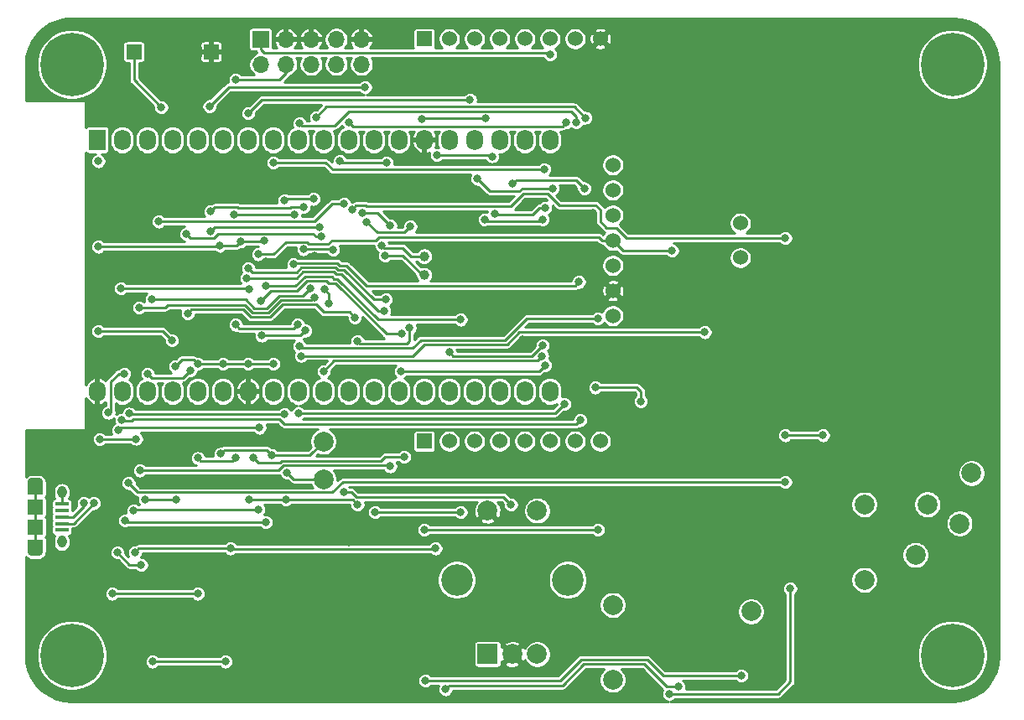
<source format=gbr>
G04 #@! TF.GenerationSoftware,KiCad,Pcbnew,(5.1.9)-1*
G04 #@! TF.CreationDate,2021-02-21T13:36:44+01:00*
G04 #@! TF.ProjectId,IoT12,496f5431-322e-46b6-9963-61645f706362,rev?*
G04 #@! TF.SameCoordinates,Original*
G04 #@! TF.FileFunction,Copper,L2,Bot*
G04 #@! TF.FilePolarity,Positive*
%FSLAX46Y46*%
G04 Gerber Fmt 4.6, Leading zero omitted, Abs format (unit mm)*
G04 Created by KiCad (PCBNEW (5.1.9)-1) date 2021-02-21 13:36:44*
%MOMM*%
%LPD*%
G01*
G04 APERTURE LIST*
G04 #@! TA.AperFunction,ComponentPad*
%ADD10C,1.524000*%
G04 #@! TD*
G04 #@! TA.AperFunction,ComponentPad*
%ADD11R,1.524000X1.524000*%
G04 #@! TD*
G04 #@! TA.AperFunction,ComponentPad*
%ADD12C,1.000000*%
G04 #@! TD*
G04 #@! TA.AperFunction,SMDPad,CuDef*
%ADD13R,1.500000X1.500000*%
G04 #@! TD*
G04 #@! TA.AperFunction,ComponentPad*
%ADD14R,2.000000X2.000000*%
G04 #@! TD*
G04 #@! TA.AperFunction,ComponentPad*
%ADD15C,2.000000*%
G04 #@! TD*
G04 #@! TA.AperFunction,ComponentPad*
%ADD16C,3.200000*%
G04 #@! TD*
G04 #@! TA.AperFunction,ComponentPad*
%ADD17O,1.700000X1.700000*%
G04 #@! TD*
G04 #@! TA.AperFunction,ComponentPad*
%ADD18R,1.700000X1.700000*%
G04 #@! TD*
G04 #@! TA.AperFunction,ComponentPad*
%ADD19O,1.550000X0.890000*%
G04 #@! TD*
G04 #@! TA.AperFunction,SMDPad,CuDef*
%ADD20R,1.550000X1.200000*%
G04 #@! TD*
G04 #@! TA.AperFunction,SMDPad,CuDef*
%ADD21R,1.550000X1.500000*%
G04 #@! TD*
G04 #@! TA.AperFunction,ComponentPad*
%ADD22O,0.950000X1.250000*%
G04 #@! TD*
G04 #@! TA.AperFunction,SMDPad,CuDef*
%ADD23R,1.350000X0.400000*%
G04 #@! TD*
G04 #@! TA.AperFunction,ComponentPad*
%ADD24C,0.800000*%
G04 #@! TD*
G04 #@! TA.AperFunction,ComponentPad*
%ADD25C,6.400000*%
G04 #@! TD*
G04 #@! TA.AperFunction,ComponentPad*
%ADD26C,2.010000*%
G04 #@! TD*
G04 #@! TA.AperFunction,ComponentPad*
%ADD27O,1.700000X2.100000*%
G04 #@! TD*
G04 #@! TA.AperFunction,ComponentPad*
%ADD28R,1.700000X2.100000*%
G04 #@! TD*
G04 #@! TA.AperFunction,ViaPad*
%ADD29C,0.800000*%
G04 #@! TD*
G04 #@! TA.AperFunction,Conductor*
%ADD30C,0.250000*%
G04 #@! TD*
G04 #@! TA.AperFunction,Conductor*
%ADD31C,0.254000*%
G04 #@! TD*
G04 #@! TA.AperFunction,Conductor*
%ADD32C,0.100000*%
G04 #@! TD*
G04 APERTURE END LIST*
D10*
X23030000Y17300000D03*
X23030000Y20800000D03*
X10160000Y11430000D03*
X10160000Y13970000D03*
X10160000Y16510000D03*
X10160000Y19050000D03*
X10160000Y21590000D03*
X10160000Y24130000D03*
X10160000Y26670000D03*
X6350000Y-1230000D03*
X8890000Y-1230000D03*
X3810000Y-1230000D03*
D11*
X-8890000Y-1230000D03*
D10*
X1270000Y-1230000D03*
X-1270000Y-1230000D03*
X-6350000Y-1230000D03*
X-3810000Y-1230000D03*
X8890000Y39410000D03*
X6350000Y39410000D03*
X3810000Y39410000D03*
X1270000Y39410000D03*
X-1270000Y39410000D03*
X-3810000Y39410000D03*
X-6350000Y39410000D03*
D11*
X-8890000Y39410000D03*
D12*
X-8890000Y17460000D03*
X-8890000Y15560000D03*
D13*
X-38190000Y38100000D03*
X-30390000Y38100000D03*
D14*
X-2500000Y-22740000D03*
D15*
X0Y-22740000D03*
X2500000Y-22740000D03*
D16*
X-5600000Y-15240000D03*
X5600000Y-15240000D03*
D15*
X-2500000Y-8240000D03*
X2500000Y-8240000D03*
D17*
X-15240000Y36830000D03*
X-15240000Y39370000D03*
X-17780000Y36830000D03*
X-17780000Y39370000D03*
X-20320000Y36830000D03*
X-20320000Y39370000D03*
X-22860000Y36830000D03*
X-22860000Y39370000D03*
X-25400000Y36830000D03*
D18*
X-25400000Y39370000D03*
D19*
X-48163000Y-5390000D03*
X-48163000Y-12390000D03*
D20*
X-48163000Y-5990000D03*
X-48163000Y-11790000D03*
D21*
X-48163000Y-7890000D03*
X-48163000Y-9890000D03*
D22*
X-45463000Y-6390000D03*
X-45463000Y-11390000D03*
D23*
X-45463000Y-7590000D03*
X-45463000Y-8240000D03*
X-45463000Y-8890000D03*
X-45463000Y-9540000D03*
X-45463000Y-10190000D03*
D15*
X35560000Y-22860000D03*
X35560000Y-15240000D03*
X35560000Y-7620000D03*
X10160000Y-17780000D03*
X24130000Y-18415000D03*
X10160000Y-25330000D03*
X-19050000Y-1270000D03*
X-19050000Y-5080000D03*
D24*
X-42752944Y38527056D03*
X-44450000Y39230000D03*
X-46147056Y38527056D03*
X-46850000Y36830000D03*
X-46147056Y35132944D03*
X-44450000Y34430000D03*
X-42752944Y35132944D03*
X-42050000Y36830000D03*
D25*
X-44450000Y36830000D03*
D24*
X-42752944Y-21162944D03*
X-44450000Y-20460000D03*
X-46147056Y-21162944D03*
X-46850000Y-22860000D03*
X-46147056Y-24557056D03*
X-44450000Y-25260000D03*
X-42752944Y-24557056D03*
X-42050000Y-22860000D03*
D25*
X-44450000Y-22860000D03*
D24*
X46147056Y38527056D03*
X44450000Y39230000D03*
X42752944Y38527056D03*
X42050000Y36830000D03*
X42752944Y35132944D03*
X44450000Y34430000D03*
X46147056Y35132944D03*
X46850000Y36830000D03*
D25*
X44450000Y36830000D03*
D24*
X46147056Y-21162944D03*
X44450000Y-20460000D03*
X42752944Y-21162944D03*
X42050000Y-22860000D03*
X42752944Y-24557056D03*
X44450000Y-25260000D03*
X46147056Y-24557056D03*
X46850000Y-22860000D03*
D25*
X44450000Y-22860000D03*
D26*
X45155000Y-9545000D03*
X46355000Y-4445000D03*
X41910000Y-7620000D03*
X40710000Y-12720000D03*
D27*
X-41910000Y3810000D03*
X-39370000Y3810000D03*
D28*
X-41910000Y29210000D03*
D27*
X3810000Y3810000D03*
X-39370000Y29210000D03*
X3810000Y29210000D03*
X-36830000Y29210000D03*
X1270000Y29210000D03*
X-34290000Y29210000D03*
X-1270000Y29210000D03*
X-31750000Y29210000D03*
X-3810000Y29210000D03*
X-29210000Y29210000D03*
X-6350000Y29210000D03*
X-26670000Y29210000D03*
X-8890000Y29210000D03*
X-24130000Y29210000D03*
X-11430000Y29210000D03*
X-21590000Y29210000D03*
X-13970000Y29210000D03*
X-19050000Y29210000D03*
X-16510000Y29210000D03*
X1270000Y3810000D03*
X-1270000Y3810000D03*
X-3810000Y3810000D03*
X-6350000Y3810000D03*
X-8890000Y3810000D03*
X-11430000Y3810000D03*
X-13970000Y3810000D03*
X-16510000Y3810000D03*
X-19050000Y3810000D03*
X-21590000Y3810000D03*
X-24130000Y3810000D03*
X-26670000Y3810000D03*
X-29210000Y3810000D03*
X-31750000Y3810000D03*
X-34290000Y3810000D03*
X-36830000Y3810000D03*
D29*
X14351000Y-8128000D03*
X17145000Y-6731000D03*
X22606000Y-2540000D03*
X24130000Y2286000D03*
X12954000Y-2794000D03*
X15367000Y-2794000D03*
X11176000Y-7620000D03*
X33401000Y-16002000D03*
X20447000Y-13081000D03*
X33020000Y-8763000D03*
X44704000Y-2540000D03*
X21082000Y5207000D03*
X42164000Y11811000D03*
X40767000Y17907000D03*
X47498000Y15494000D03*
X31115000Y21717000D03*
X32512000Y23622000D03*
X41656000Y22479000D03*
X41275000Y29210000D03*
X41275000Y31115000D03*
X30353000Y33147000D03*
X34290000Y35179000D03*
X13843000Y35179000D03*
X13843000Y38100000D03*
X28448000Y35179000D03*
X28448000Y38354000D03*
X14224000Y2794000D03*
X11557000Y2667000D03*
X-28829000Y-21082000D03*
X-28702000Y-10287000D03*
X-28829000Y-16891000D03*
X-19177000Y-16510000D03*
X-12192000Y-16510000D03*
X-9144000Y-16510000D03*
X-20066000Y-26416000D03*
X-28829000Y-26670000D03*
X-24003000Y-15494000D03*
X-33909000Y-17907000D03*
X-37973000Y-19304000D03*
X-34671000Y-10795000D03*
X-16510000Y-11430000D03*
X-16510000Y-22860000D03*
X1270000Y22860000D03*
X8128000Y21844000D03*
X1016000Y9017000D03*
X8763000Y7874000D03*
X3683000Y-3302000D03*
X1524000Y-3048000D03*
X-31750000Y26797000D03*
X-29210000Y26924000D03*
X-26670000Y26924000D03*
X-22225000Y25400000D03*
X-15472015Y16631968D03*
X-17059013Y17257054D03*
X-40640000Y-5461000D03*
X-35433000Y6223000D03*
X-40894000Y11303000D03*
X-15494000Y24257000D03*
X6858000Y889000D03*
X0Y24765006D03*
X7273584Y24310011D03*
X-39458119Y909849D03*
X-40386000Y-16637000D03*
X-31750000Y-16637000D03*
X-22987000Y23114000D03*
X-20066000Y23241000D03*
X-41783000Y9906000D03*
X-31750000Y6604000D03*
X-29210000Y6604000D03*
X-26670000Y6603996D03*
X-24129992Y6604000D03*
X3810000Y37846000D03*
X-41783000Y27051000D03*
X-41783000Y18415000D03*
X-27395010Y18952196D03*
X-29512595Y18500541D03*
X-37084000Y-7130011D03*
X-33909000Y-7130011D03*
X-18976962Y14097493D03*
X-18527245Y12654652D03*
X-25084778Y19010020D03*
X-34036000Y6350000D03*
X-39497000Y14224000D03*
X-26670000Y31881980D03*
X-4260000Y33269022D03*
X-24130000Y26924000D03*
X3211998Y26252002D03*
X-21463000Y30861000D03*
X6460939Y31000068D03*
X-18086105Y18108895D03*
X7362146Y31433483D03*
X-19812000Y31496000D03*
X-16510000Y30988000D03*
X5461000Y30988000D03*
X-6350000Y7747000D03*
X-2667000Y31369000D03*
X-9134643Y31310020D03*
X3065037Y8467966D03*
X3048000Y21172010D03*
X-2794000Y21172010D03*
X-11176000Y9615010D03*
X-3519010Y25273000D03*
X3314048Y6438522D03*
X4067919Y24310011D03*
X-11212990Y5818598D03*
X-5207000Y-8382000D03*
X-13843000Y-8382000D03*
X-127000Y-7620000D03*
X-17042865Y-6365545D03*
X-19050000Y5842000D03*
X-1778000Y21717000D03*
X-7620000Y27685996D03*
X-2045835Y27535845D03*
X3302000Y22352000D03*
X3015237Y7392846D03*
X-21590000Y1614010D03*
X5243990Y2540000D03*
X-28067000Y21680010D03*
X-22011230Y21680010D03*
X-19490848Y20401089D03*
X-32893000Y19685000D03*
X-19268880Y19426023D03*
X-36830000Y5588000D03*
X-21077544Y22419819D03*
X-30480000Y21971000D03*
X8636000Y11176000D03*
X16129000Y18034000D03*
X-25654000Y17653000D03*
X-12827000Y17526000D03*
X-13185201Y18564799D03*
X-27940000Y-2921000D03*
X-31754660Y-2925660D03*
X-26543000Y-7130011D03*
X-22860000Y-7130011D03*
X-15113000Y21844000D03*
X-15621000Y8890000D03*
X-10362981Y10197268D03*
X-15621000Y-7620000D03*
X-12700000Y26924000D03*
X-30574990Y32606990D03*
X-14859000Y34544000D03*
X-15904435Y11270688D03*
X-37682010Y12278209D03*
X-43264166Y-7477837D03*
X-39161748Y5595912D03*
X-40762340Y1646340D03*
X-36412010Y13100555D03*
X-42254010Y-7493000D03*
X-8890000Y-10160000D03*
X8636000Y-10160000D03*
X-22733000Y-4408010D03*
X-24257000Y-2667000D03*
X-29464000Y-2507979D03*
X28067000Y-16129000D03*
X15847370Y-26760010D03*
X-26797000Y15240000D03*
X-27940000Y35306000D03*
X-26670000Y16256000D03*
X-11684000Y15367000D03*
X-13970000Y5969000D03*
X-17399000Y9271000D03*
X-21590000Y6096000D03*
X-16764000Y5842000D03*
X-24892000Y16891000D03*
X-28829000Y15494000D03*
X-34417000Y16256000D03*
X-37338000Y16129000D03*
X-40640000Y16129000D03*
X-42672000Y16129000D03*
X-32512000Y16256000D03*
X-34544000Y11684000D03*
X-11430000Y12319000D03*
X-19942731Y17499944D03*
X-1905000Y11811000D03*
X-8890000Y-3683000D03*
X-254000Y-16764000D03*
X-36703000Y24257000D03*
X-33528000Y27051000D03*
X-32893000Y32004000D03*
X-28194000Y37338000D03*
X-12065000Y39370000D03*
X-12065000Y36703000D03*
X-6223000Y36830000D03*
X-3810000Y36830000D03*
X-635000Y36830000D03*
X8255000Y37211000D03*
X-4699000Y21336000D03*
X1524000Y18415000D03*
X1651000Y13335000D03*
X8509000Y17653000D03*
X-7874000Y16510000D03*
X-18923000Y10541000D03*
X-19050000Y23876000D03*
X-17399000Y-2286000D03*
X-40640000Y24892000D03*
X-39243000Y31623000D03*
X-41529000Y33020000D03*
X-42672000Y25908000D03*
X-34360655Y8940008D03*
X-26543002Y14097000D03*
X-21082000Y18161000D03*
X-25400000Y12928032D03*
X-30447979Y19975990D03*
X-32517509Y5929526D03*
X-21463000Y8382000D03*
X-12319000Y20574000D03*
X-17399000Y27051000D03*
X-32766000Y11683990D03*
X-19997556Y13319927D03*
X-20396960Y14249888D03*
X-12954000Y11938000D03*
X-12750186Y13081000D03*
X-24892000Y-9398000D03*
X-39095003Y-9235166D03*
X-6731000Y-26289000D03*
X16764000Y-26035000D03*
X-8763000Y-25400000D03*
X23114000Y-24892000D03*
X-35433000Y32512000D03*
X8382000Y4191000D03*
X12970000Y2810000D03*
X6731000Y14859000D03*
X-22098000Y16637000D03*
X-39870000Y-12482990D03*
X-37465000Y-13716000D03*
X-35687000Y20955000D03*
X-41660660Y-1011340D03*
X-37970900Y-996445D03*
X-16983679Y22766880D03*
X-25654000Y-8128000D03*
X-38227000Y-8255000D03*
X-26162000Y-2921000D03*
X-10921996Y-2794000D03*
X31369000Y-635000D03*
X27559000Y-635000D03*
X27559000Y19304000D03*
X27559000Y-5334000D03*
X-16188695Y22160231D03*
X-38735000Y-5461000D03*
X-22987000Y1524000D03*
X-38695910Y1557199D03*
X-20902310Y9944938D03*
X-25273000Y9434990D03*
X-25527000Y127000D03*
X-39750998Y-127002D03*
X-21677016Y10580984D03*
X-27940000Y10541000D03*
X-5207000Y11049000D03*
X-24911066Y14445786D03*
X19431000Y9779000D03*
X-21322694Y7391880D03*
X-28955992Y-23495000D03*
X-36322000Y-23495000D03*
X-37592000Y-4191000D03*
X-12319000Y-3773010D03*
X-28448000Y-12065000D03*
X-38100000Y-12446000D03*
X-7747000Y-12065000D03*
X-14701194Y20932715D03*
X-10287000Y20447000D03*
D30*
X-16097101Y17257054D02*
X-17059013Y17257054D01*
X-15472015Y16631968D02*
X-16097101Y17257054D01*
X399999Y25165005D02*
X6418590Y25165005D01*
X6418590Y25165005D02*
X7273584Y24310011D01*
X0Y24765006D02*
X399999Y25165005D01*
X6458001Y489001D02*
X-23025003Y489001D01*
X-38386998Y798998D02*
X-39347268Y798998D01*
X-23497538Y961536D02*
X-38224460Y961536D01*
X-38224460Y961536D02*
X-38386998Y798998D01*
X-39347268Y798998D02*
X-39458119Y909849D01*
X6858000Y889000D02*
X6458001Y489001D01*
X-23025003Y489001D02*
X-23497538Y961536D01*
X-40386000Y-16637000D02*
X-31750000Y-16637000D01*
X-31750000Y6604000D02*
X-29210000Y6604000D01*
X-29210000Y6604000D02*
X-26670004Y6604000D01*
X-26670004Y6604000D02*
X-26670000Y6603996D01*
X-26670000Y6603996D02*
X-24129996Y6603996D01*
X-24129996Y6603996D02*
X-24129992Y6604000D01*
X-25400000Y38354000D02*
X-25400000Y39370000D01*
X-25051001Y38005001D02*
X-25400000Y38354000D01*
X3650999Y38005001D02*
X-25051001Y38005001D01*
X3810000Y37846000D02*
X3650999Y38005001D01*
X-22987000Y23114000D02*
X-22860000Y23241000D01*
X-22860000Y23241000D02*
X-20066000Y23241000D01*
X-29598136Y18415000D02*
X-29512595Y18500541D01*
X-41783000Y18415000D02*
X-29598136Y18415000D01*
X-27395010Y18952196D02*
X-27846665Y18500541D01*
X-27846665Y18500541D02*
X-29512595Y18500541D01*
X-37084000Y-7130011D02*
X-33909000Y-7130011D01*
X-18527245Y13647776D02*
X-18527245Y12654652D01*
X-18976962Y14097493D02*
X-18527245Y13647776D01*
X-27395010Y18952196D02*
X-25142602Y18952196D01*
X-25142602Y18952196D02*
X-25084778Y19010020D01*
X-26670000Y31881980D02*
X-25282958Y33269022D01*
X-25282958Y33269022D02*
X-4260000Y33269022D01*
X6460939Y31565753D02*
X6460939Y31000068D01*
X-16477003Y32094001D02*
X5932691Y32094001D01*
X5932691Y32094001D02*
X6460939Y31565753D01*
X-17927005Y30643999D02*
X-16477003Y32094001D01*
X-21245999Y30643999D02*
X-17927005Y30643999D01*
X-21463000Y30861000D02*
X-21245999Y30643999D01*
X6251617Y32544012D02*
X-18763988Y32544012D01*
X7362146Y31433483D02*
X6251617Y32544012D01*
X-18763988Y32544012D02*
X-19812000Y31496000D01*
X-16510000Y30988000D02*
X-16107010Y30585010D01*
X-16107010Y30585010D02*
X5058010Y30585010D01*
X5058010Y30585010D02*
X5061001Y30588001D01*
X5061001Y30588001D02*
X5461000Y30988000D01*
X-2667000Y31369000D02*
X-9075663Y31369000D01*
X-9075663Y31369000D02*
X-9134643Y31310020D01*
X-5969000Y7366000D02*
X1963071Y7366000D01*
X1963071Y7366000D02*
X3065037Y8467966D01*
X-6350000Y7747000D02*
X-5969000Y7366000D01*
X-2576990Y20955000D02*
X-2794000Y21172010D01*
X2830990Y20955000D02*
X-2576990Y20955000D01*
X3048000Y21172010D02*
X2830990Y20955000D01*
X-3519010Y25273000D02*
X-2281022Y24035012D01*
X-2281022Y24035012D02*
X735599Y24035012D01*
X735599Y24035012D02*
X1010598Y24310011D01*
X1010598Y24310011D02*
X4067919Y24310011D01*
X3314048Y6438522D02*
X2694124Y5818598D01*
X2694124Y5818598D02*
X-11212990Y5818598D01*
X-5207000Y-8382000D02*
X-13843000Y-8382000D01*
X-127000Y-7620000D02*
X-891988Y-6855012D01*
X-15749577Y-6855012D02*
X-16239044Y-6365545D01*
X-16239044Y-6365545D02*
X-17042865Y-6365545D01*
X-891988Y-6855012D02*
X-15749577Y-6855012D01*
X-7620000Y27685996D02*
X-2195986Y27685996D01*
X-2195986Y27685996D02*
X-2045835Y27535845D01*
X-17976011Y6915989D02*
X2538380Y6915989D01*
X-19050000Y5842000D02*
X-17976011Y6915989D01*
X2538380Y6915989D02*
X3015237Y7392846D01*
X-1778000Y21717000D02*
X-1745988Y21684988D01*
X2736315Y22352000D02*
X3302000Y22352000D01*
X2069303Y21684988D02*
X2736315Y22352000D01*
X-1745988Y21684988D02*
X2069303Y21684988D01*
X-21590000Y1614010D02*
X4318000Y1614010D01*
X4318000Y1614010D02*
X5243990Y2540000D01*
X-22576915Y21680010D02*
X-28067000Y21680010D01*
X-22011230Y21680010D02*
X-22576915Y21680010D01*
X-20143564Y19735022D02*
X-19834565Y19426023D01*
X-30131998Y19250988D02*
X-29697986Y19685000D01*
X-32458988Y19250988D02*
X-30131998Y19250988D01*
X-19834565Y19426023D02*
X-19268880Y19426023D01*
X-32893000Y19685000D02*
X-32458988Y19250988D01*
X-25432780Y19735022D02*
X-20143564Y19735022D01*
X-29697986Y19685000D02*
X-25482802Y19685000D01*
X-25482802Y19685000D02*
X-25432780Y19735022D01*
X-27684985Y22370999D02*
X-27718998Y22405012D01*
X-21077544Y22419819D02*
X-22344425Y22419819D01*
X-22344425Y22419819D02*
X-22393245Y22370999D01*
X-27718998Y22405012D02*
X-30045988Y22405012D01*
X-30045988Y22405012D02*
X-30480000Y21971000D01*
X-22393245Y22370999D02*
X-27684985Y22370999D01*
X11176000Y18034000D02*
X10160000Y19050000D01*
X16129000Y18034000D02*
X11176000Y18034000D01*
X-11049000Y17526000D02*
X-12827000Y17526000D01*
X-9083000Y15560000D02*
X-11049000Y17526000D01*
X-8890000Y15560000D02*
X-9083000Y15560000D01*
X-10221000Y17460000D02*
X-8890000Y17460000D01*
X-11049000Y18288000D02*
X-10221000Y17460000D01*
X-12908402Y18288000D02*
X-11049000Y18288000D01*
X-13185201Y18564799D02*
X-12908402Y18288000D01*
X-25977315Y-7130011D02*
X-22860000Y-7130011D01*
X-26543000Y-7130011D02*
X-25977315Y-7130011D01*
X-28251989Y-3232989D02*
X-31447331Y-3232989D01*
X-27940000Y-2921000D02*
X-28251989Y-3232989D01*
X-31447331Y-3232989D02*
X-31754660Y-2925660D01*
X-22860000Y-7130011D02*
X-16110989Y-7130011D01*
X-16110989Y-7130011D02*
X-15621000Y-7620000D01*
X-30574990Y32606990D02*
X-28637980Y34544000D01*
X-28637980Y34544000D02*
X-14859000Y34544000D01*
X-44323000Y-8890000D02*
X-43264166Y-7831166D01*
X-43264166Y-7831166D02*
X-43264166Y-7477837D01*
X-45463000Y-8890000D02*
X-44323000Y-8890000D01*
X-40545010Y4778335D02*
X-40545010Y1863670D01*
X-39161748Y5595912D02*
X-39727433Y5595912D01*
X-40545010Y1863670D02*
X-40762340Y1646340D01*
X-39727433Y5595912D02*
X-40545010Y4778335D01*
X-44301010Y-9540000D02*
X-42254010Y-7493000D01*
X-45463000Y-9540000D02*
X-44301010Y-9540000D01*
X-8890000Y-10160000D02*
X8636000Y-10160000D01*
X-22061010Y-5080000D02*
X-22733000Y-4408010D01*
X-19050000Y-5080000D02*
X-22061010Y-5080000D01*
X-20193000Y-2413000D02*
X-19050000Y-1270000D01*
X-20447000Y-2667000D02*
X-20193000Y-2413000D01*
X-24257000Y-2667000D02*
X-20447000Y-2667000D01*
X-29064001Y-2107980D02*
X-29464000Y-2507979D01*
X-24816020Y-2107980D02*
X-29064001Y-2107980D01*
X-24257000Y-2667000D02*
X-24816020Y-2107980D01*
X28067000Y-16129000D02*
X28067000Y-25527000D01*
X28067000Y-25527000D02*
X26833990Y-26760010D01*
X26833990Y-26760010D02*
X15847370Y-26760010D01*
X-48163000Y-9890000D02*
X-48163000Y-7890000D01*
X-48163000Y-7890000D02*
X-48163000Y-5990000D01*
X-48163000Y-5990000D02*
X-48163000Y-5390000D01*
X-48163000Y-9890000D02*
X-48163000Y-11790000D01*
X-48163000Y-11790000D02*
X-48163000Y-12390000D01*
X-45463000Y-7590000D02*
X-45463000Y-6390000D01*
X-22860000Y35941000D02*
X-22860000Y36830000D01*
X-23495000Y35306000D02*
X-22860000Y35941000D01*
X-27940000Y35306000D02*
X-23495000Y35306000D01*
X-17059013Y17257054D02*
X-19699841Y17257054D01*
X-19699841Y17257054D02*
X-19942731Y17499944D01*
X-35326647Y9906000D02*
X-34360655Y8940008D01*
X-41783000Y9906000D02*
X-35326647Y9906000D01*
X-31750000Y6604000D02*
X-32149999Y7003999D01*
X-33382001Y7003999D02*
X-34036000Y6350000D01*
X-32149999Y7003999D02*
X-33382001Y7003999D01*
X-39497000Y14224000D02*
X-26670002Y14224000D01*
X-26670002Y14224000D02*
X-26543002Y14097000D01*
X2646313Y26252002D02*
X3211998Y26252002D01*
X2593310Y26198999D02*
X2646313Y26252002D01*
X-18128003Y26198999D02*
X2593310Y26198999D01*
X-18853004Y26924000D02*
X-18128003Y26198999D01*
X-24130000Y26924000D02*
X-18853004Y26924000D01*
X-18086105Y18108895D02*
X-18202156Y18224946D01*
X-18202156Y18224946D02*
X-21018054Y18224946D01*
X-21018054Y18224946D02*
X-21082000Y18161000D01*
X-11176000Y9615010D02*
X-12719418Y9615010D01*
X-12719418Y9615010D02*
X-17836408Y14732000D01*
X-17836408Y14732000D02*
X-18538467Y14732000D01*
X-18781357Y14974890D02*
X-20744962Y14974890D01*
X-18538467Y14732000D02*
X-18781357Y14974890D01*
X-20744962Y14974890D02*
X-21781871Y13937981D01*
X-21781871Y13937981D02*
X-24390051Y13937981D01*
X-24390051Y13937981D02*
X-25400000Y12928032D01*
X-19490848Y20401089D02*
X-30022880Y20401089D01*
X-30022880Y20401089D02*
X-30447979Y19975990D01*
X-36830000Y5588000D02*
X-36427010Y5185010D01*
X-36427010Y5185010D02*
X-33262025Y5185010D01*
X-33262025Y5185010D02*
X-32517509Y5929526D01*
X-10065999Y8164999D02*
X-21245999Y8164999D01*
X-21245999Y8164999D02*
X-21463000Y8382000D01*
X-9238216Y8992782D02*
X-10065999Y8164999D01*
X-717631Y8992782D02*
X-9238216Y8992782D01*
X1465587Y11176000D02*
X-717631Y8992782D01*
X8636000Y11176000D02*
X1465587Y11176000D01*
X-24095001Y17653000D02*
X-22862000Y18886001D01*
X9082370Y19050000D02*
X10160000Y19050000D01*
X-18593045Y18674957D02*
X-18218002Y19050000D01*
X-13424015Y19398987D02*
X8733383Y19398987D01*
X-22862000Y18886001D02*
X-20733999Y18886001D01*
X-13773002Y19050000D02*
X-13424015Y19398987D01*
X8733383Y19398987D02*
X9082370Y19050000D01*
X-18218002Y19050000D02*
X-13773002Y19050000D01*
X-20522955Y18674957D02*
X-18593045Y18674957D01*
X-20733999Y18886001D02*
X-20522955Y18674957D01*
X-25654000Y17653000D02*
X-24095001Y17653000D01*
X-15367000Y8636000D02*
X-15621000Y8890000D01*
X-10668000Y8636000D02*
X-15367000Y8636000D01*
X-10407769Y8896231D02*
X-10668000Y8636000D01*
X-10407769Y10152480D02*
X-10407769Y8896231D01*
X-10362981Y10197268D02*
X-10407769Y10152480D01*
X-15113000Y21844000D02*
X-13589000Y21844000D01*
X-13589000Y21844000D02*
X-12319000Y20574000D01*
X-17272000Y26924000D02*
X-17399000Y27051000D01*
X-12700000Y26924000D02*
X-17272000Y26924000D01*
X-32384990Y12065000D02*
X-32766000Y11683990D01*
X-27178000Y12065000D02*
X-32384990Y12065000D01*
X-26416000Y11303000D02*
X-27178000Y12065000D01*
X-24449949Y11303000D02*
X-26416000Y11303000D01*
X-23165001Y12587948D02*
X-24449949Y11303000D01*
X-15904435Y11270688D02*
X-16444747Y11811000D01*
X-16444747Y11811000D02*
X-19050000Y11811000D01*
X-19050000Y11811000D02*
X-19826948Y12587948D01*
X-19826948Y12587948D02*
X-23165001Y12587948D01*
X-23351401Y13037959D02*
X-20279524Y13037959D01*
X-35022793Y12278209D02*
X-34785991Y12515011D01*
X-26229601Y11753011D02*
X-24636349Y11753011D01*
X-37682010Y12278209D02*
X-35022793Y12278209D01*
X-34785991Y12515011D02*
X-26991600Y12515011D01*
X-24636349Y11753011D02*
X-23351401Y13037959D01*
X-26991600Y12515011D02*
X-26229601Y11753011D01*
X-20279524Y13037959D02*
X-19997556Y13319927D01*
X-26940734Y13100555D02*
X-26043201Y12203022D01*
X-21158878Y13487970D02*
X-20396960Y14249888D01*
X-23537801Y13487970D02*
X-21158878Y13487970D01*
X-36412010Y13100555D02*
X-26940734Y13100555D01*
X-26043201Y12203022D02*
X-24822749Y12203022D01*
X-24822749Y12203022D02*
X-23537801Y13487970D01*
X-18031090Y15874912D02*
X-17788200Y15632022D01*
X-21752674Y15240000D02*
X-21117762Y15874912D01*
X-17788200Y15632022D02*
X-17213707Y15632022D01*
X-17213707Y15632022D02*
X-13519685Y11938000D01*
X-21117762Y15874912D02*
X-18031090Y15874912D01*
X-26797000Y15240000D02*
X-21752674Y15240000D01*
X-13519685Y11938000D02*
X-12954000Y11938000D01*
X-21304162Y16324923D02*
X-17844690Y16324923D01*
X-16966802Y16082033D02*
X-13965769Y13081000D01*
X-17601800Y16082033D02*
X-16966802Y16082033D01*
X-17844690Y16324923D02*
X-17601800Y16082033D01*
X-26270001Y15856001D02*
X-21773084Y15856001D01*
X-26670000Y16256000D02*
X-26270001Y15856001D01*
X-21773084Y15856001D02*
X-21304162Y16324923D01*
X-13965769Y13081000D02*
X-12750186Y13081000D01*
X-38932169Y-9398000D02*
X-39095003Y-9235166D01*
X-24892000Y-9398000D02*
X-38932169Y-9398000D01*
X5080000Y-25908000D02*
X-6350000Y-25908000D01*
X7239000Y-23749000D02*
X5080000Y-25908000D01*
X13335000Y-23749000D02*
X7239000Y-23749000D01*
X15621000Y-26035000D02*
X13335000Y-23749000D01*
X16764000Y-26035000D02*
X15621000Y-26035000D01*
X-6350000Y-25908000D02*
X-6731000Y-26289000D01*
X-8197315Y-25400000D02*
X-8763000Y-25400000D01*
X4826000Y-25400000D02*
X-8197315Y-25400000D01*
X6927011Y-23298989D02*
X4826000Y-25400000D01*
X13646989Y-23298989D02*
X6927011Y-23298989D01*
X15240000Y-24892000D02*
X13646989Y-23298989D01*
X23114000Y-24892000D02*
X15240000Y-24892000D01*
X-38190000Y35269000D02*
X-38190000Y38100000D01*
X-35433000Y32512000D02*
X-38190000Y35269000D01*
X12970000Y3810000D02*
X12970000Y2810000D01*
X12589000Y4191000D02*
X12970000Y3810000D01*
X8382000Y4191000D02*
X12589000Y4191000D01*
X-17658290Y16774934D02*
X-21960066Y16774934D01*
X-17415400Y16532044D02*
X-17658290Y16774934D01*
X-14707361Y14459001D02*
X-16780402Y16532044D01*
X6331001Y14459001D02*
X-14707361Y14459001D01*
X6731000Y14859000D02*
X6331001Y14459001D01*
X-16780402Y16532044D02*
X-17415400Y16532044D01*
X-21960066Y16774934D02*
X-22098000Y16637000D01*
X-38636990Y-13716000D02*
X-37465000Y-13716000D01*
X-39870000Y-12482990D02*
X-38636990Y-13716000D01*
X-41660660Y-1011340D02*
X-37985795Y-1011340D01*
X-37985795Y-1011340D02*
X-37970900Y-996445D01*
X-19995494Y20955000D02*
X-18183614Y22766880D01*
X-35687000Y20955000D02*
X-19995494Y20955000D01*
X-18183614Y22766880D02*
X-16983679Y22766880D01*
X-38100000Y-8128000D02*
X-38227000Y-8255000D01*
X-25654000Y-8128000D02*
X-38100000Y-8128000D01*
X-23267401Y-3232998D02*
X-13258980Y-3232998D01*
X-12819982Y-2794000D02*
X-10921996Y-2794000D01*
X-26162000Y-2921000D02*
X-25654000Y-3429000D01*
X-13258980Y-3232998D02*
X-12819982Y-2794000D01*
X-23463403Y-3429000D02*
X-23267401Y-3232998D01*
X-25654000Y-3429000D02*
X-23463403Y-3429000D01*
X31369000Y-635000D02*
X27559000Y-635000D01*
X3576012Y23749000D02*
X1085998Y23749000D01*
X10479763Y20338999D02*
X9506001Y20338999D01*
X8890000Y20955000D02*
X8890000Y22155002D01*
X11514762Y19304000D02*
X10479763Y20338999D01*
X27559000Y19304000D02*
X11514762Y19304000D01*
X-165003Y22497999D02*
X-14693997Y22497999D01*
X4719012Y22606000D02*
X3576012Y23749000D01*
X8890000Y22155002D02*
X8439002Y22606000D01*
X9506001Y20338999D02*
X8890000Y20955000D01*
X8439002Y22606000D02*
X4719012Y22606000D01*
X-14693997Y22497999D02*
X-14764999Y22569001D01*
X1085998Y23749000D02*
X-165003Y22497999D01*
X-14764999Y22569001D02*
X-15779925Y22569001D01*
X-15779925Y22569001D02*
X-16188695Y22160231D01*
X-18155323Y-6405001D02*
X-37790999Y-6405001D01*
X-17084322Y-5334000D02*
X-18155323Y-6405001D01*
X27559000Y-5334000D02*
X-17084322Y-5334000D01*
X-37790999Y-6405001D02*
X-38735000Y-5461000D01*
X-38662711Y1524000D02*
X-38695910Y1557199D01*
X-22987000Y1524000D02*
X-38662711Y1524000D01*
X-21412258Y9434990D02*
X-25273000Y9434990D01*
X-20902310Y9944938D02*
X-21412258Y9434990D01*
X-39496996Y127000D02*
X-39750998Y-127002D01*
X-25527000Y127000D02*
X-39496996Y127000D01*
X-27559000Y10160000D02*
X-27940000Y10541000D01*
X-22098000Y10160000D02*
X-27559000Y10160000D01*
X-21677016Y10580984D02*
X-22098000Y10160000D01*
X-17974600Y15182011D02*
X-18217490Y15424901D01*
X-18217490Y15424901D02*
X-20931362Y15424901D01*
X-20931362Y15424901D02*
X-21910477Y14445786D01*
X-17650008Y15182011D02*
X-17974600Y15182011D01*
X-13516997Y11049000D02*
X-17650008Y15182011D01*
X-21910477Y14445786D02*
X-24911066Y14445786D01*
X-5207000Y11049000D02*
X-13516997Y11049000D01*
X704998Y9779000D02*
X-531231Y8542771D01*
X-8887486Y8542771D02*
X-10038377Y7391880D01*
X19431000Y9779000D02*
X704998Y9779000D01*
X-10038377Y7391880D02*
X-21322694Y7391880D01*
X-531231Y8542771D02*
X-8887486Y8542771D01*
X-29521677Y-23495000D02*
X-36322000Y-23495000D01*
X-28955992Y-23495000D02*
X-29521677Y-23495000D01*
X-23588992Y-4191000D02*
X-23080992Y-3683000D01*
X-37592000Y-4191000D02*
X-23588992Y-4191000D01*
X-12409010Y-3683000D02*
X-12319000Y-3773010D01*
X-23080992Y-3683000D02*
X-12409010Y-3683000D01*
X-28448000Y-12065000D02*
X-37719000Y-12065000D01*
X-37719000Y-12065000D02*
X-38100000Y-12446000D01*
X-28357999Y-12155001D02*
X-28448000Y-12065000D01*
X-7837001Y-12155001D02*
X-28357999Y-12155001D01*
X-7747000Y-12065000D02*
X-7837001Y-12155001D01*
X-10885002Y19848998D02*
X-10287000Y20447000D01*
X-13617477Y19848998D02*
X-10885002Y19848998D01*
X-14701194Y20932715D02*
X-13617477Y19848998D01*
D31*
X45277412Y41428542D02*
X46078664Y41209344D01*
X46828438Y40851719D01*
X47503037Y40366971D01*
X48081125Y39770429D01*
X48544443Y39080941D01*
X48878341Y38320299D01*
X49073011Y37509438D01*
X49124000Y36815108D01*
X49124001Y-22841904D01*
X49048542Y-23687412D01*
X48829345Y-24488663D01*
X48471719Y-25238438D01*
X47986975Y-25913032D01*
X47390432Y-26491123D01*
X46700938Y-26954444D01*
X45940300Y-27288341D01*
X45129438Y-27483011D01*
X44435108Y-27534000D01*
X15959534Y-27534000D01*
X16075179Y-27510997D01*
X16217312Y-27452123D01*
X16345229Y-27366652D01*
X16445871Y-27266010D01*
X26809144Y-27266010D01*
X26833990Y-27268457D01*
X26858836Y-27266010D01*
X26858844Y-27266010D01*
X26933183Y-27258688D01*
X27028565Y-27229755D01*
X27116469Y-27182769D01*
X27193517Y-27119537D01*
X27209366Y-27100225D01*
X28407220Y-25902372D01*
X28426527Y-25886527D01*
X28489759Y-25809479D01*
X28536745Y-25721575D01*
X28560584Y-25642987D01*
X28565678Y-25626194D01*
X28568792Y-25594574D01*
X28573000Y-25551854D01*
X28573000Y-25551847D01*
X28575447Y-25527001D01*
X28573000Y-25502155D01*
X28573000Y-22507302D01*
X40869000Y-22507302D01*
X40869000Y-23212698D01*
X41006616Y-23904539D01*
X41276559Y-24556240D01*
X41668456Y-25142754D01*
X42167246Y-25641544D01*
X42753760Y-26033441D01*
X43405461Y-26303384D01*
X44097302Y-26441000D01*
X44802698Y-26441000D01*
X45494539Y-26303384D01*
X46146240Y-26033441D01*
X46732754Y-25641544D01*
X47231544Y-25142754D01*
X47623441Y-24556240D01*
X47893384Y-23904539D01*
X48031000Y-23212698D01*
X48031000Y-22507302D01*
X47893384Y-21815461D01*
X47623441Y-21163760D01*
X47231544Y-20577246D01*
X46732754Y-20078456D01*
X46146240Y-19686559D01*
X45494539Y-19416616D01*
X44802698Y-19279000D01*
X44097302Y-19279000D01*
X43405461Y-19416616D01*
X42753760Y-19686559D01*
X42167246Y-20078456D01*
X41668456Y-20577246D01*
X41276559Y-21163760D01*
X41006616Y-21815461D01*
X40869000Y-22507302D01*
X28573000Y-22507302D01*
X28573000Y-16727501D01*
X28673642Y-16626859D01*
X28759113Y-16498942D01*
X28817987Y-16356809D01*
X28848000Y-16205922D01*
X28848000Y-16052078D01*
X28817987Y-15901191D01*
X28759113Y-15759058D01*
X28673642Y-15631141D01*
X28564859Y-15522358D01*
X28436942Y-15436887D01*
X28294809Y-15378013D01*
X28143922Y-15348000D01*
X27990078Y-15348000D01*
X27839191Y-15378013D01*
X27697058Y-15436887D01*
X27569141Y-15522358D01*
X27460358Y-15631141D01*
X27374887Y-15759058D01*
X27316013Y-15901191D01*
X27286000Y-16052078D01*
X27286000Y-16205922D01*
X27316013Y-16356809D01*
X27374887Y-16498942D01*
X27460358Y-16626859D01*
X27561000Y-16727501D01*
X27561001Y-25317407D01*
X26624399Y-26254010D01*
X17516737Y-26254010D01*
X17545000Y-26111922D01*
X17545000Y-25958078D01*
X17514987Y-25807191D01*
X17456113Y-25665058D01*
X17370642Y-25537141D01*
X17261859Y-25428358D01*
X17216425Y-25398000D01*
X22515499Y-25398000D01*
X22616141Y-25498642D01*
X22744058Y-25584113D01*
X22886191Y-25642987D01*
X23037078Y-25673000D01*
X23190922Y-25673000D01*
X23341809Y-25642987D01*
X23483942Y-25584113D01*
X23611859Y-25498642D01*
X23720642Y-25389859D01*
X23806113Y-25261942D01*
X23864987Y-25119809D01*
X23895000Y-24968922D01*
X23895000Y-24815078D01*
X23864987Y-24664191D01*
X23806113Y-24522058D01*
X23720642Y-24394141D01*
X23611859Y-24285358D01*
X23483942Y-24199887D01*
X23341809Y-24141013D01*
X23190922Y-24111000D01*
X23037078Y-24111000D01*
X22886191Y-24141013D01*
X22744058Y-24199887D01*
X22616141Y-24285358D01*
X22515499Y-24386000D01*
X15449592Y-24386000D01*
X14022365Y-22958774D01*
X14006516Y-22939462D01*
X13929468Y-22876230D01*
X13841564Y-22829244D01*
X13746182Y-22800311D01*
X13671843Y-22792989D01*
X13671835Y-22792989D01*
X13646989Y-22790542D01*
X13622143Y-22792989D01*
X6951856Y-22792989D01*
X6927010Y-22790542D01*
X6902164Y-22792989D01*
X6902157Y-22792989D01*
X6837705Y-22799337D01*
X6827817Y-22800311D01*
X6805618Y-22807045D01*
X6732436Y-22829244D01*
X6644532Y-22876230D01*
X6567484Y-22939462D01*
X6551639Y-22958769D01*
X4616409Y-24894000D01*
X-8164499Y-24894000D01*
X-8265141Y-24793358D01*
X-8393058Y-24707887D01*
X-8535191Y-24649013D01*
X-8686078Y-24619000D01*
X-8839922Y-24619000D01*
X-8990809Y-24649013D01*
X-9132942Y-24707887D01*
X-9260859Y-24793358D01*
X-9369642Y-24902141D01*
X-9455113Y-25030058D01*
X-9513987Y-25172191D01*
X-9544000Y-25323078D01*
X-9544000Y-25476922D01*
X-9513987Y-25627809D01*
X-9455113Y-25769942D01*
X-9369642Y-25897859D01*
X-9260859Y-26006642D01*
X-9132942Y-26092113D01*
X-8990809Y-26150987D01*
X-8839922Y-26181000D01*
X-8686078Y-26181000D01*
X-8535191Y-26150987D01*
X-8393058Y-26092113D01*
X-8265141Y-26006642D01*
X-8164499Y-25906000D01*
X-7414388Y-25906000D01*
X-7423113Y-25919058D01*
X-7481987Y-26061191D01*
X-7512000Y-26212078D01*
X-7512000Y-26365922D01*
X-7481987Y-26516809D01*
X-7423113Y-26658942D01*
X-7337642Y-26786859D01*
X-7228859Y-26895642D01*
X-7100942Y-26981113D01*
X-6958809Y-27039987D01*
X-6807922Y-27070000D01*
X-6654078Y-27070000D01*
X-6503191Y-27039987D01*
X-6361058Y-26981113D01*
X-6233141Y-26895642D01*
X-6124358Y-26786859D01*
X-6038887Y-26658942D01*
X-5980013Y-26516809D01*
X-5959563Y-26414000D01*
X5055154Y-26414000D01*
X5080000Y-26416447D01*
X5104846Y-26414000D01*
X5104854Y-26414000D01*
X5179193Y-26406678D01*
X5274575Y-26377745D01*
X5362479Y-26330759D01*
X5439527Y-26267527D01*
X5455376Y-26248215D01*
X7448592Y-24255000D01*
X9283117Y-24255000D01*
X9279664Y-24257307D01*
X9087307Y-24449664D01*
X8936174Y-24675851D01*
X8832071Y-24927177D01*
X8779000Y-25193983D01*
X8779000Y-25466017D01*
X8832071Y-25732823D01*
X8936174Y-25984149D01*
X9087307Y-26210336D01*
X9279664Y-26402693D01*
X9505851Y-26553826D01*
X9757177Y-26657929D01*
X10023983Y-26711000D01*
X10296017Y-26711000D01*
X10562823Y-26657929D01*
X10814149Y-26553826D01*
X11040336Y-26402693D01*
X11232693Y-26210336D01*
X11383826Y-25984149D01*
X11487929Y-25732823D01*
X11541000Y-25466017D01*
X11541000Y-25193983D01*
X11487929Y-24927177D01*
X11383826Y-24675851D01*
X11232693Y-24449664D01*
X11040336Y-24257307D01*
X11036883Y-24255000D01*
X13125409Y-24255000D01*
X15197402Y-26326994D01*
X15155257Y-26390068D01*
X15096383Y-26532201D01*
X15066370Y-26683088D01*
X15066370Y-26836932D01*
X15096383Y-26987819D01*
X15155257Y-27129952D01*
X15240728Y-27257869D01*
X15349511Y-27366652D01*
X15477428Y-27452123D01*
X15619561Y-27510997D01*
X15735206Y-27534000D01*
X-44431915Y-27534000D01*
X-45277412Y-27458542D01*
X-46078663Y-27239345D01*
X-46828438Y-26881719D01*
X-47503032Y-26396975D01*
X-48081123Y-25800432D01*
X-48544444Y-25110938D01*
X-48878341Y-24350300D01*
X-49073011Y-23539438D01*
X-49124000Y-22845108D01*
X-49124000Y-22507302D01*
X-48031000Y-22507302D01*
X-48031000Y-23212698D01*
X-47893384Y-23904539D01*
X-47623441Y-24556240D01*
X-47231544Y-25142754D01*
X-46732754Y-25641544D01*
X-46146240Y-26033441D01*
X-45494539Y-26303384D01*
X-44802698Y-26441000D01*
X-44097302Y-26441000D01*
X-43405461Y-26303384D01*
X-42753760Y-26033441D01*
X-42167246Y-25641544D01*
X-41668456Y-25142754D01*
X-41276559Y-24556240D01*
X-41006616Y-23904539D01*
X-40909853Y-23418078D01*
X-37103000Y-23418078D01*
X-37103000Y-23571922D01*
X-37072987Y-23722809D01*
X-37014113Y-23864942D01*
X-36928642Y-23992859D01*
X-36819859Y-24101642D01*
X-36691942Y-24187113D01*
X-36549809Y-24245987D01*
X-36398922Y-24276000D01*
X-36245078Y-24276000D01*
X-36094191Y-24245987D01*
X-35952058Y-24187113D01*
X-35824141Y-24101642D01*
X-35723499Y-24001000D01*
X-29554493Y-24001000D01*
X-29453851Y-24101642D01*
X-29325934Y-24187113D01*
X-29183801Y-24245987D01*
X-29032914Y-24276000D01*
X-28879070Y-24276000D01*
X-28728183Y-24245987D01*
X-28586050Y-24187113D01*
X-28458133Y-24101642D01*
X-28349350Y-23992859D01*
X-28263879Y-23864942D01*
X-28205005Y-23722809D01*
X-28174992Y-23571922D01*
X-28174992Y-23418078D01*
X-28205005Y-23267191D01*
X-28263879Y-23125058D01*
X-28349350Y-22997141D01*
X-28458133Y-22888358D01*
X-28586050Y-22802887D01*
X-28728183Y-22744013D01*
X-28879070Y-22714000D01*
X-29032914Y-22714000D01*
X-29183801Y-22744013D01*
X-29325934Y-22802887D01*
X-29453851Y-22888358D01*
X-29554493Y-22989000D01*
X-35723499Y-22989000D01*
X-35824141Y-22888358D01*
X-35952058Y-22802887D01*
X-36094191Y-22744013D01*
X-36245078Y-22714000D01*
X-36398922Y-22714000D01*
X-36549809Y-22744013D01*
X-36691942Y-22802887D01*
X-36819859Y-22888358D01*
X-36928642Y-22997141D01*
X-37014113Y-23125058D01*
X-37072987Y-23267191D01*
X-37103000Y-23418078D01*
X-40909853Y-23418078D01*
X-40869000Y-23212698D01*
X-40869000Y-22507302D01*
X-41006616Y-21815461D01*
X-41037872Y-21740000D01*
X-3882843Y-21740000D01*
X-3882843Y-23740000D01*
X-3875487Y-23814689D01*
X-3853701Y-23886508D01*
X-3818322Y-23952696D01*
X-3770711Y-24010711D01*
X-3712696Y-24058322D01*
X-3646508Y-24093701D01*
X-3574689Y-24115487D01*
X-3500000Y-24122843D01*
X-1500000Y-24122843D01*
X-1425311Y-24115487D01*
X-1353492Y-24093701D01*
X-1287304Y-24058322D01*
X-1229289Y-24010711D01*
X-1181678Y-23952696D01*
X-1146299Y-23886508D01*
X-1124513Y-23814689D01*
X-1117157Y-23740000D01*
X-1117157Y-23739267D01*
X-819662Y-23739267D01*
X-709490Y-23932596D01*
X-463194Y-24048095D01*
X-199097Y-24113324D01*
X72651Y-24125778D01*
X341607Y-24084977D01*
X597435Y-23992490D01*
X709490Y-23932596D01*
X819662Y-23739267D01*
X0Y-22919605D01*
X-819662Y-23739267D01*
X-1117157Y-23739267D01*
X-1117157Y-23492480D01*
X-999267Y-23559662D01*
X-179605Y-22740000D01*
X179605Y-22740000D01*
X999267Y-23559662D01*
X1192596Y-23449490D01*
X1249146Y-23328899D01*
X1276174Y-23394149D01*
X1427307Y-23620336D01*
X1619664Y-23812693D01*
X1845851Y-23963826D01*
X2097177Y-24067929D01*
X2363983Y-24121000D01*
X2636017Y-24121000D01*
X2902823Y-24067929D01*
X3154149Y-23963826D01*
X3380336Y-23812693D01*
X3572693Y-23620336D01*
X3723826Y-23394149D01*
X3827929Y-23142823D01*
X3881000Y-22876017D01*
X3881000Y-22603983D01*
X3827929Y-22337177D01*
X3723826Y-22085851D01*
X3572693Y-21859664D01*
X3380336Y-21667307D01*
X3154149Y-21516174D01*
X2902823Y-21412071D01*
X2636017Y-21359000D01*
X2363983Y-21359000D01*
X2097177Y-21412071D01*
X1845851Y-21516174D01*
X1619664Y-21667307D01*
X1427307Y-21859664D01*
X1276174Y-22085851D01*
X1252580Y-22142813D01*
X1252490Y-22142565D01*
X1192596Y-22030510D01*
X999267Y-21920338D01*
X179605Y-22740000D01*
X-179605Y-22740000D01*
X-999267Y-21920338D01*
X-1117157Y-21987520D01*
X-1117157Y-21740733D01*
X-819662Y-21740733D01*
X0Y-22560395D01*
X819662Y-21740733D01*
X709490Y-21547404D01*
X463194Y-21431905D01*
X199097Y-21366676D01*
X-72651Y-21354222D01*
X-341607Y-21395023D01*
X-597435Y-21487510D01*
X-709490Y-21547404D01*
X-819662Y-21740733D01*
X-1117157Y-21740733D01*
X-1117157Y-21740000D01*
X-1124513Y-21665311D01*
X-1146299Y-21593492D01*
X-1181678Y-21527304D01*
X-1229289Y-21469289D01*
X-1287304Y-21421678D01*
X-1353492Y-21386299D01*
X-1425311Y-21364513D01*
X-1500000Y-21357157D01*
X-3500000Y-21357157D01*
X-3574689Y-21364513D01*
X-3646508Y-21386299D01*
X-3712696Y-21421678D01*
X-3770711Y-21469289D01*
X-3818322Y-21527304D01*
X-3853701Y-21593492D01*
X-3875487Y-21665311D01*
X-3882843Y-21740000D01*
X-41037872Y-21740000D01*
X-41276559Y-21163760D01*
X-41668456Y-20577246D01*
X-42167246Y-20078456D01*
X-42753760Y-19686559D01*
X-43405461Y-19416616D01*
X-44097302Y-19279000D01*
X-44802698Y-19279000D01*
X-45494539Y-19416616D01*
X-46146240Y-19686559D01*
X-46732754Y-20078456D01*
X-47231544Y-20577246D01*
X-47623441Y-21163760D01*
X-47893384Y-21815461D01*
X-48031000Y-22507302D01*
X-49124000Y-22507302D01*
X-49124000Y-17643983D01*
X8779000Y-17643983D01*
X8779000Y-17916017D01*
X8832071Y-18182823D01*
X8936174Y-18434149D01*
X9087307Y-18660336D01*
X9279664Y-18852693D01*
X9505851Y-19003826D01*
X9757177Y-19107929D01*
X10023983Y-19161000D01*
X10296017Y-19161000D01*
X10562823Y-19107929D01*
X10814149Y-19003826D01*
X11040336Y-18852693D01*
X11232693Y-18660336D01*
X11383826Y-18434149D01*
X11448098Y-18278983D01*
X22749000Y-18278983D01*
X22749000Y-18551017D01*
X22802071Y-18817823D01*
X22906174Y-19069149D01*
X23057307Y-19295336D01*
X23249664Y-19487693D01*
X23475851Y-19638826D01*
X23727177Y-19742929D01*
X23993983Y-19796000D01*
X24266017Y-19796000D01*
X24532823Y-19742929D01*
X24784149Y-19638826D01*
X25010336Y-19487693D01*
X25202693Y-19295336D01*
X25353826Y-19069149D01*
X25457929Y-18817823D01*
X25511000Y-18551017D01*
X25511000Y-18278983D01*
X25457929Y-18012177D01*
X25353826Y-17760851D01*
X25202693Y-17534664D01*
X25010336Y-17342307D01*
X24784149Y-17191174D01*
X24532823Y-17087071D01*
X24266017Y-17034000D01*
X23993983Y-17034000D01*
X23727177Y-17087071D01*
X23475851Y-17191174D01*
X23249664Y-17342307D01*
X23057307Y-17534664D01*
X22906174Y-17760851D01*
X22802071Y-18012177D01*
X22749000Y-18278983D01*
X11448098Y-18278983D01*
X11487929Y-18182823D01*
X11541000Y-17916017D01*
X11541000Y-17643983D01*
X11487929Y-17377177D01*
X11383826Y-17125851D01*
X11232693Y-16899664D01*
X11040336Y-16707307D01*
X10814149Y-16556174D01*
X10562823Y-16452071D01*
X10296017Y-16399000D01*
X10023983Y-16399000D01*
X9757177Y-16452071D01*
X9505851Y-16556174D01*
X9279664Y-16707307D01*
X9087307Y-16899664D01*
X8936174Y-17125851D01*
X8832071Y-17377177D01*
X8779000Y-17643983D01*
X-49124000Y-17643983D01*
X-49124000Y-16560078D01*
X-41167000Y-16560078D01*
X-41167000Y-16713922D01*
X-41136987Y-16864809D01*
X-41078113Y-17006942D01*
X-40992642Y-17134859D01*
X-40883859Y-17243642D01*
X-40755942Y-17329113D01*
X-40613809Y-17387987D01*
X-40462922Y-17418000D01*
X-40309078Y-17418000D01*
X-40158191Y-17387987D01*
X-40016058Y-17329113D01*
X-39888141Y-17243642D01*
X-39787499Y-17143000D01*
X-32348501Y-17143000D01*
X-32247859Y-17243642D01*
X-32119942Y-17329113D01*
X-31977809Y-17387987D01*
X-31826922Y-17418000D01*
X-31673078Y-17418000D01*
X-31522191Y-17387987D01*
X-31380058Y-17329113D01*
X-31252141Y-17243642D01*
X-31143358Y-17134859D01*
X-31057887Y-17006942D01*
X-30999013Y-16864809D01*
X-30969000Y-16713922D01*
X-30969000Y-16560078D01*
X-30999013Y-16409191D01*
X-31057887Y-16267058D01*
X-31143358Y-16139141D01*
X-31252141Y-16030358D01*
X-31380058Y-15944887D01*
X-31522191Y-15886013D01*
X-31673078Y-15856000D01*
X-31826922Y-15856000D01*
X-31977809Y-15886013D01*
X-32119942Y-15944887D01*
X-32247859Y-16030358D01*
X-32348501Y-16131000D01*
X-39787499Y-16131000D01*
X-39888141Y-16030358D01*
X-40016058Y-15944887D01*
X-40158191Y-15886013D01*
X-40309078Y-15856000D01*
X-40462922Y-15856000D01*
X-40613809Y-15886013D01*
X-40755942Y-15944887D01*
X-40883859Y-16030358D01*
X-40992642Y-16139141D01*
X-41078113Y-16267058D01*
X-41136987Y-16409191D01*
X-41167000Y-16560078D01*
X-49124000Y-16560078D01*
X-49124000Y-15044889D01*
X-7581000Y-15044889D01*
X-7581000Y-15435111D01*
X-7504871Y-15817836D01*
X-7355539Y-16178355D01*
X-7138743Y-16502814D01*
X-6862814Y-16778743D01*
X-6538355Y-16995539D01*
X-6177836Y-17144871D01*
X-5795111Y-17221000D01*
X-5404889Y-17221000D01*
X-5022164Y-17144871D01*
X-4661645Y-16995539D01*
X-4337186Y-16778743D01*
X-4061257Y-16502814D01*
X-3844461Y-16178355D01*
X-3695129Y-15817836D01*
X-3619000Y-15435111D01*
X-3619000Y-15044889D01*
X3619000Y-15044889D01*
X3619000Y-15435111D01*
X3695129Y-15817836D01*
X3844461Y-16178355D01*
X4061257Y-16502814D01*
X4337186Y-16778743D01*
X4661645Y-16995539D01*
X5022164Y-17144871D01*
X5404889Y-17221000D01*
X5795111Y-17221000D01*
X6177836Y-17144871D01*
X6538355Y-16995539D01*
X6862814Y-16778743D01*
X7138743Y-16502814D01*
X7355539Y-16178355D01*
X7504871Y-15817836D01*
X7581000Y-15435111D01*
X7581000Y-15103983D01*
X34179000Y-15103983D01*
X34179000Y-15376017D01*
X34232071Y-15642823D01*
X34336174Y-15894149D01*
X34487307Y-16120336D01*
X34679664Y-16312693D01*
X34905851Y-16463826D01*
X35157177Y-16567929D01*
X35423983Y-16621000D01*
X35696017Y-16621000D01*
X35962823Y-16567929D01*
X36214149Y-16463826D01*
X36440336Y-16312693D01*
X36632693Y-16120336D01*
X36783826Y-15894149D01*
X36887929Y-15642823D01*
X36941000Y-15376017D01*
X36941000Y-15103983D01*
X36887929Y-14837177D01*
X36783826Y-14585851D01*
X36632693Y-14359664D01*
X36440336Y-14167307D01*
X36214149Y-14016174D01*
X35962823Y-13912071D01*
X35696017Y-13859000D01*
X35423983Y-13859000D01*
X35157177Y-13912071D01*
X34905851Y-14016174D01*
X34679664Y-14167307D01*
X34487307Y-14359664D01*
X34336174Y-14585851D01*
X34232071Y-14837177D01*
X34179000Y-15103983D01*
X7581000Y-15103983D01*
X7581000Y-15044889D01*
X7504871Y-14662164D01*
X7355539Y-14301645D01*
X7138743Y-13977186D01*
X6862814Y-13701257D01*
X6538355Y-13484461D01*
X6177836Y-13335129D01*
X5795111Y-13259000D01*
X5404889Y-13259000D01*
X5022164Y-13335129D01*
X4661645Y-13484461D01*
X4337186Y-13701257D01*
X4061257Y-13977186D01*
X3844461Y-14301645D01*
X3695129Y-14662164D01*
X3619000Y-15044889D01*
X-3619000Y-15044889D01*
X-3695129Y-14662164D01*
X-3844461Y-14301645D01*
X-4061257Y-13977186D01*
X-4337186Y-13701257D01*
X-4661645Y-13484461D01*
X-5022164Y-13335129D01*
X-5404889Y-13259000D01*
X-5795111Y-13259000D01*
X-6177836Y-13335129D01*
X-6538355Y-13484461D01*
X-6862814Y-13701257D01*
X-7138743Y-13977186D01*
X-7355539Y-14301645D01*
X-7504871Y-14662164D01*
X-7581000Y-15044889D01*
X-49124000Y-15044889D01*
X-49124000Y-12923155D01*
X-49079896Y-12976896D01*
X-48954121Y-13080116D01*
X-48810626Y-13156816D01*
X-48654924Y-13204048D01*
X-48533572Y-13216000D01*
X-47792428Y-13216000D01*
X-47671076Y-13204048D01*
X-47515374Y-13156816D01*
X-47371879Y-13080116D01*
X-47246104Y-12976896D01*
X-47142884Y-12851121D01*
X-47066184Y-12707626D01*
X-47018952Y-12551924D01*
X-47004587Y-12406068D01*
X-40651000Y-12406068D01*
X-40651000Y-12559912D01*
X-40620987Y-12710799D01*
X-40562113Y-12852932D01*
X-40476642Y-12980849D01*
X-40367859Y-13089632D01*
X-40239942Y-13175103D01*
X-40097809Y-13233977D01*
X-39946922Y-13263990D01*
X-39804591Y-13263990D01*
X-39012362Y-14056220D01*
X-38996517Y-14075527D01*
X-38919469Y-14138759D01*
X-38831565Y-14185745D01*
X-38758383Y-14207944D01*
X-38736184Y-14214678D01*
X-38726296Y-14215652D01*
X-38661844Y-14222000D01*
X-38661837Y-14222000D01*
X-38636991Y-14224447D01*
X-38612145Y-14222000D01*
X-38063501Y-14222000D01*
X-37962859Y-14322642D01*
X-37834942Y-14408113D01*
X-37692809Y-14466987D01*
X-37541922Y-14497000D01*
X-37388078Y-14497000D01*
X-37237191Y-14466987D01*
X-37095058Y-14408113D01*
X-36967141Y-14322642D01*
X-36858358Y-14213859D01*
X-36772887Y-14085942D01*
X-36714013Y-13943809D01*
X-36684000Y-13792922D01*
X-36684000Y-13639078D01*
X-36714013Y-13488191D01*
X-36772887Y-13346058D01*
X-36858358Y-13218141D01*
X-36967141Y-13109358D01*
X-37095058Y-13023887D01*
X-37237191Y-12965013D01*
X-37388078Y-12935000D01*
X-37487439Y-12935000D01*
X-37407887Y-12815942D01*
X-37349013Y-12673809D01*
X-37328563Y-12571000D01*
X-29046501Y-12571000D01*
X-28945859Y-12671642D01*
X-28817942Y-12757113D01*
X-28675809Y-12815987D01*
X-28524922Y-12846000D01*
X-28371078Y-12846000D01*
X-28220191Y-12815987D01*
X-28078058Y-12757113D01*
X-27950141Y-12671642D01*
X-27939500Y-12661001D01*
X-8255500Y-12661001D01*
X-8244859Y-12671642D01*
X-8116942Y-12757113D01*
X-7974809Y-12815987D01*
X-7823922Y-12846000D01*
X-7670078Y-12846000D01*
X-7519191Y-12815987D01*
X-7377058Y-12757113D01*
X-7249141Y-12671642D01*
X-7160990Y-12583491D01*
X39324000Y-12583491D01*
X39324000Y-12856509D01*
X39377263Y-13124281D01*
X39481743Y-13376517D01*
X39633424Y-13603523D01*
X39826477Y-13796576D01*
X40053483Y-13948257D01*
X40305719Y-14052737D01*
X40573491Y-14106000D01*
X40846509Y-14106000D01*
X41114281Y-14052737D01*
X41366517Y-13948257D01*
X41593523Y-13796576D01*
X41786576Y-13603523D01*
X41938257Y-13376517D01*
X42042737Y-13124281D01*
X42096000Y-12856509D01*
X42096000Y-12583491D01*
X42042737Y-12315719D01*
X41938257Y-12063483D01*
X41786576Y-11836477D01*
X41593523Y-11643424D01*
X41366517Y-11491743D01*
X41114281Y-11387263D01*
X40846509Y-11334000D01*
X40573491Y-11334000D01*
X40305719Y-11387263D01*
X40053483Y-11491743D01*
X39826477Y-11643424D01*
X39633424Y-11836477D01*
X39481743Y-12063483D01*
X39377263Y-12315719D01*
X39324000Y-12583491D01*
X-7160990Y-12583491D01*
X-7140358Y-12562859D01*
X-7054887Y-12434942D01*
X-6996013Y-12292809D01*
X-6966000Y-12141922D01*
X-6966000Y-11988078D01*
X-6996013Y-11837191D01*
X-7054887Y-11695058D01*
X-7140358Y-11567141D01*
X-7249141Y-11458358D01*
X-7377058Y-11372887D01*
X-7519191Y-11314013D01*
X-7670078Y-11284000D01*
X-7823922Y-11284000D01*
X-7974809Y-11314013D01*
X-8116942Y-11372887D01*
X-8244859Y-11458358D01*
X-8353642Y-11567141D01*
X-8408339Y-11649001D01*
X-27786661Y-11649001D01*
X-27841358Y-11567141D01*
X-27950141Y-11458358D01*
X-28078058Y-11372887D01*
X-28220191Y-11314013D01*
X-28371078Y-11284000D01*
X-28524922Y-11284000D01*
X-28675809Y-11314013D01*
X-28817942Y-11372887D01*
X-28945859Y-11458358D01*
X-29046501Y-11559000D01*
X-37694155Y-11559000D01*
X-37719001Y-11556553D01*
X-37743847Y-11559000D01*
X-37743854Y-11559000D01*
X-37808306Y-11565348D01*
X-37818194Y-11566322D01*
X-37840393Y-11573056D01*
X-37913575Y-11595255D01*
X-38001479Y-11642241D01*
X-38029211Y-11665000D01*
X-38176922Y-11665000D01*
X-38327809Y-11695013D01*
X-38469942Y-11753887D01*
X-38597859Y-11839358D01*
X-38706642Y-11948141D01*
X-38792113Y-12076058D01*
X-38850987Y-12218191D01*
X-38881000Y-12369078D01*
X-38881000Y-12522922D01*
X-38850987Y-12673809D01*
X-38792113Y-12815942D01*
X-38733026Y-12904372D01*
X-39089000Y-12548399D01*
X-39089000Y-12406068D01*
X-39119013Y-12255181D01*
X-39177887Y-12113048D01*
X-39263358Y-11985131D01*
X-39372141Y-11876348D01*
X-39500058Y-11790877D01*
X-39642191Y-11732003D01*
X-39793078Y-11701990D01*
X-39946922Y-11701990D01*
X-40097809Y-11732003D01*
X-40239942Y-11790877D01*
X-40367859Y-11876348D01*
X-40476642Y-11985131D01*
X-40562113Y-12113048D01*
X-40620987Y-12255181D01*
X-40651000Y-12406068D01*
X-47004587Y-12406068D01*
X-47003004Y-12390000D01*
X-47005157Y-12368140D01*
X-47005157Y-11190000D01*
X-47012513Y-11115311D01*
X-47034299Y-11043492D01*
X-47069678Y-10977304D01*
X-47117289Y-10919289D01*
X-47122515Y-10915000D01*
X-47117289Y-10910711D01*
X-47069678Y-10852696D01*
X-47034299Y-10786508D01*
X-47012513Y-10714689D01*
X-47005157Y-10640000D01*
X-47005157Y-9140000D01*
X-47012513Y-9065311D01*
X-47034299Y-8993492D01*
X-47069678Y-8927304D01*
X-47100292Y-8890000D01*
X-47069678Y-8852696D01*
X-47034299Y-8786508D01*
X-47012513Y-8714689D01*
X-47005157Y-8640000D01*
X-47005157Y-7390000D01*
X-46520843Y-7390000D01*
X-46520843Y-7790000D01*
X-46513487Y-7864689D01*
X-46498225Y-7915000D01*
X-46513487Y-7965311D01*
X-46520843Y-8040000D01*
X-46520843Y-8440000D01*
X-46513487Y-8514689D01*
X-46498225Y-8565000D01*
X-46513487Y-8615311D01*
X-46520843Y-8690000D01*
X-46520843Y-9090000D01*
X-46513487Y-9164689D01*
X-46498225Y-9215000D01*
X-46513487Y-9265311D01*
X-46520843Y-9340000D01*
X-46520843Y-9740000D01*
X-46513487Y-9814689D01*
X-46498225Y-9865000D01*
X-46513487Y-9915311D01*
X-46520843Y-9990000D01*
X-46520843Y-10390000D01*
X-46513487Y-10464689D01*
X-46491701Y-10536508D01*
X-46456322Y-10602696D01*
X-46408711Y-10660711D01*
X-46350696Y-10708322D01*
X-46284508Y-10743701D01*
X-46212689Y-10765487D01*
X-46181610Y-10768548D01*
X-46257667Y-10910839D01*
X-46306614Y-11072196D01*
X-46319000Y-11197956D01*
X-46319000Y-11582045D01*
X-46306614Y-11707805D01*
X-46257667Y-11869162D01*
X-46178181Y-12017869D01*
X-46071212Y-12148212D01*
X-45940868Y-12255181D01*
X-45792161Y-12334667D01*
X-45630804Y-12383614D01*
X-45463000Y-12400141D01*
X-45295195Y-12383614D01*
X-45133838Y-12334667D01*
X-44985131Y-12255181D01*
X-44854788Y-12148212D01*
X-44747819Y-12017869D01*
X-44668333Y-11869162D01*
X-44619386Y-11707804D01*
X-44607000Y-11582044D01*
X-44607000Y-11197955D01*
X-44619386Y-11072195D01*
X-44668333Y-10910838D01*
X-44744389Y-10768548D01*
X-44713311Y-10765487D01*
X-44641492Y-10743701D01*
X-44575304Y-10708322D01*
X-44517289Y-10660711D01*
X-44469678Y-10602696D01*
X-44434299Y-10536508D01*
X-44412513Y-10464689D01*
X-44405157Y-10390000D01*
X-44405157Y-10046000D01*
X-44325856Y-10046000D01*
X-44301010Y-10048447D01*
X-44276164Y-10046000D01*
X-44276156Y-10046000D01*
X-44201817Y-10038678D01*
X-44106435Y-10009745D01*
X-44018531Y-9962759D01*
X-43941483Y-9899527D01*
X-43925634Y-9880215D01*
X-42319418Y-8274000D01*
X-42177088Y-8274000D01*
X-42026201Y-8243987D01*
X-41884068Y-8185113D01*
X-41756151Y-8099642D01*
X-41647368Y-7990859D01*
X-41561897Y-7862942D01*
X-41503023Y-7720809D01*
X-41473010Y-7569922D01*
X-41473010Y-7416078D01*
X-41503023Y-7265191D01*
X-41561897Y-7123058D01*
X-41647368Y-6995141D01*
X-41756151Y-6886358D01*
X-41884068Y-6800887D01*
X-42026201Y-6742013D01*
X-42177088Y-6712000D01*
X-42330932Y-6712000D01*
X-42481819Y-6742013D01*
X-42623952Y-6800887D01*
X-42751434Y-6886068D01*
X-42766307Y-6871195D01*
X-42894224Y-6785724D01*
X-43036357Y-6726850D01*
X-43187244Y-6696837D01*
X-43341088Y-6696837D01*
X-43491975Y-6726850D01*
X-43634108Y-6785724D01*
X-43762025Y-6871195D01*
X-43870808Y-6979978D01*
X-43956279Y-7107895D01*
X-44015153Y-7250028D01*
X-44045166Y-7400915D01*
X-44045166Y-7554759D01*
X-44015153Y-7705646D01*
X-43968022Y-7819430D01*
X-44405157Y-8256566D01*
X-44405157Y-8040000D01*
X-44412513Y-7965311D01*
X-44427775Y-7915000D01*
X-44412513Y-7864689D01*
X-44405157Y-7790000D01*
X-44405157Y-7390000D01*
X-44412513Y-7315311D01*
X-44434299Y-7243492D01*
X-44469678Y-7177304D01*
X-44517289Y-7119289D01*
X-44575304Y-7071678D01*
X-44641492Y-7036299D01*
X-44713311Y-7014513D01*
X-44744389Y-7011452D01*
X-44668333Y-6869162D01*
X-44619386Y-6707804D01*
X-44607000Y-6582044D01*
X-44607000Y-6197955D01*
X-44619386Y-6072195D01*
X-44668333Y-5910838D01*
X-44747819Y-5762131D01*
X-44854788Y-5631788D01*
X-44985132Y-5524819D01*
X-45133839Y-5445333D01*
X-45295196Y-5396386D01*
X-45463000Y-5379859D01*
X-45630805Y-5396386D01*
X-45792162Y-5445333D01*
X-45940869Y-5524819D01*
X-46071212Y-5631788D01*
X-46178181Y-5762132D01*
X-46257667Y-5910839D01*
X-46306614Y-6072196D01*
X-46319000Y-6197956D01*
X-46319000Y-6582045D01*
X-46306614Y-6707805D01*
X-46257667Y-6869162D01*
X-46181611Y-7011452D01*
X-46212689Y-7014513D01*
X-46284508Y-7036299D01*
X-46350696Y-7071678D01*
X-46408711Y-7119289D01*
X-46456322Y-7177304D01*
X-46491701Y-7243492D01*
X-46513487Y-7315311D01*
X-46520843Y-7390000D01*
X-47005157Y-7390000D01*
X-47005157Y-7140000D01*
X-47012513Y-7065311D01*
X-47034299Y-6993492D01*
X-47069678Y-6927304D01*
X-47117289Y-6869289D01*
X-47122515Y-6865000D01*
X-47117289Y-6860711D01*
X-47069678Y-6802696D01*
X-47034299Y-6736508D01*
X-47012513Y-6664689D01*
X-47005157Y-6590000D01*
X-47005157Y-5411860D01*
X-47003004Y-5390000D01*
X-47018952Y-5228076D01*
X-47066184Y-5072374D01*
X-47142884Y-4928879D01*
X-47246104Y-4803104D01*
X-47371879Y-4699884D01*
X-47515374Y-4623184D01*
X-47671076Y-4575952D01*
X-47792428Y-4564000D01*
X-48533572Y-4564000D01*
X-48654924Y-4575952D01*
X-48810626Y-4623184D01*
X-48954121Y-4699884D01*
X-49079896Y-4803104D01*
X-49124000Y-4856845D01*
X-49124000Y-934418D01*
X-42441660Y-934418D01*
X-42441660Y-1088262D01*
X-42411647Y-1239149D01*
X-42352773Y-1381282D01*
X-42267302Y-1509199D01*
X-42158519Y-1617982D01*
X-42030602Y-1703453D01*
X-41888469Y-1762327D01*
X-41737582Y-1792340D01*
X-41583738Y-1792340D01*
X-41432851Y-1762327D01*
X-41290718Y-1703453D01*
X-41162801Y-1617982D01*
X-41062159Y-1517340D01*
X-38554506Y-1517340D01*
X-38468759Y-1603087D01*
X-38340842Y-1688558D01*
X-38198709Y-1747432D01*
X-38047822Y-1777445D01*
X-37893978Y-1777445D01*
X-37743091Y-1747432D01*
X-37600958Y-1688558D01*
X-37473041Y-1603087D01*
X-37364258Y-1494304D01*
X-37278787Y-1366387D01*
X-37219913Y-1224254D01*
X-37189900Y-1073367D01*
X-37189900Y-919523D01*
X-37219913Y-768636D01*
X-37278787Y-626503D01*
X-37364258Y-498586D01*
X-37473041Y-389803D01*
X-37489209Y-379000D01*
X-26125501Y-379000D01*
X-26024859Y-479642D01*
X-25896942Y-565113D01*
X-25754809Y-623987D01*
X-25603922Y-654000D01*
X-25450078Y-654000D01*
X-25299191Y-623987D01*
X-25157058Y-565113D01*
X-25029141Y-479642D01*
X-24920358Y-370859D01*
X-24834887Y-242942D01*
X-24776013Y-100809D01*
X-24746000Y50078D01*
X-24746000Y203922D01*
X-24776013Y354809D01*
X-24817736Y455536D01*
X-23707129Y455536D01*
X-23400375Y148781D01*
X-23384530Y129474D01*
X-23307482Y66242D01*
X-23219578Y19256D01*
X-23146396Y-2943D01*
X-23124197Y-9677D01*
X-23114309Y-10651D01*
X-23049857Y-16999D01*
X-23049850Y-16999D01*
X-23025004Y-19446D01*
X-23000158Y-16999D01*
X-19633715Y-16999D01*
X-19704149Y-46174D01*
X-19930336Y-197307D01*
X-20122693Y-389664D01*
X-20273826Y-615851D01*
X-20377929Y-867177D01*
X-20431000Y-1133983D01*
X-20431000Y-1406017D01*
X-20377929Y-1672823D01*
X-20316563Y-1820972D01*
X-20656591Y-2161000D01*
X-23658499Y-2161000D01*
X-23759141Y-2060358D01*
X-23887058Y-1974887D01*
X-24029191Y-1916013D01*
X-24180078Y-1886000D01*
X-24322409Y-1886000D01*
X-24440644Y-1767765D01*
X-24456493Y-1748453D01*
X-24533541Y-1685221D01*
X-24621445Y-1638235D01*
X-24716827Y-1609302D01*
X-24791166Y-1601980D01*
X-24791174Y-1601980D01*
X-24816020Y-1599533D01*
X-24840866Y-1601980D01*
X-29039156Y-1601980D01*
X-29064002Y-1599533D01*
X-29088848Y-1601980D01*
X-29088855Y-1601980D01*
X-29163194Y-1609302D01*
X-29258576Y-1638235D01*
X-29346480Y-1685221D01*
X-29397362Y-1726979D01*
X-29540922Y-1726979D01*
X-29691809Y-1756992D01*
X-29833942Y-1815866D01*
X-29961859Y-1901337D01*
X-30070642Y-2010120D01*
X-30156113Y-2138037D01*
X-30214987Y-2280170D01*
X-30245000Y-2431057D01*
X-30245000Y-2584901D01*
X-30216737Y-2726989D01*
X-30997877Y-2726989D01*
X-31003673Y-2697851D01*
X-31062547Y-2555718D01*
X-31148018Y-2427801D01*
X-31256801Y-2319018D01*
X-31384718Y-2233547D01*
X-31526851Y-2174673D01*
X-31677738Y-2144660D01*
X-31831582Y-2144660D01*
X-31982469Y-2174673D01*
X-32124602Y-2233547D01*
X-32252519Y-2319018D01*
X-32361302Y-2427801D01*
X-32446773Y-2555718D01*
X-32505647Y-2697851D01*
X-32535660Y-2848738D01*
X-32535660Y-3002582D01*
X-32505647Y-3153469D01*
X-32446773Y-3295602D01*
X-32361302Y-3423519D01*
X-32252519Y-3532302D01*
X-32124602Y-3617773D01*
X-31982469Y-3676647D01*
X-31940475Y-3685000D01*
X-36993499Y-3685000D01*
X-37094141Y-3584358D01*
X-37222058Y-3498887D01*
X-37364191Y-3440013D01*
X-37515078Y-3410000D01*
X-37668922Y-3410000D01*
X-37819809Y-3440013D01*
X-37961942Y-3498887D01*
X-38089859Y-3584358D01*
X-38198642Y-3693141D01*
X-38284113Y-3821058D01*
X-38342987Y-3963191D01*
X-38373000Y-4114078D01*
X-38373000Y-4267922D01*
X-38342987Y-4418809D01*
X-38284113Y-4560942D01*
X-38198642Y-4688859D01*
X-38089859Y-4797642D01*
X-37961942Y-4883113D01*
X-37819809Y-4941987D01*
X-37668922Y-4972000D01*
X-37515078Y-4972000D01*
X-37364191Y-4941987D01*
X-37222058Y-4883113D01*
X-37094141Y-4797642D01*
X-36993499Y-4697000D01*
X-23613838Y-4697000D01*
X-23588992Y-4699447D01*
X-23564146Y-4697000D01*
X-23564138Y-4697000D01*
X-23489799Y-4689678D01*
X-23464817Y-4682100D01*
X-23425113Y-4777952D01*
X-23339642Y-4905869D01*
X-23230859Y-5014652D01*
X-23102942Y-5100123D01*
X-22960809Y-5158997D01*
X-22809922Y-5189010D01*
X-22667592Y-5189010D01*
X-22436382Y-5420220D01*
X-22420537Y-5439527D01*
X-22343489Y-5502759D01*
X-22255585Y-5549745D01*
X-22182403Y-5571944D01*
X-22160204Y-5578678D01*
X-22150316Y-5579652D01*
X-22085864Y-5586000D01*
X-22085857Y-5586000D01*
X-22061011Y-5588447D01*
X-22036165Y-5586000D01*
X-20335192Y-5586000D01*
X-20273826Y-5734149D01*
X-20163676Y-5899001D01*
X-37581407Y-5899001D01*
X-37954000Y-5526409D01*
X-37954000Y-5384078D01*
X-37984013Y-5233191D01*
X-38042887Y-5091058D01*
X-38128358Y-4963141D01*
X-38237141Y-4854358D01*
X-38365058Y-4768887D01*
X-38507191Y-4710013D01*
X-38658078Y-4680000D01*
X-38811922Y-4680000D01*
X-38962809Y-4710013D01*
X-39104942Y-4768887D01*
X-39232859Y-4854358D01*
X-39341642Y-4963141D01*
X-39427113Y-5091058D01*
X-39485987Y-5233191D01*
X-39516000Y-5384078D01*
X-39516000Y-5537922D01*
X-39485987Y-5688809D01*
X-39427113Y-5830942D01*
X-39341642Y-5958859D01*
X-39232859Y-6067642D01*
X-39104942Y-6153113D01*
X-38962809Y-6211987D01*
X-38811922Y-6242000D01*
X-38669591Y-6242000D01*
X-38166371Y-6745221D01*
X-38150526Y-6764528D01*
X-38073478Y-6827760D01*
X-37985574Y-6874746D01*
X-37890192Y-6903679D01*
X-37836336Y-6908984D01*
X-37865000Y-7053089D01*
X-37865000Y-7206933D01*
X-37834987Y-7357820D01*
X-37776113Y-7499953D01*
X-37694564Y-7622000D01*
X-37768589Y-7622000D01*
X-37857058Y-7562887D01*
X-37999191Y-7504013D01*
X-38150078Y-7474000D01*
X-38303922Y-7474000D01*
X-38454809Y-7504013D01*
X-38596942Y-7562887D01*
X-38724859Y-7648358D01*
X-38833642Y-7757141D01*
X-38919113Y-7885058D01*
X-38977987Y-8027191D01*
X-39008000Y-8178078D01*
X-39008000Y-8331922D01*
X-38982267Y-8461290D01*
X-39018081Y-8454166D01*
X-39171925Y-8454166D01*
X-39322812Y-8484179D01*
X-39464945Y-8543053D01*
X-39592862Y-8628524D01*
X-39701645Y-8737307D01*
X-39787116Y-8865224D01*
X-39845990Y-9007357D01*
X-39876003Y-9158244D01*
X-39876003Y-9312088D01*
X-39845990Y-9462975D01*
X-39787116Y-9605108D01*
X-39701645Y-9733025D01*
X-39592862Y-9841808D01*
X-39464945Y-9927279D01*
X-39322812Y-9986153D01*
X-39171925Y-10016166D01*
X-39018081Y-10016166D01*
X-38867194Y-9986153D01*
X-38725061Y-9927279D01*
X-38690221Y-9904000D01*
X-25490501Y-9904000D01*
X-25389859Y-10004642D01*
X-25261942Y-10090113D01*
X-25119809Y-10148987D01*
X-24968922Y-10179000D01*
X-24815078Y-10179000D01*
X-24664191Y-10148987D01*
X-24522058Y-10090113D01*
X-24511530Y-10083078D01*
X-9671000Y-10083078D01*
X-9671000Y-10236922D01*
X-9640987Y-10387809D01*
X-9582113Y-10529942D01*
X-9496642Y-10657859D01*
X-9387859Y-10766642D01*
X-9259942Y-10852113D01*
X-9117809Y-10910987D01*
X-8966922Y-10941000D01*
X-8813078Y-10941000D01*
X-8662191Y-10910987D01*
X-8520058Y-10852113D01*
X-8392141Y-10766642D01*
X-8291499Y-10666000D01*
X8037499Y-10666000D01*
X8138141Y-10766642D01*
X8266058Y-10852113D01*
X8408191Y-10910987D01*
X8559078Y-10941000D01*
X8712922Y-10941000D01*
X8863809Y-10910987D01*
X9005942Y-10852113D01*
X9133859Y-10766642D01*
X9242642Y-10657859D01*
X9328113Y-10529942D01*
X9386987Y-10387809D01*
X9417000Y-10236922D01*
X9417000Y-10083078D01*
X9386987Y-9932191D01*
X9328113Y-9790058D01*
X9242642Y-9662141D01*
X9133859Y-9553358D01*
X9005942Y-9467887D01*
X8863809Y-9409013D01*
X8861185Y-9408491D01*
X43769000Y-9408491D01*
X43769000Y-9681509D01*
X43822263Y-9949281D01*
X43926743Y-10201517D01*
X44078424Y-10428523D01*
X44271477Y-10621576D01*
X44498483Y-10773257D01*
X44750719Y-10877737D01*
X45018491Y-10931000D01*
X45291509Y-10931000D01*
X45559281Y-10877737D01*
X45811517Y-10773257D01*
X46038523Y-10621576D01*
X46231576Y-10428523D01*
X46383257Y-10201517D01*
X46487737Y-9949281D01*
X46541000Y-9681509D01*
X46541000Y-9408491D01*
X46487737Y-9140719D01*
X46383257Y-8888483D01*
X46231576Y-8661477D01*
X46038523Y-8468424D01*
X45811517Y-8316743D01*
X45559281Y-8212263D01*
X45291509Y-8159000D01*
X45018491Y-8159000D01*
X44750719Y-8212263D01*
X44498483Y-8316743D01*
X44271477Y-8468424D01*
X44078424Y-8661477D01*
X43926743Y-8888483D01*
X43822263Y-9140719D01*
X43769000Y-9408491D01*
X8861185Y-9408491D01*
X8712922Y-9379000D01*
X8559078Y-9379000D01*
X8408191Y-9409013D01*
X8266058Y-9467887D01*
X8138141Y-9553358D01*
X8037499Y-9654000D01*
X-8291499Y-9654000D01*
X-8392141Y-9553358D01*
X-8520058Y-9467887D01*
X-8662191Y-9409013D01*
X-8813078Y-9379000D01*
X-8966922Y-9379000D01*
X-9117809Y-9409013D01*
X-9259942Y-9467887D01*
X-9387859Y-9553358D01*
X-9496642Y-9662141D01*
X-9582113Y-9790058D01*
X-9640987Y-9932191D01*
X-9671000Y-10083078D01*
X-24511530Y-10083078D01*
X-24394141Y-10004642D01*
X-24285358Y-9895859D01*
X-24199887Y-9767942D01*
X-24141013Y-9625809D01*
X-24111000Y-9474922D01*
X-24111000Y-9321078D01*
X-24127273Y-9239267D01*
X-3319662Y-9239267D01*
X-3209490Y-9432596D01*
X-2963194Y-9548095D01*
X-2699097Y-9613324D01*
X-2427349Y-9625778D01*
X-2158393Y-9584977D01*
X-1902565Y-9492490D01*
X-1790510Y-9432596D01*
X-1680338Y-9239267D01*
X-2500000Y-8419605D01*
X-3319662Y-9239267D01*
X-24127273Y-9239267D01*
X-24141013Y-9170191D01*
X-24199887Y-9028058D01*
X-24285358Y-8900141D01*
X-24394141Y-8791358D01*
X-24522058Y-8705887D01*
X-24664191Y-8647013D01*
X-24815078Y-8617000D01*
X-24968922Y-8617000D01*
X-25055775Y-8634276D01*
X-25047358Y-8625859D01*
X-24961887Y-8497942D01*
X-24903013Y-8355809D01*
X-24873000Y-8204922D01*
X-24873000Y-8051078D01*
X-24903013Y-7900191D01*
X-24961887Y-7758058D01*
X-25043436Y-7636011D01*
X-23458501Y-7636011D01*
X-23357859Y-7736653D01*
X-23229942Y-7822124D01*
X-23087809Y-7880998D01*
X-22936922Y-7911011D01*
X-22783078Y-7911011D01*
X-22632191Y-7880998D01*
X-22490058Y-7822124D01*
X-22362141Y-7736653D01*
X-22261499Y-7636011D01*
X-16402000Y-7636011D01*
X-16402000Y-7696922D01*
X-16371987Y-7847809D01*
X-16313113Y-7989942D01*
X-16227642Y-8117859D01*
X-16118859Y-8226642D01*
X-15990942Y-8312113D01*
X-15848809Y-8370987D01*
X-15697922Y-8401000D01*
X-15544078Y-8401000D01*
X-15393191Y-8370987D01*
X-15251058Y-8312113D01*
X-15240530Y-8305078D01*
X-14624000Y-8305078D01*
X-14624000Y-8458922D01*
X-14593987Y-8609809D01*
X-14535113Y-8751942D01*
X-14449642Y-8879859D01*
X-14340859Y-8988642D01*
X-14212942Y-9074113D01*
X-14070809Y-9132987D01*
X-13919922Y-9163000D01*
X-13766078Y-9163000D01*
X-13615191Y-9132987D01*
X-13473058Y-9074113D01*
X-13345141Y-8988642D01*
X-13244499Y-8888000D01*
X-5805501Y-8888000D01*
X-5704859Y-8988642D01*
X-5576942Y-9074113D01*
X-5434809Y-9132987D01*
X-5283922Y-9163000D01*
X-5130078Y-9163000D01*
X-4979191Y-9132987D01*
X-4837058Y-9074113D01*
X-4709141Y-8988642D01*
X-4600358Y-8879859D01*
X-4514887Y-8751942D01*
X-4456013Y-8609809D01*
X-4426000Y-8458922D01*
X-4426000Y-8305078D01*
X-4456013Y-8154191D01*
X-4514887Y-8012058D01*
X-4600358Y-7884141D01*
X-4709141Y-7775358D01*
X-4837058Y-7689887D01*
X-4979191Y-7631013D01*
X-5130078Y-7601000D01*
X-5283922Y-7601000D01*
X-5434809Y-7631013D01*
X-5576942Y-7689887D01*
X-5704859Y-7775358D01*
X-5805501Y-7876000D01*
X-13244499Y-7876000D01*
X-13345141Y-7775358D01*
X-13473058Y-7689887D01*
X-13615191Y-7631013D01*
X-13766078Y-7601000D01*
X-13919922Y-7601000D01*
X-14070809Y-7631013D01*
X-14212942Y-7689887D01*
X-14340859Y-7775358D01*
X-14449642Y-7884141D01*
X-14535113Y-8012058D01*
X-14593987Y-8154191D01*
X-14624000Y-8305078D01*
X-15240530Y-8305078D01*
X-15123141Y-8226642D01*
X-15014358Y-8117859D01*
X-14928887Y-7989942D01*
X-14870013Y-7847809D01*
X-14840000Y-7696922D01*
X-14840000Y-7543078D01*
X-14870013Y-7392191D01*
X-14882928Y-7361012D01*
X-3558596Y-7361012D01*
X-3499269Y-7420339D01*
X-3692596Y-7530510D01*
X-3808095Y-7776806D01*
X-3873324Y-8040903D01*
X-3885778Y-8312651D01*
X-3844977Y-8581607D01*
X-3752490Y-8837435D01*
X-3692596Y-8949490D01*
X-3499267Y-9059662D01*
X-2679605Y-8240000D01*
X-2693748Y-8225858D01*
X-2514143Y-8046253D01*
X-2500000Y-8060395D01*
X-2485858Y-8046253D01*
X-2306253Y-8225858D01*
X-2320395Y-8240000D01*
X-1500733Y-9059662D01*
X-1307404Y-8949490D01*
X-1191905Y-8703194D01*
X-1126676Y-8439097D01*
X-1114222Y-8167349D01*
X-1155023Y-7898393D01*
X-1247510Y-7642565D01*
X-1307404Y-7530510D01*
X-1500731Y-7420339D01*
X-1441404Y-7361012D01*
X-1101579Y-7361012D01*
X-908000Y-7554591D01*
X-908000Y-7696922D01*
X-877987Y-7847809D01*
X-819113Y-7989942D01*
X-733642Y-8117859D01*
X-624859Y-8226642D01*
X-496942Y-8312113D01*
X-354809Y-8370987D01*
X-203922Y-8401000D01*
X-50078Y-8401000D01*
X100809Y-8370987D01*
X242942Y-8312113D01*
X370859Y-8226642D01*
X479642Y-8117859D01*
X488913Y-8103983D01*
X1119000Y-8103983D01*
X1119000Y-8376017D01*
X1172071Y-8642823D01*
X1276174Y-8894149D01*
X1427307Y-9120336D01*
X1619664Y-9312693D01*
X1845851Y-9463826D01*
X2097177Y-9567929D01*
X2363983Y-9621000D01*
X2636017Y-9621000D01*
X2902823Y-9567929D01*
X3154149Y-9463826D01*
X3380336Y-9312693D01*
X3572693Y-9120336D01*
X3723826Y-8894149D01*
X3827929Y-8642823D01*
X3881000Y-8376017D01*
X3881000Y-8103983D01*
X3827929Y-7837177D01*
X3723826Y-7585851D01*
X3655761Y-7483983D01*
X34179000Y-7483983D01*
X34179000Y-7756017D01*
X34232071Y-8022823D01*
X34336174Y-8274149D01*
X34487307Y-8500336D01*
X34679664Y-8692693D01*
X34905851Y-8843826D01*
X35157177Y-8947929D01*
X35423983Y-9001000D01*
X35696017Y-9001000D01*
X35962823Y-8947929D01*
X36214149Y-8843826D01*
X36440336Y-8692693D01*
X36632693Y-8500336D01*
X36783826Y-8274149D01*
X36887929Y-8022823D01*
X36941000Y-7756017D01*
X36941000Y-7483983D01*
X36940903Y-7483491D01*
X40524000Y-7483491D01*
X40524000Y-7756509D01*
X40577263Y-8024281D01*
X40681743Y-8276517D01*
X40833424Y-8503523D01*
X41026477Y-8696576D01*
X41253483Y-8848257D01*
X41505719Y-8952737D01*
X41773491Y-9006000D01*
X42046509Y-9006000D01*
X42314281Y-8952737D01*
X42566517Y-8848257D01*
X42793523Y-8696576D01*
X42986576Y-8503523D01*
X43138257Y-8276517D01*
X43242737Y-8024281D01*
X43296000Y-7756509D01*
X43296000Y-7483491D01*
X43242737Y-7215719D01*
X43138257Y-6963483D01*
X42986576Y-6736477D01*
X42793523Y-6543424D01*
X42566517Y-6391743D01*
X42314281Y-6287263D01*
X42046509Y-6234000D01*
X41773491Y-6234000D01*
X41505719Y-6287263D01*
X41253483Y-6391743D01*
X41026477Y-6543424D01*
X40833424Y-6736477D01*
X40681743Y-6963483D01*
X40577263Y-7215719D01*
X40524000Y-7483491D01*
X36940903Y-7483491D01*
X36887929Y-7217177D01*
X36783826Y-6965851D01*
X36632693Y-6739664D01*
X36440336Y-6547307D01*
X36214149Y-6396174D01*
X35962823Y-6292071D01*
X35696017Y-6239000D01*
X35423983Y-6239000D01*
X35157177Y-6292071D01*
X34905851Y-6396174D01*
X34679664Y-6547307D01*
X34487307Y-6739664D01*
X34336174Y-6965851D01*
X34232071Y-7217177D01*
X34179000Y-7483983D01*
X3655761Y-7483983D01*
X3572693Y-7359664D01*
X3380336Y-7167307D01*
X3154149Y-7016174D01*
X2902823Y-6912071D01*
X2636017Y-6859000D01*
X2363983Y-6859000D01*
X2097177Y-6912071D01*
X1845851Y-7016174D01*
X1619664Y-7167307D01*
X1427307Y-7359664D01*
X1276174Y-7585851D01*
X1172071Y-7837177D01*
X1119000Y-8103983D01*
X488913Y-8103983D01*
X565113Y-7989942D01*
X623987Y-7847809D01*
X654000Y-7696922D01*
X654000Y-7543078D01*
X623987Y-7392191D01*
X565113Y-7250058D01*
X479642Y-7122141D01*
X370859Y-7013358D01*
X242942Y-6927887D01*
X100809Y-6869013D01*
X-50078Y-6839000D01*
X-192409Y-6839000D01*
X-516612Y-6514797D01*
X-532461Y-6495485D01*
X-609509Y-6432253D01*
X-697413Y-6385267D01*
X-792795Y-6356334D01*
X-867134Y-6349012D01*
X-867142Y-6349012D01*
X-891988Y-6346565D01*
X-916834Y-6349012D01*
X-15539985Y-6349012D01*
X-15863668Y-6025330D01*
X-15879517Y-6006018D01*
X-15956565Y-5942786D01*
X-16044469Y-5895800D01*
X-16139851Y-5866867D01*
X-16214190Y-5859545D01*
X-16214198Y-5859545D01*
X-16239044Y-5857098D01*
X-16263890Y-5859545D01*
X-16444364Y-5859545D01*
X-16463909Y-5840000D01*
X26960499Y-5840000D01*
X27061141Y-5940642D01*
X27189058Y-6026113D01*
X27331191Y-6084987D01*
X27482078Y-6115000D01*
X27635922Y-6115000D01*
X27786809Y-6084987D01*
X27928942Y-6026113D01*
X28056859Y-5940642D01*
X28165642Y-5831859D01*
X28251113Y-5703942D01*
X28309987Y-5561809D01*
X28340000Y-5410922D01*
X28340000Y-5257078D01*
X28309987Y-5106191D01*
X28251113Y-4964058D01*
X28165642Y-4836141D01*
X28056859Y-4727358D01*
X27928942Y-4641887D01*
X27786809Y-4583013D01*
X27635922Y-4553000D01*
X27482078Y-4553000D01*
X27331191Y-4583013D01*
X27189058Y-4641887D01*
X27061141Y-4727358D01*
X26960499Y-4828000D01*
X-17059477Y-4828000D01*
X-17084323Y-4825553D01*
X-17109169Y-4828000D01*
X-17109176Y-4828000D01*
X-17173628Y-4834348D01*
X-17183516Y-4835322D01*
X-17229533Y-4849281D01*
X-17278897Y-4864255D01*
X-17366801Y-4911241D01*
X-17443849Y-4974473D01*
X-17459694Y-4993780D01*
X-17669000Y-5203086D01*
X-17669000Y-4943983D01*
X-17722071Y-4677177D01*
X-17826174Y-4425851D01*
X-17977307Y-4199664D01*
X-17987971Y-4189000D01*
X-12980345Y-4189000D01*
X-12925642Y-4270869D01*
X-12816859Y-4379652D01*
X-12688942Y-4465123D01*
X-12546809Y-4523997D01*
X-12395922Y-4554010D01*
X-12242078Y-4554010D01*
X-12091191Y-4523997D01*
X-11949058Y-4465123D01*
X-11821141Y-4379652D01*
X-11749980Y-4308491D01*
X44969000Y-4308491D01*
X44969000Y-4581509D01*
X45022263Y-4849281D01*
X45126743Y-5101517D01*
X45278424Y-5328523D01*
X45471477Y-5521576D01*
X45698483Y-5673257D01*
X45950719Y-5777737D01*
X46218491Y-5831000D01*
X46491509Y-5831000D01*
X46759281Y-5777737D01*
X47011517Y-5673257D01*
X47238523Y-5521576D01*
X47431576Y-5328523D01*
X47583257Y-5101517D01*
X47687737Y-4849281D01*
X47741000Y-4581509D01*
X47741000Y-4308491D01*
X47687737Y-4040719D01*
X47583257Y-3788483D01*
X47431576Y-3561477D01*
X47238523Y-3368424D01*
X47011517Y-3216743D01*
X46759281Y-3112263D01*
X46491509Y-3059000D01*
X46218491Y-3059000D01*
X45950719Y-3112263D01*
X45698483Y-3216743D01*
X45471477Y-3368424D01*
X45278424Y-3561477D01*
X45126743Y-3788483D01*
X45022263Y-4040719D01*
X44969000Y-4308491D01*
X-11749980Y-4308491D01*
X-11712358Y-4270869D01*
X-11626887Y-4142952D01*
X-11568013Y-4000819D01*
X-11538000Y-3849932D01*
X-11538000Y-3696088D01*
X-11568013Y-3545201D01*
X-11626887Y-3403068D01*
X-11695755Y-3300000D01*
X-11520497Y-3300000D01*
X-11419855Y-3400642D01*
X-11291938Y-3486113D01*
X-11149805Y-3544987D01*
X-10998918Y-3575000D01*
X-10845074Y-3575000D01*
X-10694187Y-3544987D01*
X-10552054Y-3486113D01*
X-10424137Y-3400642D01*
X-10315354Y-3291859D01*
X-10229883Y-3163942D01*
X-10171009Y-3021809D01*
X-10140996Y-2870922D01*
X-10140996Y-2717078D01*
X-10171009Y-2566191D01*
X-10229883Y-2424058D01*
X-10315354Y-2296141D01*
X-10424137Y-2187358D01*
X-10552054Y-2101887D01*
X-10694187Y-2043013D01*
X-10845074Y-2013000D01*
X-10998918Y-2013000D01*
X-11149805Y-2043013D01*
X-11291938Y-2101887D01*
X-11419855Y-2187358D01*
X-11520497Y-2288000D01*
X-12795128Y-2288000D01*
X-12819982Y-2285552D01*
X-12844836Y-2288000D01*
X-12919175Y-2295322D01*
X-13014557Y-2324255D01*
X-13102461Y-2371241D01*
X-13179509Y-2434473D01*
X-13195354Y-2453780D01*
X-13468571Y-2726998D01*
X-19791407Y-2726998D01*
X-19600972Y-2536563D01*
X-19452823Y-2597929D01*
X-19186017Y-2651000D01*
X-18913983Y-2651000D01*
X-18647177Y-2597929D01*
X-18395851Y-2493826D01*
X-18169664Y-2342693D01*
X-17977307Y-2150336D01*
X-17826174Y-1924149D01*
X-17722071Y-1672823D01*
X-17669000Y-1406017D01*
X-17669000Y-1133983D01*
X-17722071Y-867177D01*
X-17826174Y-615851D01*
X-17924964Y-468000D01*
X-10034843Y-468000D01*
X-10034843Y-1992000D01*
X-10027487Y-2066689D01*
X-10005701Y-2138508D01*
X-9970322Y-2204696D01*
X-9922711Y-2262711D01*
X-9864696Y-2310322D01*
X-9798508Y-2345701D01*
X-9726689Y-2367487D01*
X-9652000Y-2374843D01*
X-8128000Y-2374843D01*
X-8053311Y-2367487D01*
X-7981492Y-2345701D01*
X-7915304Y-2310322D01*
X-7857289Y-2262711D01*
X-7809678Y-2204696D01*
X-7774299Y-2138508D01*
X-7752513Y-2066689D01*
X-7745157Y-1992000D01*
X-7745157Y-1117424D01*
X-7493000Y-1117424D01*
X-7493000Y-1342576D01*
X-7449075Y-1563401D01*
X-7362913Y-1771413D01*
X-7237826Y-1958620D01*
X-7078620Y-2117826D01*
X-6891413Y-2242913D01*
X-6683401Y-2329075D01*
X-6462576Y-2373000D01*
X-6237424Y-2373000D01*
X-6016599Y-2329075D01*
X-5808587Y-2242913D01*
X-5621380Y-2117826D01*
X-5462174Y-1958620D01*
X-5337087Y-1771413D01*
X-5250925Y-1563401D01*
X-5207000Y-1342576D01*
X-5207000Y-1117424D01*
X-4953000Y-1117424D01*
X-4953000Y-1342576D01*
X-4909075Y-1563401D01*
X-4822913Y-1771413D01*
X-4697826Y-1958620D01*
X-4538620Y-2117826D01*
X-4351413Y-2242913D01*
X-4143401Y-2329075D01*
X-3922576Y-2373000D01*
X-3697424Y-2373000D01*
X-3476599Y-2329075D01*
X-3268587Y-2242913D01*
X-3081380Y-2117826D01*
X-2922174Y-1958620D01*
X-2797087Y-1771413D01*
X-2710925Y-1563401D01*
X-2667000Y-1342576D01*
X-2667000Y-1117424D01*
X-2413000Y-1117424D01*
X-2413000Y-1342576D01*
X-2369075Y-1563401D01*
X-2282913Y-1771413D01*
X-2157826Y-1958620D01*
X-1998620Y-2117826D01*
X-1811413Y-2242913D01*
X-1603401Y-2329075D01*
X-1382576Y-2373000D01*
X-1157424Y-2373000D01*
X-936599Y-2329075D01*
X-728587Y-2242913D01*
X-541380Y-2117826D01*
X-382174Y-1958620D01*
X-257087Y-1771413D01*
X-170925Y-1563401D01*
X-127000Y-1342576D01*
X-127000Y-1117424D01*
X127000Y-1117424D01*
X127000Y-1342576D01*
X170925Y-1563401D01*
X257087Y-1771413D01*
X382174Y-1958620D01*
X541380Y-2117826D01*
X728587Y-2242913D01*
X936599Y-2329075D01*
X1157424Y-2373000D01*
X1382576Y-2373000D01*
X1603401Y-2329075D01*
X1811413Y-2242913D01*
X1998620Y-2117826D01*
X2157826Y-1958620D01*
X2282913Y-1771413D01*
X2369075Y-1563401D01*
X2413000Y-1342576D01*
X2413000Y-1117424D01*
X2667000Y-1117424D01*
X2667000Y-1342576D01*
X2710925Y-1563401D01*
X2797087Y-1771413D01*
X2922174Y-1958620D01*
X3081380Y-2117826D01*
X3268587Y-2242913D01*
X3476599Y-2329075D01*
X3697424Y-2373000D01*
X3922576Y-2373000D01*
X4143401Y-2329075D01*
X4351413Y-2242913D01*
X4538620Y-2117826D01*
X4697826Y-1958620D01*
X4822913Y-1771413D01*
X4909075Y-1563401D01*
X4953000Y-1342576D01*
X4953000Y-1117424D01*
X5207000Y-1117424D01*
X5207000Y-1342576D01*
X5250925Y-1563401D01*
X5337087Y-1771413D01*
X5462174Y-1958620D01*
X5621380Y-2117826D01*
X5808587Y-2242913D01*
X6016599Y-2329075D01*
X6237424Y-2373000D01*
X6462576Y-2373000D01*
X6683401Y-2329075D01*
X6891413Y-2242913D01*
X7078620Y-2117826D01*
X7237826Y-1958620D01*
X7362913Y-1771413D01*
X7449075Y-1563401D01*
X7493000Y-1342576D01*
X7493000Y-1117424D01*
X7747000Y-1117424D01*
X7747000Y-1342576D01*
X7790925Y-1563401D01*
X7877087Y-1771413D01*
X8002174Y-1958620D01*
X8161380Y-2117826D01*
X8348587Y-2242913D01*
X8556599Y-2329075D01*
X8777424Y-2373000D01*
X9002576Y-2373000D01*
X9223401Y-2329075D01*
X9431413Y-2242913D01*
X9618620Y-2117826D01*
X9777826Y-1958620D01*
X9902913Y-1771413D01*
X9989075Y-1563401D01*
X10033000Y-1342576D01*
X10033000Y-1117424D01*
X9989075Y-896599D01*
X9902913Y-688587D01*
X9815711Y-558078D01*
X26778000Y-558078D01*
X26778000Y-711922D01*
X26808013Y-862809D01*
X26866887Y-1004942D01*
X26952358Y-1132859D01*
X27061141Y-1241642D01*
X27189058Y-1327113D01*
X27331191Y-1385987D01*
X27482078Y-1416000D01*
X27635922Y-1416000D01*
X27786809Y-1385987D01*
X27928942Y-1327113D01*
X28056859Y-1241642D01*
X28157501Y-1141000D01*
X30770499Y-1141000D01*
X30871141Y-1241642D01*
X30999058Y-1327113D01*
X31141191Y-1385987D01*
X31292078Y-1416000D01*
X31445922Y-1416000D01*
X31596809Y-1385987D01*
X31738942Y-1327113D01*
X31866859Y-1241642D01*
X31975642Y-1132859D01*
X32061113Y-1004942D01*
X32119987Y-862809D01*
X32150000Y-711922D01*
X32150000Y-558078D01*
X32119987Y-407191D01*
X32061113Y-265058D01*
X31975642Y-137141D01*
X31866859Y-28358D01*
X31738942Y57113D01*
X31596809Y115987D01*
X31445922Y146000D01*
X31292078Y146000D01*
X31141191Y115987D01*
X30999058Y57113D01*
X30871141Y-28358D01*
X30770499Y-129000D01*
X28157501Y-129000D01*
X28056859Y-28358D01*
X27928942Y57113D01*
X27786809Y115987D01*
X27635922Y146000D01*
X27482078Y146000D01*
X27331191Y115987D01*
X27189058Y57113D01*
X27061141Y-28358D01*
X26952358Y-137141D01*
X26866887Y-265058D01*
X26808013Y-407191D01*
X26778000Y-558078D01*
X9815711Y-558078D01*
X9777826Y-501380D01*
X9618620Y-342174D01*
X9431413Y-217087D01*
X9223401Y-130925D01*
X9002576Y-87000D01*
X8777424Y-87000D01*
X8556599Y-130925D01*
X8348587Y-217087D01*
X8161380Y-342174D01*
X8002174Y-501380D01*
X7877087Y-688587D01*
X7790925Y-896599D01*
X7747000Y-1117424D01*
X7493000Y-1117424D01*
X7449075Y-896599D01*
X7362913Y-688587D01*
X7237826Y-501380D01*
X7078620Y-342174D01*
X6891413Y-217087D01*
X6683401Y-130925D01*
X6462576Y-87000D01*
X6237424Y-87000D01*
X6016599Y-130925D01*
X5808587Y-217087D01*
X5621380Y-342174D01*
X5462174Y-501380D01*
X5337087Y-688587D01*
X5250925Y-896599D01*
X5207000Y-1117424D01*
X4953000Y-1117424D01*
X4909075Y-896599D01*
X4822913Y-688587D01*
X4697826Y-501380D01*
X4538620Y-342174D01*
X4351413Y-217087D01*
X4143401Y-130925D01*
X3922576Y-87000D01*
X3697424Y-87000D01*
X3476599Y-130925D01*
X3268587Y-217087D01*
X3081380Y-342174D01*
X2922174Y-501380D01*
X2797087Y-688587D01*
X2710925Y-896599D01*
X2667000Y-1117424D01*
X2413000Y-1117424D01*
X2369075Y-896599D01*
X2282913Y-688587D01*
X2157826Y-501380D01*
X1998620Y-342174D01*
X1811413Y-217087D01*
X1603401Y-130925D01*
X1382576Y-87000D01*
X1157424Y-87000D01*
X936599Y-130925D01*
X728587Y-217087D01*
X541380Y-342174D01*
X382174Y-501380D01*
X257087Y-688587D01*
X170925Y-896599D01*
X127000Y-1117424D01*
X-127000Y-1117424D01*
X-170925Y-896599D01*
X-257087Y-688587D01*
X-382174Y-501380D01*
X-541380Y-342174D01*
X-728587Y-217087D01*
X-936599Y-130925D01*
X-1157424Y-87000D01*
X-1382576Y-87000D01*
X-1603401Y-130925D01*
X-1811413Y-217087D01*
X-1998620Y-342174D01*
X-2157826Y-501380D01*
X-2282913Y-688587D01*
X-2369075Y-896599D01*
X-2413000Y-1117424D01*
X-2667000Y-1117424D01*
X-2710925Y-896599D01*
X-2797087Y-688587D01*
X-2922174Y-501380D01*
X-3081380Y-342174D01*
X-3268587Y-217087D01*
X-3476599Y-130925D01*
X-3697424Y-87000D01*
X-3922576Y-87000D01*
X-4143401Y-130925D01*
X-4351413Y-217087D01*
X-4538620Y-342174D01*
X-4697826Y-501380D01*
X-4822913Y-688587D01*
X-4909075Y-896599D01*
X-4953000Y-1117424D01*
X-5207000Y-1117424D01*
X-5250925Y-896599D01*
X-5337087Y-688587D01*
X-5462174Y-501380D01*
X-5621380Y-342174D01*
X-5808587Y-217087D01*
X-6016599Y-130925D01*
X-6237424Y-87000D01*
X-6462576Y-87000D01*
X-6683401Y-130925D01*
X-6891413Y-217087D01*
X-7078620Y-342174D01*
X-7237826Y-501380D01*
X-7362913Y-688587D01*
X-7449075Y-896599D01*
X-7493000Y-1117424D01*
X-7745157Y-1117424D01*
X-7745157Y-468000D01*
X-7752513Y-393311D01*
X-7774299Y-321492D01*
X-7809678Y-255304D01*
X-7857289Y-197289D01*
X-7915304Y-149678D01*
X-7981492Y-114299D01*
X-8053311Y-92513D01*
X-8128000Y-85157D01*
X-9652000Y-85157D01*
X-9726689Y-92513D01*
X-9798508Y-114299D01*
X-9864696Y-149678D01*
X-9922711Y-197289D01*
X-9970322Y-255304D01*
X-10005701Y-321492D01*
X-10027487Y-393311D01*
X-10034843Y-468000D01*
X-17924964Y-468000D01*
X-17977307Y-389664D01*
X-18169664Y-197307D01*
X-18395851Y-46174D01*
X-18466285Y-16999D01*
X6433155Y-16999D01*
X6458001Y-19446D01*
X6482847Y-16999D01*
X6482855Y-16999D01*
X6557194Y-9677D01*
X6652576Y19256D01*
X6740480Y66242D01*
X6791362Y108000D01*
X6934922Y108000D01*
X7085809Y138013D01*
X7227942Y196887D01*
X7355859Y282358D01*
X7464642Y391141D01*
X7550113Y519058D01*
X7608987Y661191D01*
X7639000Y812078D01*
X7639000Y965922D01*
X7608987Y1116809D01*
X7550113Y1258942D01*
X7464642Y1386859D01*
X7355859Y1495642D01*
X7227942Y1581113D01*
X7085809Y1639987D01*
X6934922Y1670000D01*
X6781078Y1670000D01*
X6630191Y1639987D01*
X6488058Y1581113D01*
X6360141Y1495642D01*
X6251358Y1386859D01*
X6165887Y1258942D01*
X6107013Y1116809D01*
X6082784Y995001D01*
X-21110650Y995001D01*
X-21092141Y1007368D01*
X-20991499Y1108010D01*
X4293154Y1108010D01*
X4318000Y1105563D01*
X4342846Y1108010D01*
X4342854Y1108010D01*
X4417193Y1115332D01*
X4512575Y1144265D01*
X4600479Y1191251D01*
X4677527Y1254483D01*
X4693376Y1273795D01*
X5178582Y1759000D01*
X5320912Y1759000D01*
X5471799Y1789013D01*
X5613932Y1847887D01*
X5741849Y1933358D01*
X5850632Y2042141D01*
X5936103Y2170058D01*
X5994977Y2312191D01*
X6024990Y2463078D01*
X6024990Y2616922D01*
X5994977Y2767809D01*
X5936103Y2909942D01*
X5850632Y3037859D01*
X5741849Y3146642D01*
X5613932Y3232113D01*
X5471799Y3290987D01*
X5320912Y3321000D01*
X5167068Y3321000D01*
X5016181Y3290987D01*
X4997239Y3283141D01*
X5023188Y3368682D01*
X5041000Y3549528D01*
X5041000Y4070471D01*
X5023188Y4251317D01*
X5018151Y4267922D01*
X7601000Y4267922D01*
X7601000Y4114078D01*
X7631013Y3963191D01*
X7689887Y3821058D01*
X7775358Y3693141D01*
X7884141Y3584358D01*
X8012058Y3498887D01*
X8154191Y3440013D01*
X8305078Y3410000D01*
X8458922Y3410000D01*
X8609809Y3440013D01*
X8751942Y3498887D01*
X8879859Y3584358D01*
X8980501Y3685000D01*
X12379409Y3685000D01*
X12464000Y3600408D01*
X12464000Y3408501D01*
X12363358Y3307859D01*
X12277887Y3179942D01*
X12219013Y3037809D01*
X12189000Y2886922D01*
X12189000Y2733078D01*
X12219013Y2582191D01*
X12277887Y2440058D01*
X12363358Y2312141D01*
X12472141Y2203358D01*
X12600058Y2117887D01*
X12742191Y2059013D01*
X12893078Y2029000D01*
X13046922Y2029000D01*
X13197809Y2059013D01*
X13339942Y2117887D01*
X13467859Y2203358D01*
X13576642Y2312141D01*
X13662113Y2440058D01*
X13720987Y2582191D01*
X13751000Y2733078D01*
X13751000Y2886922D01*
X13720987Y3037809D01*
X13662113Y3179942D01*
X13576642Y3307859D01*
X13476000Y3408501D01*
X13476000Y3785155D01*
X13478447Y3810001D01*
X13476000Y3834847D01*
X13476000Y3834854D01*
X13468678Y3909193D01*
X13439745Y4004575D01*
X13392759Y4092479D01*
X13329527Y4169527D01*
X13310220Y4185372D01*
X12964376Y4531215D01*
X12948527Y4550527D01*
X12871479Y4613759D01*
X12783575Y4660745D01*
X12688193Y4689678D01*
X12613854Y4697000D01*
X12613846Y4697000D01*
X12589000Y4699447D01*
X12564154Y4697000D01*
X8980501Y4697000D01*
X8879859Y4797642D01*
X8751942Y4883113D01*
X8609809Y4941987D01*
X8458922Y4972000D01*
X8305078Y4972000D01*
X8154191Y4941987D01*
X8012058Y4883113D01*
X7884141Y4797642D01*
X7775358Y4688859D01*
X7689887Y4560942D01*
X7631013Y4418809D01*
X7601000Y4267922D01*
X5018151Y4267922D01*
X4952798Y4483362D01*
X4838491Y4697216D01*
X4684660Y4884660D01*
X4497216Y5038491D01*
X4283363Y5152798D01*
X4051318Y5223188D01*
X3810000Y5246956D01*
X3568683Y5223188D01*
X3336638Y5152798D01*
X3122785Y5038491D01*
X2935341Y4884660D01*
X2781510Y4697216D01*
X2667202Y4483363D01*
X2596812Y4251318D01*
X2579000Y4070472D01*
X2579000Y3549529D01*
X2596812Y3368683D01*
X2667202Y3136638D01*
X2781509Y2922785D01*
X2935340Y2735340D01*
X3122784Y2581509D01*
X3336637Y2467202D01*
X3568682Y2396812D01*
X3810000Y2373044D01*
X4051317Y2396812D01*
X4283362Y2467202D01*
X4462990Y2563215D01*
X4462990Y2474592D01*
X4108409Y2120010D01*
X-20991499Y2120010D01*
X-21092141Y2220652D01*
X-21220058Y2306123D01*
X-21362191Y2364997D01*
X-21464693Y2385386D01*
X-21348683Y2396812D01*
X-21116638Y2467202D01*
X-20902785Y2581509D01*
X-20715340Y2735340D01*
X-20561509Y2922784D01*
X-20447202Y3136637D01*
X-20376812Y3368682D01*
X-20359000Y3549528D01*
X-20359000Y4070471D01*
X-20376812Y4251317D01*
X-20447202Y4483362D01*
X-20561509Y4697216D01*
X-20715340Y4884660D01*
X-20902784Y5038491D01*
X-21116637Y5152798D01*
X-21348682Y5223188D01*
X-21590000Y5246956D01*
X-21831317Y5223188D01*
X-22063362Y5152798D01*
X-22277215Y5038491D01*
X-22464659Y4884660D01*
X-22618490Y4697216D01*
X-22732798Y4483363D01*
X-22803188Y4251318D01*
X-22821000Y4070472D01*
X-22821000Y3549529D01*
X-22803188Y3368683D01*
X-22732798Y3136638D01*
X-22618491Y2922785D01*
X-22464660Y2735340D01*
X-22277216Y2581509D01*
X-22063363Y2467202D01*
X-21831318Y2396812D01*
X-21715307Y2385386D01*
X-21817809Y2364997D01*
X-21959942Y2306123D01*
X-22087859Y2220652D01*
X-22196642Y2111869D01*
X-22282113Y1983952D01*
X-22310017Y1916586D01*
X-22380358Y2021859D01*
X-22489141Y2130642D01*
X-22617058Y2216113D01*
X-22759191Y2274987D01*
X-22910078Y2305000D01*
X-23063922Y2305000D01*
X-23214809Y2274987D01*
X-23356942Y2216113D01*
X-23484859Y2130642D01*
X-23585501Y2030000D01*
X-38072525Y2030000D01*
X-38089268Y2055058D01*
X-38198051Y2163841D01*
X-38325968Y2249312D01*
X-38468101Y2308186D01*
X-38618988Y2338199D01*
X-38772832Y2338199D01*
X-38923719Y2308186D01*
X-39065852Y2249312D01*
X-39193769Y2163841D01*
X-39302552Y2055058D01*
X-39388023Y1927141D01*
X-39446897Y1785008D01*
X-39465626Y1690849D01*
X-39535041Y1690849D01*
X-39685928Y1660836D01*
X-39828061Y1601962D01*
X-39955978Y1516491D01*
X-40000779Y1471690D01*
X-39981340Y1569418D01*
X-39981340Y1723262D01*
X-40011353Y1874149D01*
X-40039010Y1940918D01*
X-40039010Y2571778D01*
X-39843363Y2467202D01*
X-39611318Y2396812D01*
X-39370000Y2373044D01*
X-39128683Y2396812D01*
X-38896638Y2467202D01*
X-38682785Y2581509D01*
X-38495340Y2735340D01*
X-38341509Y2922784D01*
X-38227202Y3136637D01*
X-38156812Y3368682D01*
X-38139000Y3549528D01*
X-38139000Y4070471D01*
X-38139000Y4070472D01*
X-38061000Y4070472D01*
X-38061000Y3549529D01*
X-38043188Y3368683D01*
X-37972798Y3136638D01*
X-37858491Y2922785D01*
X-37704660Y2735340D01*
X-37517216Y2581509D01*
X-37303363Y2467202D01*
X-37071318Y2396812D01*
X-36830000Y2373044D01*
X-36588683Y2396812D01*
X-36356638Y2467202D01*
X-36142785Y2581509D01*
X-35955340Y2735340D01*
X-35801509Y2922784D01*
X-35687202Y3136637D01*
X-35616812Y3368682D01*
X-35599000Y3549528D01*
X-35599000Y4070471D01*
X-35616812Y4251317D01*
X-35687202Y4483362D01*
X-35791778Y4679010D01*
X-35328221Y4679010D01*
X-35432798Y4483363D01*
X-35503188Y4251318D01*
X-35521000Y4070472D01*
X-35521000Y3549529D01*
X-35503188Y3368683D01*
X-35432798Y3136638D01*
X-35318491Y2922785D01*
X-35164660Y2735340D01*
X-34977216Y2581509D01*
X-34763363Y2467202D01*
X-34531318Y2396812D01*
X-34290000Y2373044D01*
X-34048683Y2396812D01*
X-33816638Y2467202D01*
X-33602785Y2581509D01*
X-33415340Y2735340D01*
X-33261509Y2922784D01*
X-33147202Y3136637D01*
X-33076812Y3368682D01*
X-33059000Y3549528D01*
X-33059000Y4070471D01*
X-33059000Y4070472D01*
X-32981000Y4070472D01*
X-32981000Y3549529D01*
X-32963188Y3368683D01*
X-32892798Y3136638D01*
X-32778491Y2922785D01*
X-32624660Y2735340D01*
X-32437216Y2581509D01*
X-32223363Y2467202D01*
X-31991318Y2396812D01*
X-31750000Y2373044D01*
X-31508683Y2396812D01*
X-31276638Y2467202D01*
X-31062785Y2581509D01*
X-30875340Y2735340D01*
X-30721509Y2922784D01*
X-30607202Y3136637D01*
X-30536812Y3368682D01*
X-30519000Y3549528D01*
X-30519000Y4070471D01*
X-30519000Y4070472D01*
X-30441000Y4070472D01*
X-30441000Y3549529D01*
X-30423188Y3368683D01*
X-30352798Y3136638D01*
X-30238491Y2922785D01*
X-30084660Y2735340D01*
X-29897216Y2581509D01*
X-29683363Y2467202D01*
X-29451318Y2396812D01*
X-29210000Y2373044D01*
X-28968683Y2396812D01*
X-28736638Y2467202D01*
X-28522785Y2581509D01*
X-28335340Y2735340D01*
X-28181509Y2922784D01*
X-28067202Y3136637D01*
X-27996812Y3368682D01*
X-27984968Y3488943D01*
X-27900975Y3488943D01*
X-27853705Y3251118D01*
X-27760946Y3027084D01*
X-27626263Y2825452D01*
X-27454831Y2653969D01*
X-27253238Y2519226D01*
X-27029232Y2426401D01*
X-26986980Y2420511D01*
X-26797000Y2481373D01*
X-26797000Y3683000D01*
X-26543000Y3683000D01*
X-26543000Y2481373D01*
X-26353020Y2420511D01*
X-26310768Y2426401D01*
X-26086762Y2519226D01*
X-25885169Y2653969D01*
X-25713737Y2825452D01*
X-25579054Y3027084D01*
X-25486295Y3251118D01*
X-25439025Y3488943D01*
X-25530493Y3683000D01*
X-26543000Y3683000D01*
X-26797000Y3683000D01*
X-27809507Y3683000D01*
X-27900975Y3488943D01*
X-27984968Y3488943D01*
X-27979000Y3549528D01*
X-27979000Y4070471D01*
X-27984967Y4131057D01*
X-27900975Y4131057D01*
X-27809507Y3937000D01*
X-26797000Y3937000D01*
X-26797000Y5138627D01*
X-26543000Y5138627D01*
X-26543000Y3937000D01*
X-25530493Y3937000D01*
X-25467582Y4070472D01*
X-25361000Y4070472D01*
X-25361000Y3549529D01*
X-25343188Y3368683D01*
X-25272798Y3136638D01*
X-25158491Y2922785D01*
X-25004660Y2735340D01*
X-24817216Y2581509D01*
X-24603363Y2467202D01*
X-24371318Y2396812D01*
X-24130000Y2373044D01*
X-23888683Y2396812D01*
X-23656638Y2467202D01*
X-23442785Y2581509D01*
X-23255340Y2735340D01*
X-23101509Y2922784D01*
X-22987202Y3136637D01*
X-22916812Y3368682D01*
X-22899000Y3549528D01*
X-22899000Y4070471D01*
X-22916812Y4251317D01*
X-22987202Y4483362D01*
X-23101509Y4697216D01*
X-23255340Y4884660D01*
X-23442784Y5038491D01*
X-23656637Y5152798D01*
X-23888682Y5223188D01*
X-24130000Y5246956D01*
X-24371317Y5223188D01*
X-24603362Y5152798D01*
X-24817215Y5038491D01*
X-25004659Y4884660D01*
X-25158490Y4697216D01*
X-25272798Y4483363D01*
X-25343188Y4251318D01*
X-25361000Y4070472D01*
X-25467582Y4070472D01*
X-25439025Y4131057D01*
X-25486295Y4368882D01*
X-25579054Y4592916D01*
X-25713737Y4794548D01*
X-25885169Y4966031D01*
X-26086762Y5100774D01*
X-26310768Y5193599D01*
X-26353020Y5199489D01*
X-26543000Y5138627D01*
X-26797000Y5138627D01*
X-26986980Y5199489D01*
X-27029232Y5193599D01*
X-27253238Y5100774D01*
X-27454831Y4966031D01*
X-27626263Y4794548D01*
X-27760946Y4592916D01*
X-27853705Y4368882D01*
X-27900975Y4131057D01*
X-27984967Y4131057D01*
X-27996812Y4251317D01*
X-28067202Y4483362D01*
X-28181509Y4697216D01*
X-28335340Y4884660D01*
X-28522784Y5038491D01*
X-28736637Y5152798D01*
X-28968682Y5223188D01*
X-29210000Y5246956D01*
X-29451317Y5223188D01*
X-29683362Y5152798D01*
X-29897215Y5038491D01*
X-30084659Y4884660D01*
X-30238490Y4697216D01*
X-30352798Y4483363D01*
X-30423188Y4251318D01*
X-30441000Y4070472D01*
X-30519000Y4070472D01*
X-30536812Y4251317D01*
X-30607202Y4483362D01*
X-30721509Y4697216D01*
X-30875340Y4884660D01*
X-31062784Y5038491D01*
X-31276637Y5152798D01*
X-31508682Y5223188D01*
X-31750000Y5246956D01*
X-31991317Y5223188D01*
X-32223362Y5152798D01*
X-32437215Y5038491D01*
X-32624659Y4884660D01*
X-32778490Y4697216D01*
X-32892798Y4483363D01*
X-32963188Y4251318D01*
X-32981000Y4070472D01*
X-33059000Y4070472D01*
X-33076812Y4251317D01*
X-33147202Y4483362D01*
X-33251048Y4677644D01*
X-33237179Y4679010D01*
X-33237171Y4679010D01*
X-33162832Y4686332D01*
X-33067450Y4715265D01*
X-32979546Y4762251D01*
X-32902498Y4825483D01*
X-32886649Y4844795D01*
X-32582918Y5148526D01*
X-32440587Y5148526D01*
X-32289700Y5178539D01*
X-32147567Y5237413D01*
X-32019650Y5322884D01*
X-31910867Y5431667D01*
X-31825396Y5559584D01*
X-31766522Y5701717D01*
X-31742398Y5823000D01*
X-31673078Y5823000D01*
X-31522191Y5853013D01*
X-31380058Y5911887D01*
X-31252141Y5997358D01*
X-31151499Y6098000D01*
X-29808501Y6098000D01*
X-29707859Y5997358D01*
X-29579942Y5911887D01*
X-29437809Y5853013D01*
X-29286922Y5823000D01*
X-29133078Y5823000D01*
X-28982191Y5853013D01*
X-28840058Y5911887D01*
X-28712141Y5997358D01*
X-28611499Y6098000D01*
X-27268505Y6098000D01*
X-27167859Y5997354D01*
X-27039942Y5911883D01*
X-26897809Y5853009D01*
X-26746922Y5822996D01*
X-26593078Y5822996D01*
X-26442191Y5853009D01*
X-26300058Y5911883D01*
X-26172141Y5997354D01*
X-26071499Y6097996D01*
X-24728489Y6097996D01*
X-24627851Y5997358D01*
X-24499934Y5911887D01*
X-24357801Y5853013D01*
X-24206914Y5823000D01*
X-24053070Y5823000D01*
X-23902183Y5853013D01*
X-23760050Y5911887D01*
X-23632133Y5997358D01*
X-23523350Y6106141D01*
X-23437879Y6234058D01*
X-23379005Y6376191D01*
X-23348992Y6527078D01*
X-23348992Y6680922D01*
X-23379005Y6831809D01*
X-23437879Y6973942D01*
X-23523350Y7101859D01*
X-23632133Y7210642D01*
X-23760050Y7296113D01*
X-23902183Y7354987D01*
X-24053070Y7385000D01*
X-24206914Y7385000D01*
X-24357801Y7354987D01*
X-24499934Y7296113D01*
X-24627851Y7210642D01*
X-24728497Y7109996D01*
X-26071499Y7109996D01*
X-26172141Y7210638D01*
X-26300058Y7296109D01*
X-26442191Y7354983D01*
X-26593078Y7384996D01*
X-26746922Y7384996D01*
X-26897809Y7354983D01*
X-27039942Y7296109D01*
X-27167859Y7210638D01*
X-27268497Y7110000D01*
X-28611499Y7110000D01*
X-28712141Y7210642D01*
X-28840058Y7296113D01*
X-28982191Y7354987D01*
X-29133078Y7385000D01*
X-29286922Y7385000D01*
X-29437809Y7354987D01*
X-29579942Y7296113D01*
X-29707859Y7210642D01*
X-29808501Y7110000D01*
X-31151499Y7110000D01*
X-31252141Y7210642D01*
X-31380058Y7296113D01*
X-31522191Y7354987D01*
X-31673078Y7385000D01*
X-31816638Y7385000D01*
X-31867520Y7426758D01*
X-31955424Y7473744D01*
X-32050806Y7502677D01*
X-32125145Y7509999D01*
X-32125153Y7509999D01*
X-32149999Y7512446D01*
X-32174845Y7509999D01*
X-33357156Y7509999D01*
X-33382002Y7512446D01*
X-33406848Y7509999D01*
X-33406855Y7509999D01*
X-33471307Y7503651D01*
X-33481195Y7502677D01*
X-33503394Y7495943D01*
X-33576576Y7473744D01*
X-33664480Y7426758D01*
X-33741528Y7363526D01*
X-33757373Y7344219D01*
X-33970592Y7131000D01*
X-34112922Y7131000D01*
X-34263809Y7100987D01*
X-34405942Y7042113D01*
X-34533859Y6956642D01*
X-34642642Y6847859D01*
X-34728113Y6719942D01*
X-34786987Y6577809D01*
X-34817000Y6426922D01*
X-34817000Y6273078D01*
X-34786987Y6122191D01*
X-34728113Y5980058D01*
X-34642642Y5852141D01*
X-34533859Y5743358D01*
X-34455514Y5691010D01*
X-36054189Y5691010D01*
X-36079013Y5815809D01*
X-36137887Y5957942D01*
X-36223358Y6085859D01*
X-36332141Y6194642D01*
X-36460058Y6280113D01*
X-36602191Y6338987D01*
X-36753078Y6369000D01*
X-36906922Y6369000D01*
X-37057809Y6338987D01*
X-37199942Y6280113D01*
X-37327859Y6194642D01*
X-37436642Y6085859D01*
X-37522113Y5957942D01*
X-37580987Y5815809D01*
X-37611000Y5664922D01*
X-37611000Y5511078D01*
X-37580987Y5360191D01*
X-37522113Y5218058D01*
X-37436642Y5090141D01*
X-37431049Y5084548D01*
X-37517215Y5038491D01*
X-37704659Y4884660D01*
X-37858490Y4697216D01*
X-37972798Y4483363D01*
X-38043188Y4251318D01*
X-38061000Y4070472D01*
X-38139000Y4070472D01*
X-38156812Y4251317D01*
X-38227202Y4483362D01*
X-38341509Y4697216D01*
X-38495340Y4884660D01*
X-38645372Y5007787D01*
X-38555106Y5098053D01*
X-38469635Y5225970D01*
X-38410761Y5368103D01*
X-38380748Y5518990D01*
X-38380748Y5672834D01*
X-38410761Y5823721D01*
X-38469635Y5965854D01*
X-38555106Y6093771D01*
X-38663889Y6202554D01*
X-38791806Y6288025D01*
X-38933939Y6346899D01*
X-39084826Y6376912D01*
X-39238670Y6376912D01*
X-39389557Y6346899D01*
X-39531690Y6288025D01*
X-39659607Y6202554D01*
X-39761119Y6101042D01*
X-39816739Y6095564D01*
X-39826627Y6094590D01*
X-39848826Y6087856D01*
X-39922008Y6065657D01*
X-40009912Y6018671D01*
X-40086960Y5955439D01*
X-40102805Y5936132D01*
X-40885225Y5153711D01*
X-40904537Y5137862D01*
X-40967769Y5060814D01*
X-41014755Y4972909D01*
X-41042059Y4882897D01*
X-41125169Y4966031D01*
X-41326762Y5100774D01*
X-41550768Y5193599D01*
X-41593020Y5199489D01*
X-41783000Y5138627D01*
X-41783000Y3937000D01*
X-41763000Y3937000D01*
X-41763000Y3683000D01*
X-41783000Y3683000D01*
X-41783000Y2481373D01*
X-41593020Y2420511D01*
X-41550768Y2426401D01*
X-41326762Y2519226D01*
X-41125169Y2653969D01*
X-41051009Y2728151D01*
X-41051009Y2372118D01*
X-41132282Y2338453D01*
X-41260199Y2252982D01*
X-41368982Y2144199D01*
X-41454453Y2016282D01*
X-41513327Y1874149D01*
X-41543340Y1723262D01*
X-41543340Y1569418D01*
X-41513327Y1418531D01*
X-41454453Y1276398D01*
X-41368982Y1148481D01*
X-41260199Y1039698D01*
X-41132282Y954227D01*
X-40990149Y895353D01*
X-40839262Y865340D01*
X-40685418Y865340D01*
X-40534531Y895353D01*
X-40392398Y954227D01*
X-40264481Y1039698D01*
X-40219680Y1084499D01*
X-40239119Y986771D01*
X-40239119Y832927D01*
X-40209106Y682040D01*
X-40152059Y544318D01*
X-40248857Y479640D01*
X-40357640Y370857D01*
X-40443111Y242940D01*
X-40501985Y100807D01*
X-40531998Y-50080D01*
X-40531998Y-203924D01*
X-40501985Y-354811D01*
X-40443111Y-496944D01*
X-40437501Y-505340D01*
X-41062159Y-505340D01*
X-41162801Y-404698D01*
X-41290718Y-319227D01*
X-41432851Y-260353D01*
X-41583738Y-230340D01*
X-41737582Y-230340D01*
X-41888469Y-260353D01*
X-42030602Y-319227D01*
X-42158519Y-404698D01*
X-42267302Y-513481D01*
X-42352773Y-641398D01*
X-42411647Y-783531D01*
X-42441660Y-934418D01*
X-49124000Y-934418D01*
X-49124000Y-127000D01*
X-43180000Y-127000D01*
X-43155224Y-124560D01*
X-43131399Y-117333D01*
X-43109443Y-105597D01*
X-43090197Y-89803D01*
X-43074403Y-70557D01*
X-43062667Y-48601D01*
X-43055440Y-24776D01*
X-43053000Y0D01*
X-43053000Y3152806D01*
X-43000946Y3027084D01*
X-42866263Y2825452D01*
X-42694831Y2653969D01*
X-42493238Y2519226D01*
X-42269232Y2426401D01*
X-42226980Y2420511D01*
X-42037000Y2481373D01*
X-42037000Y3683000D01*
X-42057000Y3683000D01*
X-42057000Y3937000D01*
X-42037000Y3937000D01*
X-42037000Y5138627D01*
X-42226980Y5199489D01*
X-42269232Y5193599D01*
X-42493238Y5100774D01*
X-42694831Y4966031D01*
X-42866263Y4794548D01*
X-43000946Y4592916D01*
X-43053000Y4467194D01*
X-43053000Y9982922D01*
X-42564000Y9982922D01*
X-42564000Y9829078D01*
X-42533987Y9678191D01*
X-42475113Y9536058D01*
X-42389642Y9408141D01*
X-42280859Y9299358D01*
X-42152942Y9213887D01*
X-42010809Y9155013D01*
X-41859922Y9125000D01*
X-41706078Y9125000D01*
X-41555191Y9155013D01*
X-41413058Y9213887D01*
X-41285141Y9299358D01*
X-41184499Y9400000D01*
X-35536238Y9400000D01*
X-35141655Y9005416D01*
X-35141655Y8863086D01*
X-35111642Y8712199D01*
X-35052768Y8570066D01*
X-34967297Y8442149D01*
X-34858514Y8333366D01*
X-34730597Y8247895D01*
X-34588464Y8189021D01*
X-34437577Y8159008D01*
X-34283733Y8159008D01*
X-34132846Y8189021D01*
X-33990713Y8247895D01*
X-33862796Y8333366D01*
X-33754013Y8442149D01*
X-33668542Y8570066D01*
X-33609668Y8712199D01*
X-33579655Y8863086D01*
X-33579655Y9016930D01*
X-33609668Y9167817D01*
X-33668542Y9309950D01*
X-33754013Y9437867D01*
X-33862796Y9546650D01*
X-33990713Y9632121D01*
X-34132846Y9690995D01*
X-34283733Y9721008D01*
X-34426063Y9721008D01*
X-34951271Y10246215D01*
X-34967120Y10265527D01*
X-35044168Y10328759D01*
X-35132072Y10375745D01*
X-35227454Y10404678D01*
X-35301793Y10412000D01*
X-35301801Y10412000D01*
X-35326647Y10414447D01*
X-35351493Y10412000D01*
X-41184499Y10412000D01*
X-41285141Y10512642D01*
X-41413058Y10598113D01*
X-41555191Y10656987D01*
X-41706078Y10687000D01*
X-41859922Y10687000D01*
X-42010809Y10656987D01*
X-42152942Y10598113D01*
X-42280859Y10512642D01*
X-42389642Y10403859D01*
X-42475113Y10275942D01*
X-42533987Y10133809D01*
X-42564000Y9982922D01*
X-43053000Y9982922D01*
X-43053000Y18491922D01*
X-42564000Y18491922D01*
X-42564000Y18338078D01*
X-42533987Y18187191D01*
X-42475113Y18045058D01*
X-42389642Y17917141D01*
X-42280859Y17808358D01*
X-42152942Y17722887D01*
X-42010809Y17664013D01*
X-41859922Y17634000D01*
X-41706078Y17634000D01*
X-41555191Y17664013D01*
X-41413058Y17722887D01*
X-41285141Y17808358D01*
X-41184499Y17909000D01*
X-30025555Y17909000D01*
X-30010454Y17893899D01*
X-29882537Y17808428D01*
X-29740404Y17749554D01*
X-29589517Y17719541D01*
X-29435673Y17719541D01*
X-29284786Y17749554D01*
X-29142653Y17808428D01*
X-29014736Y17893899D01*
X-28914094Y17994541D01*
X-27871511Y17994541D01*
X-27846665Y17992094D01*
X-27821819Y17994541D01*
X-27821811Y17994541D01*
X-27747472Y18001863D01*
X-27652090Y18030796D01*
X-27564186Y18077782D01*
X-27487138Y18141014D01*
X-27471289Y18160326D01*
X-27460419Y18171196D01*
X-27318088Y18171196D01*
X-27167201Y18201209D01*
X-27025068Y18260083D01*
X-26897151Y18345554D01*
X-26796509Y18446196D01*
X-25625455Y18446196D01*
X-25613259Y18434000D01*
X-25730922Y18434000D01*
X-25881809Y18403987D01*
X-26023942Y18345113D01*
X-26151859Y18259642D01*
X-26260642Y18150859D01*
X-26346113Y18022942D01*
X-26404987Y17880809D01*
X-26435000Y17729922D01*
X-26435000Y17576078D01*
X-26404987Y17425191D01*
X-26346113Y17283058D01*
X-26260642Y17155141D01*
X-26151859Y17046358D01*
X-26023942Y16960887D01*
X-25881809Y16902013D01*
X-25730922Y16872000D01*
X-25577078Y16872000D01*
X-25426191Y16902013D01*
X-25284058Y16960887D01*
X-25156141Y17046358D01*
X-25055499Y17147000D01*
X-24119847Y17147000D01*
X-24095001Y17144553D01*
X-24070155Y17147000D01*
X-24070147Y17147000D01*
X-23995808Y17154322D01*
X-23900426Y17183255D01*
X-23812522Y17230241D01*
X-23735474Y17293473D01*
X-23719625Y17312785D01*
X-22652408Y18380001D01*
X-21834739Y18380001D01*
X-21863000Y18237922D01*
X-21863000Y18084078D01*
X-21832987Y17933191D01*
X-21774113Y17791058D01*
X-21688642Y17663141D01*
X-21579859Y17554358D01*
X-21451942Y17468887D01*
X-21309809Y17410013D01*
X-21158922Y17380000D01*
X-21005078Y17380000D01*
X-20854191Y17410013D01*
X-20712058Y17468887D01*
X-20584141Y17554358D01*
X-20475358Y17663141D01*
X-20438070Y17718946D01*
X-18764850Y17718946D01*
X-18692747Y17611036D01*
X-18583964Y17502253D01*
X-18456047Y17416782D01*
X-18313914Y17357908D01*
X-18163027Y17327895D01*
X-18009183Y17327895D01*
X-17858296Y17357908D01*
X-17716163Y17416782D01*
X-17588246Y17502253D01*
X-17479463Y17611036D01*
X-17393992Y17738953D01*
X-17335118Y17881086D01*
X-17305105Y18031973D01*
X-17305105Y18185817D01*
X-17335118Y18336704D01*
X-17393992Y18478837D01*
X-17437532Y18544000D01*
X-13966201Y18544000D01*
X-13966201Y18487877D01*
X-13936188Y18336990D01*
X-13877314Y18194857D01*
X-13791843Y18066940D01*
X-13683060Y17958157D01*
X-13555143Y17872686D01*
X-13532612Y17863353D01*
X-13577987Y17753809D01*
X-13608000Y17602922D01*
X-13608000Y17449078D01*
X-13577987Y17298191D01*
X-13519113Y17156058D01*
X-13433642Y17028141D01*
X-13324859Y16919358D01*
X-13196942Y16833887D01*
X-13054809Y16775013D01*
X-12903922Y16745000D01*
X-12750078Y16745000D01*
X-12599191Y16775013D01*
X-12457058Y16833887D01*
X-12329141Y16919358D01*
X-12228499Y17020000D01*
X-11258591Y17020000D01*
X-9771000Y15532408D01*
X-9771000Y15473229D01*
X-9737144Y15303022D01*
X-9670732Y15142690D01*
X-9574318Y14998395D01*
X-9540924Y14965001D01*
X-14497769Y14965001D01*
X-16405026Y16872259D01*
X-16420875Y16891571D01*
X-16497923Y16954803D01*
X-16585827Y17001789D01*
X-16681209Y17030722D01*
X-16755548Y17038044D01*
X-16755556Y17038044D01*
X-16780402Y17040491D01*
X-16805248Y17038044D01*
X-17205809Y17038044D01*
X-17282914Y17115149D01*
X-17298763Y17134461D01*
X-17375811Y17197693D01*
X-17463715Y17244679D01*
X-17559097Y17273612D01*
X-17633436Y17280934D01*
X-17633444Y17280934D01*
X-17658290Y17283381D01*
X-17683136Y17280934D01*
X-21655953Y17280934D01*
X-21728058Y17329113D01*
X-21870191Y17387987D01*
X-22021078Y17418000D01*
X-22174922Y17418000D01*
X-22325809Y17387987D01*
X-22467942Y17329113D01*
X-22595859Y17243642D01*
X-22704642Y17134859D01*
X-22790113Y17006942D01*
X-22848987Y16864809D01*
X-22879000Y16713922D01*
X-22879000Y16560078D01*
X-22848987Y16409191D01*
X-22829440Y16362001D01*
X-25894784Y16362001D01*
X-25919013Y16483809D01*
X-25977887Y16625942D01*
X-26063358Y16753859D01*
X-26172141Y16862642D01*
X-26300058Y16948113D01*
X-26442191Y17006987D01*
X-26593078Y17037000D01*
X-26746922Y17037000D01*
X-26897809Y17006987D01*
X-27039942Y16948113D01*
X-27167859Y16862642D01*
X-27276642Y16753859D01*
X-27362113Y16625942D01*
X-27420987Y16483809D01*
X-27451000Y16332922D01*
X-27451000Y16179078D01*
X-27420987Y16028191D01*
X-27362113Y15886058D01*
X-27319387Y15822114D01*
X-27403642Y15737859D01*
X-27489113Y15609942D01*
X-27547987Y15467809D01*
X-27578000Y15316922D01*
X-27578000Y15163078D01*
X-27547987Y15012191D01*
X-27489113Y14870058D01*
X-27403642Y14742141D01*
X-27391501Y14730000D01*
X-38898499Y14730000D01*
X-38999141Y14830642D01*
X-39127058Y14916113D01*
X-39269191Y14974987D01*
X-39420078Y15005000D01*
X-39573922Y15005000D01*
X-39724809Y14974987D01*
X-39866942Y14916113D01*
X-39994859Y14830642D01*
X-40103642Y14721859D01*
X-40189113Y14593942D01*
X-40247987Y14451809D01*
X-40278000Y14300922D01*
X-40278000Y14147078D01*
X-40247987Y13996191D01*
X-40189113Y13854058D01*
X-40103642Y13726141D01*
X-39994859Y13617358D01*
X-39866942Y13531887D01*
X-39724809Y13473013D01*
X-39573922Y13443000D01*
X-39420078Y13443000D01*
X-39269191Y13473013D01*
X-39127058Y13531887D01*
X-38999141Y13617358D01*
X-38898499Y13718000D01*
X-36893701Y13718000D01*
X-36909869Y13707197D01*
X-37018652Y13598414D01*
X-37104123Y13470497D01*
X-37162997Y13328364D01*
X-37193010Y13177477D01*
X-37193010Y13023633D01*
X-37162997Y12872746D01*
X-37156598Y12857298D01*
X-37184151Y12884851D01*
X-37312068Y12970322D01*
X-37454201Y13029196D01*
X-37605088Y13059209D01*
X-37758932Y13059209D01*
X-37909819Y13029196D01*
X-38051952Y12970322D01*
X-38179869Y12884851D01*
X-38288652Y12776068D01*
X-38374123Y12648151D01*
X-38432997Y12506018D01*
X-38463010Y12355131D01*
X-38463010Y12201287D01*
X-38432997Y12050400D01*
X-38374123Y11908267D01*
X-38288652Y11780350D01*
X-38179869Y11671567D01*
X-38051952Y11586096D01*
X-37909819Y11527222D01*
X-37758932Y11497209D01*
X-37605088Y11497209D01*
X-37454201Y11527222D01*
X-37312068Y11586096D01*
X-37184151Y11671567D01*
X-37083509Y11772209D01*
X-35047639Y11772209D01*
X-35022793Y11769762D01*
X-34997947Y11772209D01*
X-34997939Y11772209D01*
X-34923600Y11779531D01*
X-34828218Y11808464D01*
X-34740314Y11855450D01*
X-34663266Y11918682D01*
X-34647417Y11937994D01*
X-34576400Y12009011D01*
X-33476720Y12009011D01*
X-33516987Y11911799D01*
X-33547000Y11760912D01*
X-33547000Y11607068D01*
X-33516987Y11456181D01*
X-33458113Y11314048D01*
X-33372642Y11186131D01*
X-33263859Y11077348D01*
X-33135942Y10991877D01*
X-32993809Y10933003D01*
X-32842922Y10902990D01*
X-32689078Y10902990D01*
X-32538191Y10933003D01*
X-32396058Y10991877D01*
X-32268141Y11077348D01*
X-32159358Y11186131D01*
X-32073887Y11314048D01*
X-32015013Y11456181D01*
X-31994561Y11559000D01*
X-27387591Y11559000D01*
X-26791372Y10962780D01*
X-26775527Y10943473D01*
X-26698479Y10880241D01*
X-26615295Y10835778D01*
X-26610575Y10833255D01*
X-26515193Y10804322D01*
X-26416000Y10794552D01*
X-26391146Y10797000D01*
X-24474795Y10797000D01*
X-24449949Y10794553D01*
X-24425103Y10797000D01*
X-24425095Y10797000D01*
X-24350756Y10804322D01*
X-24255374Y10833255D01*
X-24167470Y10880241D01*
X-24090422Y10943473D01*
X-24074573Y10962785D01*
X-22955409Y12081948D01*
X-20036539Y12081948D01*
X-19425372Y11470780D01*
X-19409527Y11451473D01*
X-19332479Y11388241D01*
X-19244575Y11341255D01*
X-19181098Y11322000D01*
X-19149194Y11312322D01*
X-19139306Y11311348D01*
X-19074854Y11305000D01*
X-19074847Y11305000D01*
X-19050001Y11302553D01*
X-19025155Y11305000D01*
X-16685435Y11305000D01*
X-16685435Y11193766D01*
X-16655422Y11042879D01*
X-16596548Y10900746D01*
X-16511077Y10772829D01*
X-16402294Y10664046D01*
X-16274377Y10578575D01*
X-16132244Y10519701D01*
X-15981357Y10489688D01*
X-15827513Y10489688D01*
X-15676626Y10519701D01*
X-15534493Y10578575D01*
X-15406576Y10664046D01*
X-15297793Y10772829D01*
X-15212322Y10900746D01*
X-15153448Y11042879D01*
X-15123435Y11193766D01*
X-15123435Y11303435D01*
X-13094790Y9274790D01*
X-13078945Y9255483D01*
X-13001897Y9192251D01*
X-12932230Y9155013D01*
X-12913993Y9145265D01*
X-12903229Y9142000D01*
X-14880033Y9142000D01*
X-14928887Y9259942D01*
X-15014358Y9387859D01*
X-15123141Y9496642D01*
X-15251058Y9582113D01*
X-15393191Y9640987D01*
X-15544078Y9671000D01*
X-15697922Y9671000D01*
X-15848809Y9640987D01*
X-15990942Y9582113D01*
X-16118859Y9496642D01*
X-16227642Y9387859D01*
X-16313113Y9259942D01*
X-16371987Y9117809D01*
X-16402000Y8966922D01*
X-16402000Y8813078D01*
X-16373739Y8670999D01*
X-20737359Y8670999D01*
X-20770887Y8751942D01*
X-20856358Y8879859D01*
X-20965141Y8988642D01*
X-21071736Y9059866D01*
X-21052731Y9075463D01*
X-21036882Y9094775D01*
X-20967719Y9163938D01*
X-20825388Y9163938D01*
X-20674501Y9193951D01*
X-20532368Y9252825D01*
X-20404451Y9338296D01*
X-20295668Y9447079D01*
X-20210197Y9574996D01*
X-20151323Y9717129D01*
X-20121310Y9868016D01*
X-20121310Y10021860D01*
X-20151323Y10172747D01*
X-20210197Y10314880D01*
X-20295668Y10442797D01*
X-20404451Y10551580D01*
X-20532368Y10637051D01*
X-20674501Y10695925D01*
X-20825388Y10725938D01*
X-20909548Y10725938D01*
X-20926029Y10808793D01*
X-20984903Y10950926D01*
X-21070374Y11078843D01*
X-21179157Y11187626D01*
X-21307074Y11273097D01*
X-21449207Y11331971D01*
X-21600094Y11361984D01*
X-21753938Y11361984D01*
X-21904825Y11331971D01*
X-22046958Y11273097D01*
X-22174875Y11187626D01*
X-22283658Y11078843D01*
X-22369129Y10950926D01*
X-22428003Y10808793D01*
X-22456406Y10666000D01*
X-27168563Y10666000D01*
X-27189013Y10768809D01*
X-27247887Y10910942D01*
X-27333358Y11038859D01*
X-27442141Y11147642D01*
X-27570058Y11233113D01*
X-27712191Y11291987D01*
X-27863078Y11322000D01*
X-28016922Y11322000D01*
X-28167809Y11291987D01*
X-28309942Y11233113D01*
X-28437859Y11147642D01*
X-28546642Y11038859D01*
X-28632113Y10910942D01*
X-28690987Y10768809D01*
X-28721000Y10617922D01*
X-28721000Y10464078D01*
X-28690987Y10313191D01*
X-28632113Y10171058D01*
X-28546642Y10043141D01*
X-28437859Y9934358D01*
X-28309942Y9848887D01*
X-28167809Y9790013D01*
X-28016922Y9760000D01*
X-27869211Y9760000D01*
X-27841479Y9737241D01*
X-27753575Y9690255D01*
X-27690098Y9671000D01*
X-27658194Y9661322D01*
X-27648306Y9660348D01*
X-27583854Y9654000D01*
X-27583847Y9654000D01*
X-27559001Y9651553D01*
X-27534155Y9654000D01*
X-26025737Y9654000D01*
X-26054000Y9511912D01*
X-26054000Y9358068D01*
X-26023987Y9207181D01*
X-25965113Y9065048D01*
X-25879642Y8937131D01*
X-25770859Y8828348D01*
X-25642942Y8742877D01*
X-25500809Y8684003D01*
X-25349922Y8653990D01*
X-25196078Y8653990D01*
X-25045191Y8684003D01*
X-24903058Y8742877D01*
X-24775141Y8828348D01*
X-24674499Y8928990D01*
X-22020511Y8928990D01*
X-22069642Y8879859D01*
X-22155113Y8751942D01*
X-22213987Y8609809D01*
X-22244000Y8458922D01*
X-22244000Y8305078D01*
X-22213987Y8154191D01*
X-22155113Y8012058D01*
X-22069642Y7884141D01*
X-21987777Y7802276D01*
X-22014807Y7761822D01*
X-22073681Y7619689D01*
X-22103694Y7468802D01*
X-22103694Y7314958D01*
X-22073681Y7164071D01*
X-22014807Y7021938D01*
X-21929336Y6894021D01*
X-21820553Y6785238D01*
X-21692636Y6699767D01*
X-21550503Y6640893D01*
X-21399616Y6610880D01*
X-21245772Y6610880D01*
X-21094885Y6640893D01*
X-20952752Y6699767D01*
X-20824835Y6785238D01*
X-20724193Y6885880D01*
X-18721712Y6885880D01*
X-18984591Y6623000D01*
X-19126922Y6623000D01*
X-19277809Y6592987D01*
X-19419942Y6534113D01*
X-19547859Y6448642D01*
X-19656642Y6339859D01*
X-19742113Y6211942D01*
X-19800987Y6069809D01*
X-19831000Y5918922D01*
X-19831000Y5765078D01*
X-19800987Y5614191D01*
X-19742113Y5472058D01*
X-19656642Y5344141D01*
X-19547859Y5235358D01*
X-19455230Y5173466D01*
X-19523362Y5152798D01*
X-19737215Y5038491D01*
X-19924659Y4884660D01*
X-20078490Y4697216D01*
X-20192798Y4483363D01*
X-20263188Y4251318D01*
X-20281000Y4070472D01*
X-20281000Y3549529D01*
X-20263188Y3368683D01*
X-20192798Y3136638D01*
X-20078491Y2922785D01*
X-19924660Y2735340D01*
X-19737216Y2581509D01*
X-19523363Y2467202D01*
X-19291318Y2396812D01*
X-19050000Y2373044D01*
X-18808683Y2396812D01*
X-18576638Y2467202D01*
X-18362785Y2581509D01*
X-18175340Y2735340D01*
X-18021509Y2922784D01*
X-17907202Y3136637D01*
X-17836812Y3368682D01*
X-17819000Y3549528D01*
X-17819000Y4070471D01*
X-17819000Y4070472D01*
X-17741000Y4070472D01*
X-17741000Y3549529D01*
X-17723188Y3368683D01*
X-17652798Y3136638D01*
X-17538491Y2922785D01*
X-17384660Y2735340D01*
X-17197216Y2581509D01*
X-16983363Y2467202D01*
X-16751318Y2396812D01*
X-16510000Y2373044D01*
X-16268683Y2396812D01*
X-16036638Y2467202D01*
X-15822785Y2581509D01*
X-15635340Y2735340D01*
X-15481509Y2922784D01*
X-15367202Y3136637D01*
X-15296812Y3368682D01*
X-15279000Y3549528D01*
X-15279000Y4070471D01*
X-15279000Y4070472D01*
X-15201000Y4070472D01*
X-15201000Y3549529D01*
X-15183188Y3368683D01*
X-15112798Y3136638D01*
X-14998491Y2922785D01*
X-14844660Y2735340D01*
X-14657216Y2581509D01*
X-14443363Y2467202D01*
X-14211318Y2396812D01*
X-13970000Y2373044D01*
X-13728683Y2396812D01*
X-13496638Y2467202D01*
X-13282785Y2581509D01*
X-13095340Y2735340D01*
X-12941509Y2922784D01*
X-12827202Y3136637D01*
X-12756812Y3368682D01*
X-12739000Y3549528D01*
X-12739000Y4070471D01*
X-12756812Y4251317D01*
X-12827202Y4483362D01*
X-12941509Y4697216D01*
X-13095340Y4884660D01*
X-13282784Y5038491D01*
X-13496637Y5152798D01*
X-13728682Y5223188D01*
X-13970000Y5246956D01*
X-14211317Y5223188D01*
X-14443362Y5152798D01*
X-14657215Y5038491D01*
X-14844659Y4884660D01*
X-14998490Y4697216D01*
X-15112798Y4483363D01*
X-15183188Y4251318D01*
X-15201000Y4070472D01*
X-15279000Y4070472D01*
X-15296812Y4251317D01*
X-15367202Y4483362D01*
X-15481509Y4697216D01*
X-15635340Y4884660D01*
X-15822784Y5038491D01*
X-16036637Y5152798D01*
X-16268682Y5223188D01*
X-16510000Y5246956D01*
X-16751317Y5223188D01*
X-16983362Y5152798D01*
X-17197215Y5038491D01*
X-17384659Y4884660D01*
X-17538490Y4697216D01*
X-17652798Y4483363D01*
X-17723188Y4251318D01*
X-17741000Y4070472D01*
X-17819000Y4070472D01*
X-17836812Y4251317D01*
X-17907202Y4483362D01*
X-18021509Y4697216D01*
X-18175340Y4884660D01*
X-18362784Y5038491D01*
X-18576637Y5152798D01*
X-18644770Y5173466D01*
X-18552141Y5235358D01*
X-18443358Y5344141D01*
X-18357887Y5472058D01*
X-18299013Y5614191D01*
X-18269000Y5765078D01*
X-18269000Y5907409D01*
X-17766419Y6409989D01*
X-11726100Y6409989D01*
X-11819632Y6316457D01*
X-11905103Y6188540D01*
X-11963977Y6046407D01*
X-11993990Y5895520D01*
X-11993990Y5741676D01*
X-11963977Y5590789D01*
X-11905103Y5448656D01*
X-11819632Y5320739D01*
X-11710849Y5211956D01*
X-11710067Y5211433D01*
X-11903362Y5152798D01*
X-12117215Y5038491D01*
X-12304659Y4884660D01*
X-12458490Y4697216D01*
X-12572798Y4483363D01*
X-12643188Y4251318D01*
X-12661000Y4070472D01*
X-12661000Y3549529D01*
X-12643188Y3368683D01*
X-12572798Y3136638D01*
X-12458491Y2922785D01*
X-12304660Y2735340D01*
X-12117216Y2581509D01*
X-11903363Y2467202D01*
X-11671318Y2396812D01*
X-11430000Y2373044D01*
X-11188683Y2396812D01*
X-10956638Y2467202D01*
X-10742785Y2581509D01*
X-10555340Y2735340D01*
X-10401509Y2922784D01*
X-10287202Y3136637D01*
X-10216812Y3368682D01*
X-10199000Y3549528D01*
X-10199000Y4070471D01*
X-10199000Y4070472D01*
X-10121000Y4070472D01*
X-10121000Y3549529D01*
X-10103188Y3368683D01*
X-10032798Y3136638D01*
X-9918491Y2922785D01*
X-9764660Y2735340D01*
X-9577216Y2581509D01*
X-9363363Y2467202D01*
X-9131318Y2396812D01*
X-8890000Y2373044D01*
X-8648683Y2396812D01*
X-8416638Y2467202D01*
X-8202785Y2581509D01*
X-8015340Y2735340D01*
X-7861509Y2922784D01*
X-7747202Y3136637D01*
X-7676812Y3368682D01*
X-7659000Y3549528D01*
X-7659000Y4070471D01*
X-7659000Y4070472D01*
X-7581000Y4070472D01*
X-7581000Y3549529D01*
X-7563188Y3368683D01*
X-7492798Y3136638D01*
X-7378491Y2922785D01*
X-7224660Y2735340D01*
X-7037216Y2581509D01*
X-6823363Y2467202D01*
X-6591318Y2396812D01*
X-6350000Y2373044D01*
X-6108683Y2396812D01*
X-5876638Y2467202D01*
X-5662785Y2581509D01*
X-5475340Y2735340D01*
X-5321509Y2922784D01*
X-5207202Y3136637D01*
X-5136812Y3368682D01*
X-5119000Y3549528D01*
X-5119000Y4070471D01*
X-5119000Y4070472D01*
X-5041000Y4070472D01*
X-5041000Y3549529D01*
X-5023188Y3368683D01*
X-4952798Y3136638D01*
X-4838491Y2922785D01*
X-4684660Y2735340D01*
X-4497216Y2581509D01*
X-4283363Y2467202D01*
X-4051318Y2396812D01*
X-3810000Y2373044D01*
X-3568683Y2396812D01*
X-3336638Y2467202D01*
X-3122785Y2581509D01*
X-2935340Y2735340D01*
X-2781509Y2922784D01*
X-2667202Y3136637D01*
X-2596812Y3368682D01*
X-2579000Y3549528D01*
X-2579000Y4070471D01*
X-2579000Y4070472D01*
X-2501000Y4070472D01*
X-2501000Y3549529D01*
X-2483188Y3368683D01*
X-2412798Y3136638D01*
X-2298491Y2922785D01*
X-2144660Y2735340D01*
X-1957216Y2581509D01*
X-1743363Y2467202D01*
X-1511318Y2396812D01*
X-1270000Y2373044D01*
X-1028683Y2396812D01*
X-796638Y2467202D01*
X-582785Y2581509D01*
X-395340Y2735340D01*
X-241509Y2922784D01*
X-127202Y3136637D01*
X-56812Y3368682D01*
X-39000Y3549528D01*
X-39000Y4070471D01*
X-39000Y4070472D01*
X39000Y4070472D01*
X39000Y3549529D01*
X56812Y3368683D01*
X127202Y3136638D01*
X241509Y2922785D01*
X395340Y2735340D01*
X582784Y2581509D01*
X796637Y2467202D01*
X1028682Y2396812D01*
X1270000Y2373044D01*
X1511317Y2396812D01*
X1743362Y2467202D01*
X1957215Y2581509D01*
X2144660Y2735340D01*
X2298491Y2922784D01*
X2412798Y3136637D01*
X2483188Y3368682D01*
X2501000Y3549528D01*
X2501000Y4070471D01*
X2483188Y4251317D01*
X2412798Y4483362D01*
X2298491Y4697216D01*
X2144660Y4884660D01*
X1957216Y5038491D01*
X1743363Y5152798D01*
X1511318Y5223188D01*
X1270000Y5246956D01*
X1028683Y5223188D01*
X796638Y5152798D01*
X582785Y5038491D01*
X395341Y4884660D01*
X241510Y4697216D01*
X127202Y4483363D01*
X56812Y4251318D01*
X39000Y4070472D01*
X-39000Y4070472D01*
X-56812Y4251317D01*
X-127202Y4483362D01*
X-241509Y4697216D01*
X-395340Y4884660D01*
X-582784Y5038491D01*
X-796637Y5152798D01*
X-1028682Y5223188D01*
X-1270000Y5246956D01*
X-1511317Y5223188D01*
X-1743362Y5152798D01*
X-1957215Y5038491D01*
X-2144659Y4884660D01*
X-2298490Y4697216D01*
X-2412798Y4483363D01*
X-2483188Y4251318D01*
X-2501000Y4070472D01*
X-2579000Y4070472D01*
X-2596812Y4251317D01*
X-2667202Y4483362D01*
X-2781509Y4697216D01*
X-2935340Y4884660D01*
X-3122784Y5038491D01*
X-3336637Y5152798D01*
X-3568682Y5223188D01*
X-3810000Y5246956D01*
X-4051317Y5223188D01*
X-4283362Y5152798D01*
X-4497215Y5038491D01*
X-4684659Y4884660D01*
X-4838490Y4697216D01*
X-4952798Y4483363D01*
X-5023188Y4251318D01*
X-5041000Y4070472D01*
X-5119000Y4070472D01*
X-5136812Y4251317D01*
X-5207202Y4483362D01*
X-5321509Y4697216D01*
X-5475340Y4884660D01*
X-5662784Y5038491D01*
X-5876637Y5152798D01*
X-6108682Y5223188D01*
X-6350000Y5246956D01*
X-6591317Y5223188D01*
X-6823362Y5152798D01*
X-7037215Y5038491D01*
X-7224659Y4884660D01*
X-7378490Y4697216D01*
X-7492798Y4483363D01*
X-7563188Y4251318D01*
X-7581000Y4070472D01*
X-7659000Y4070472D01*
X-7676812Y4251317D01*
X-7747202Y4483362D01*
X-7861509Y4697216D01*
X-8015340Y4884660D01*
X-8202784Y5038491D01*
X-8416637Y5152798D01*
X-8648682Y5223188D01*
X-8890000Y5246956D01*
X-9131317Y5223188D01*
X-9363362Y5152798D01*
X-9577215Y5038491D01*
X-9764659Y4884660D01*
X-9918490Y4697216D01*
X-10032798Y4483363D01*
X-10103188Y4251318D01*
X-10121000Y4070472D01*
X-10199000Y4070472D01*
X-10216812Y4251317D01*
X-10287202Y4483362D01*
X-10401509Y4697216D01*
X-10555340Y4884660D01*
X-10742784Y5038491D01*
X-10879309Y5111465D01*
X-10843048Y5126485D01*
X-10715131Y5211956D01*
X-10614489Y5312598D01*
X2669278Y5312598D01*
X2694124Y5310151D01*
X2718970Y5312598D01*
X2718978Y5312598D01*
X2793317Y5319920D01*
X2888699Y5348853D01*
X2976603Y5395839D01*
X3053651Y5459071D01*
X3069500Y5478383D01*
X3248639Y5657522D01*
X3390970Y5657522D01*
X3541857Y5687535D01*
X3683990Y5746409D01*
X3811907Y5831880D01*
X3920690Y5940663D01*
X4006161Y6068580D01*
X4065035Y6210713D01*
X4095048Y6361600D01*
X4095048Y6515444D01*
X4065035Y6666331D01*
X4006161Y6808464D01*
X3920690Y6936381D01*
X3811907Y7045164D01*
X3737237Y7095057D01*
X3766224Y7165037D01*
X3796237Y7315924D01*
X3796237Y7469768D01*
X3766224Y7620655D01*
X3707350Y7762788D01*
X3621879Y7890705D01*
X3607078Y7905506D01*
X3671679Y7970107D01*
X3757150Y8098024D01*
X3816024Y8240157D01*
X3846037Y8391044D01*
X3846037Y8544888D01*
X3816024Y8695775D01*
X3757150Y8837908D01*
X3671679Y8965825D01*
X3562896Y9074608D01*
X3434979Y9160079D01*
X3292846Y9218953D01*
X3141959Y9248966D01*
X2988115Y9248966D01*
X2837228Y9218953D01*
X2695095Y9160079D01*
X2567178Y9074608D01*
X2458395Y8965825D01*
X2372924Y8837908D01*
X2314050Y8695775D01*
X2284037Y8544888D01*
X2284037Y8402558D01*
X1753480Y7872000D01*
X-5578563Y7872000D01*
X-5599013Y7974809D01*
X-5624679Y8036771D01*
X-556077Y8036771D01*
X-531231Y8034324D01*
X-506385Y8036771D01*
X-506377Y8036771D01*
X-432038Y8044093D01*
X-336656Y8073026D01*
X-248752Y8120012D01*
X-171704Y8183244D01*
X-155855Y8202556D01*
X914590Y9273000D01*
X18832499Y9273000D01*
X18933141Y9172358D01*
X19061058Y9086887D01*
X19203191Y9028013D01*
X19354078Y8998000D01*
X19507922Y8998000D01*
X19658809Y9028013D01*
X19800942Y9086887D01*
X19928859Y9172358D01*
X20037642Y9281141D01*
X20123113Y9409058D01*
X20181987Y9551191D01*
X20212000Y9702078D01*
X20212000Y9855922D01*
X20181987Y10006809D01*
X20123113Y10148942D01*
X20037642Y10276859D01*
X19928859Y10385642D01*
X19800942Y10471113D01*
X19658809Y10529987D01*
X19507922Y10560000D01*
X19354078Y10560000D01*
X19203191Y10529987D01*
X19061058Y10471113D01*
X18933141Y10385642D01*
X18832499Y10285000D01*
X1290179Y10285000D01*
X1675179Y10670000D01*
X8037499Y10670000D01*
X8138141Y10569358D01*
X8266058Y10483887D01*
X8408191Y10425013D01*
X8559078Y10395000D01*
X8712922Y10395000D01*
X8863809Y10425013D01*
X9005942Y10483887D01*
X9133859Y10569358D01*
X9242642Y10678141D01*
X9265172Y10711859D01*
X9272174Y10701380D01*
X9431380Y10542174D01*
X9618587Y10417087D01*
X9826599Y10330925D01*
X10047424Y10287000D01*
X10272576Y10287000D01*
X10493401Y10330925D01*
X10701413Y10417087D01*
X10888620Y10542174D01*
X11047826Y10701380D01*
X11172913Y10888587D01*
X11259075Y11096599D01*
X11303000Y11317424D01*
X11303000Y11542576D01*
X11259075Y11763401D01*
X11172913Y11971413D01*
X11047826Y12158620D01*
X10888620Y12317826D01*
X10701413Y12442913D01*
X10493401Y12529075D01*
X10272576Y12573000D01*
X10047424Y12573000D01*
X9826599Y12529075D01*
X9618587Y12442913D01*
X9431380Y12317826D01*
X9272174Y12158620D01*
X9147087Y11971413D01*
X9082977Y11816640D01*
X9005942Y11868113D01*
X8863809Y11926987D01*
X8712922Y11957000D01*
X8559078Y11957000D01*
X8408191Y11926987D01*
X8266058Y11868113D01*
X8138141Y11782642D01*
X8037499Y11682000D01*
X1490441Y11682000D01*
X1465587Y11684448D01*
X1440733Y11682000D01*
X1366394Y11674678D01*
X1271012Y11645745D01*
X1183108Y11598759D01*
X1106060Y11535527D01*
X1090215Y11516220D01*
X-927222Y9498782D01*
X-9213370Y9498782D01*
X-9238216Y9501229D01*
X-9263062Y9498782D01*
X-9263070Y9498782D01*
X-9337409Y9491460D01*
X-9432791Y9462527D01*
X-9520695Y9415541D01*
X-9597743Y9352309D01*
X-9613587Y9333003D01*
X-9901769Y9044821D01*
X-9901769Y9566139D01*
X-9865122Y9590626D01*
X-9756339Y9699409D01*
X-9670868Y9827326D01*
X-9611994Y9969459D01*
X-9581981Y10120346D01*
X-9581981Y10274190D01*
X-9611994Y10425077D01*
X-9660840Y10543000D01*
X-5805501Y10543000D01*
X-5704859Y10442358D01*
X-5576942Y10356887D01*
X-5434809Y10298013D01*
X-5283922Y10268000D01*
X-5130078Y10268000D01*
X-4979191Y10298013D01*
X-4837058Y10356887D01*
X-4709141Y10442358D01*
X-4600358Y10551141D01*
X-4514887Y10679058D01*
X-4456013Y10821191D01*
X-4426000Y10972078D01*
X-4426000Y11125922D01*
X-4456013Y11276809D01*
X-4514887Y11418942D01*
X-4600358Y11546859D01*
X-4709141Y11655642D01*
X-4837058Y11741113D01*
X-4979191Y11799987D01*
X-5130078Y11830000D01*
X-5283922Y11830000D01*
X-5434809Y11799987D01*
X-5576942Y11741113D01*
X-5704859Y11655642D01*
X-5805501Y11555000D01*
X-12270612Y11555000D01*
X-12261887Y11568058D01*
X-12203013Y11710191D01*
X-12173000Y11861078D01*
X-12173000Y12014922D01*
X-12203013Y12165809D01*
X-12261887Y12307942D01*
X-12335810Y12418577D01*
X-12252327Y12474358D01*
X-12143544Y12583141D01*
X-12058073Y12711058D01*
X-11999199Y12853191D01*
X-11969186Y13004078D01*
X-11969186Y13140850D01*
X9510455Y13140850D01*
X9591796Y12971869D01*
X9797439Y12880197D01*
X10017016Y12830405D01*
X10242087Y12824407D01*
X10464004Y12862434D01*
X10674238Y12943024D01*
X10728204Y12971869D01*
X10809545Y13140850D01*
X10160000Y13790395D01*
X9510455Y13140850D01*
X-11969186Y13140850D01*
X-11969186Y13157922D01*
X-11999199Y13308809D01*
X-12058073Y13450942D01*
X-12143544Y13578859D01*
X-12252327Y13687642D01*
X-12380244Y13773113D01*
X-12522377Y13831987D01*
X-12673264Y13862000D01*
X-12827108Y13862000D01*
X-12977995Y13831987D01*
X-13120128Y13773113D01*
X-13248045Y13687642D01*
X-13348687Y13587000D01*
X-13756177Y13587000D01*
X-14057090Y13887913D01*
X9014407Y13887913D01*
X9052434Y13665996D01*
X9133024Y13455762D01*
X9161869Y13401796D01*
X9330850Y13320455D01*
X9980395Y13970000D01*
X10339605Y13970000D01*
X10989150Y13320455D01*
X11158131Y13401796D01*
X11249803Y13607439D01*
X11299595Y13827016D01*
X11305593Y14052087D01*
X11267566Y14274004D01*
X11186976Y14484238D01*
X11158131Y14538204D01*
X10989150Y14619545D01*
X10339605Y13970000D01*
X9980395Y13970000D01*
X9330850Y14619545D01*
X9161869Y14538204D01*
X9070197Y14332561D01*
X9020405Y14112984D01*
X9014407Y13887913D01*
X-14057090Y13887913D01*
X-14122178Y13953001D01*
X6306155Y13953001D01*
X6331001Y13950554D01*
X6355847Y13953001D01*
X6355855Y13953001D01*
X6430194Y13960323D01*
X6525576Y13989256D01*
X6613480Y14036242D01*
X6664362Y14078000D01*
X6807922Y14078000D01*
X6958809Y14108013D01*
X7100942Y14166887D01*
X7228859Y14252358D01*
X7337642Y14361141D01*
X7423113Y14489058D01*
X7481987Y14631191D01*
X7512000Y14782078D01*
X7512000Y14799150D01*
X9510455Y14799150D01*
X10160000Y14149605D01*
X10809545Y14799150D01*
X10728204Y14968131D01*
X10522561Y15059803D01*
X10302984Y15109595D01*
X10077913Y15115593D01*
X9855996Y15077566D01*
X9645762Y14996976D01*
X9591796Y14968131D01*
X9510455Y14799150D01*
X7512000Y14799150D01*
X7512000Y14935922D01*
X7481987Y15086809D01*
X7423113Y15228942D01*
X7337642Y15356859D01*
X7228859Y15465642D01*
X7100942Y15551113D01*
X6958809Y15609987D01*
X6807922Y15640000D01*
X6654078Y15640000D01*
X6503191Y15609987D01*
X6361058Y15551113D01*
X6233141Y15465642D01*
X6124358Y15356859D01*
X6038887Y15228942D01*
X5980013Y15086809D01*
X5955784Y14965001D01*
X-8239076Y14965001D01*
X-8205682Y14998395D01*
X-8109268Y15142690D01*
X-8042856Y15303022D01*
X-8009000Y15473229D01*
X-8009000Y15646771D01*
X-8042856Y15816978D01*
X-8109268Y15977310D01*
X-8205682Y16121605D01*
X-8328395Y16244318D01*
X-8472690Y16340732D01*
X-8633022Y16407144D01*
X-8803229Y16441000D01*
X-8976771Y16441000D01*
X-9146978Y16407144D01*
X-9194760Y16387352D01*
X-9761409Y16954000D01*
X-9611472Y16954000D01*
X-9574318Y16898395D01*
X-9451605Y16775682D01*
X-9307310Y16679268D01*
X-9146978Y16612856D01*
X-8976771Y16579000D01*
X-8803229Y16579000D01*
X-8633022Y16612856D01*
X-8609556Y16622576D01*
X9017000Y16622576D01*
X9017000Y16397424D01*
X9060925Y16176599D01*
X9147087Y15968587D01*
X9272174Y15781380D01*
X9431380Y15622174D01*
X9618587Y15497087D01*
X9826599Y15410925D01*
X10047424Y15367000D01*
X10272576Y15367000D01*
X10493401Y15410925D01*
X10701413Y15497087D01*
X10888620Y15622174D01*
X11047826Y15781380D01*
X11172913Y15968587D01*
X11259075Y16176599D01*
X11303000Y16397424D01*
X11303000Y16622576D01*
X11259075Y16843401D01*
X11172913Y17051413D01*
X11047826Y17238620D01*
X10888620Y17397826D01*
X10701413Y17522913D01*
X10493401Y17609075D01*
X10272576Y17653000D01*
X10047424Y17653000D01*
X9826599Y17609075D01*
X9618587Y17522913D01*
X9431380Y17397826D01*
X9272174Y17238620D01*
X9147087Y17051413D01*
X9060925Y16843401D01*
X9017000Y16622576D01*
X-8609556Y16622576D01*
X-8472690Y16679268D01*
X-8328395Y16775682D01*
X-8205682Y16898395D01*
X-8109268Y17042690D01*
X-8042856Y17203022D01*
X-8009000Y17373229D01*
X-8009000Y17546771D01*
X-8042856Y17716978D01*
X-8109268Y17877310D01*
X-8205682Y18021605D01*
X-8328395Y18144318D01*
X-8472690Y18240732D01*
X-8633022Y18307144D01*
X-8803229Y18341000D01*
X-8976771Y18341000D01*
X-9146978Y18307144D01*
X-9307310Y18240732D01*
X-9451605Y18144318D01*
X-9574318Y18021605D01*
X-9611472Y17966000D01*
X-10011408Y17966000D01*
X-10673624Y18628215D01*
X-10689473Y18647527D01*
X-10766521Y18710759D01*
X-10854425Y18757745D01*
X-10949807Y18786678D01*
X-11024146Y18794000D01*
X-11024154Y18794000D01*
X-11049000Y18796447D01*
X-11073846Y18794000D01*
X-12434791Y18794000D01*
X-12475793Y18892987D01*
X8523792Y18892987D01*
X8706998Y18709780D01*
X8722843Y18690473D01*
X8799891Y18627241D01*
X8879904Y18584473D01*
X8887795Y18580255D01*
X8983176Y18551322D01*
X8993064Y18550348D01*
X9057516Y18544000D01*
X9057523Y18544000D01*
X9082369Y18541553D01*
X9107215Y18544000D01*
X9132418Y18544000D01*
X9147087Y18508587D01*
X9272174Y18321380D01*
X9431380Y18162174D01*
X9618587Y18037087D01*
X9826599Y17950925D01*
X10047424Y17907000D01*
X10272576Y17907000D01*
X10493401Y17950925D01*
X10528814Y17965594D01*
X10800628Y17693780D01*
X10816473Y17674473D01*
X10893521Y17611241D01*
X10981425Y17564255D01*
X11076807Y17535322D01*
X11151146Y17528000D01*
X11151154Y17528000D01*
X11176000Y17525553D01*
X11200846Y17528000D01*
X15530499Y17528000D01*
X15631141Y17427358D01*
X15759058Y17341887D01*
X15901191Y17283013D01*
X16052078Y17253000D01*
X16205922Y17253000D01*
X16356809Y17283013D01*
X16498942Y17341887D01*
X16604736Y17412576D01*
X21887000Y17412576D01*
X21887000Y17187424D01*
X21930925Y16966599D01*
X22017087Y16758587D01*
X22142174Y16571380D01*
X22301380Y16412174D01*
X22488587Y16287087D01*
X22696599Y16200925D01*
X22917424Y16157000D01*
X23142576Y16157000D01*
X23363401Y16200925D01*
X23571413Y16287087D01*
X23758620Y16412174D01*
X23917826Y16571380D01*
X24042913Y16758587D01*
X24129075Y16966599D01*
X24173000Y17187424D01*
X24173000Y17412576D01*
X24129075Y17633401D01*
X24042913Y17841413D01*
X23917826Y18028620D01*
X23758620Y18187826D01*
X23571413Y18312913D01*
X23363401Y18399075D01*
X23142576Y18443000D01*
X22917424Y18443000D01*
X22696599Y18399075D01*
X22488587Y18312913D01*
X22301380Y18187826D01*
X22142174Y18028620D01*
X22017087Y17841413D01*
X21930925Y17633401D01*
X21887000Y17412576D01*
X16604736Y17412576D01*
X16626859Y17427358D01*
X16735642Y17536141D01*
X16821113Y17664058D01*
X16879987Y17806191D01*
X16910000Y17957078D01*
X16910000Y18110922D01*
X16879987Y18261809D01*
X16821113Y18403942D01*
X16735642Y18531859D01*
X16626859Y18640642D01*
X16498942Y18726113D01*
X16356809Y18784987D01*
X16291388Y18798000D01*
X26960499Y18798000D01*
X27061141Y18697358D01*
X27189058Y18611887D01*
X27331191Y18553013D01*
X27482078Y18523000D01*
X27635922Y18523000D01*
X27786809Y18553013D01*
X27928942Y18611887D01*
X28056859Y18697358D01*
X28165642Y18806141D01*
X28251113Y18934058D01*
X28309987Y19076191D01*
X28340000Y19227078D01*
X28340000Y19380922D01*
X28309987Y19531809D01*
X28251113Y19673942D01*
X28165642Y19801859D01*
X28056859Y19910642D01*
X27928942Y19996113D01*
X27786809Y20054987D01*
X27635922Y20085000D01*
X27482078Y20085000D01*
X27331191Y20054987D01*
X27189058Y19996113D01*
X27061141Y19910642D01*
X26960499Y19810000D01*
X23605705Y19810000D01*
X23758620Y19912174D01*
X23917826Y20071380D01*
X24042913Y20258587D01*
X24129075Y20466599D01*
X24173000Y20687424D01*
X24173000Y20912576D01*
X24129075Y21133401D01*
X24042913Y21341413D01*
X23917826Y21528620D01*
X23758620Y21687826D01*
X23571413Y21812913D01*
X23363401Y21899075D01*
X23142576Y21943000D01*
X22917424Y21943000D01*
X22696599Y21899075D01*
X22488587Y21812913D01*
X22301380Y21687826D01*
X22142174Y21528620D01*
X22017087Y21341413D01*
X21930925Y21133401D01*
X21887000Y20912576D01*
X21887000Y20687424D01*
X21930925Y20466599D01*
X22017087Y20258587D01*
X22142174Y20071380D01*
X22301380Y19912174D01*
X22454295Y19810000D01*
X11724354Y19810000D01*
X10855139Y20679214D01*
X10854827Y20679594D01*
X10888620Y20702174D01*
X11047826Y20861380D01*
X11172913Y21048587D01*
X11259075Y21256599D01*
X11303000Y21477424D01*
X11303000Y21702576D01*
X11259075Y21923401D01*
X11172913Y22131413D01*
X11047826Y22318620D01*
X10888620Y22477826D01*
X10701413Y22602913D01*
X10493401Y22689075D01*
X10272576Y22733000D01*
X10047424Y22733000D01*
X9826599Y22689075D01*
X9618587Y22602913D01*
X9431380Y22477826D01*
X9340025Y22386471D01*
X9312759Y22437481D01*
X9249527Y22514529D01*
X9230220Y22530374D01*
X8814378Y22946215D01*
X8798529Y22965527D01*
X8721481Y23028759D01*
X8633577Y23075745D01*
X8538195Y23104678D01*
X8463856Y23112000D01*
X8463848Y23112000D01*
X8439002Y23114447D01*
X8414156Y23112000D01*
X4928604Y23112000D01*
X4427144Y23613459D01*
X4437861Y23617898D01*
X4565778Y23703369D01*
X4674561Y23812152D01*
X4760032Y23940069D01*
X4818906Y24082202D01*
X4848919Y24233089D01*
X4848919Y24386933D01*
X4818906Y24537820D01*
X4768709Y24659005D01*
X6208999Y24659005D01*
X6492584Y24375419D01*
X6492584Y24233089D01*
X6522597Y24082202D01*
X6581471Y23940069D01*
X6666942Y23812152D01*
X6775725Y23703369D01*
X6903642Y23617898D01*
X7045775Y23559024D01*
X7196662Y23529011D01*
X7350506Y23529011D01*
X7501393Y23559024D01*
X7643526Y23617898D01*
X7771443Y23703369D01*
X7880226Y23812152D01*
X7965697Y23940069D01*
X8024571Y24082202D01*
X8054584Y24233089D01*
X8054584Y24242576D01*
X9017000Y24242576D01*
X9017000Y24017424D01*
X9060925Y23796599D01*
X9147087Y23588587D01*
X9272174Y23401380D01*
X9431380Y23242174D01*
X9618587Y23117087D01*
X9826599Y23030925D01*
X10047424Y22987000D01*
X10272576Y22987000D01*
X10493401Y23030925D01*
X10701413Y23117087D01*
X10888620Y23242174D01*
X11047826Y23401380D01*
X11172913Y23588587D01*
X11259075Y23796599D01*
X11303000Y24017424D01*
X11303000Y24242576D01*
X11259075Y24463401D01*
X11172913Y24671413D01*
X11047826Y24858620D01*
X10888620Y25017826D01*
X10701413Y25142913D01*
X10493401Y25229075D01*
X10272576Y25273000D01*
X10047424Y25273000D01*
X9826599Y25229075D01*
X9618587Y25142913D01*
X9431380Y25017826D01*
X9272174Y24858620D01*
X9147087Y24671413D01*
X9060925Y24463401D01*
X9017000Y24242576D01*
X8054584Y24242576D01*
X8054584Y24386933D01*
X8024571Y24537820D01*
X7965697Y24679953D01*
X7880226Y24807870D01*
X7771443Y24916653D01*
X7643526Y25002124D01*
X7501393Y25060998D01*
X7350506Y25091011D01*
X7208176Y25091011D01*
X6793966Y25505220D01*
X6778117Y25524532D01*
X6701069Y25587764D01*
X6613165Y25634750D01*
X6517783Y25663683D01*
X6443444Y25671005D01*
X6443436Y25671005D01*
X6418590Y25673452D01*
X6393744Y25671005D01*
X3735502Y25671005D01*
X3818640Y25754143D01*
X3904111Y25882060D01*
X3962985Y26024193D01*
X3992998Y26175080D01*
X3992998Y26328924D01*
X3962985Y26479811D01*
X3904111Y26621944D01*
X3818640Y26749861D01*
X3785925Y26782576D01*
X9017000Y26782576D01*
X9017000Y26557424D01*
X9060925Y26336599D01*
X9147087Y26128587D01*
X9272174Y25941380D01*
X9431380Y25782174D01*
X9618587Y25657087D01*
X9826599Y25570925D01*
X10047424Y25527000D01*
X10272576Y25527000D01*
X10493401Y25570925D01*
X10701413Y25657087D01*
X10888620Y25782174D01*
X11047826Y25941380D01*
X11172913Y26128587D01*
X11259075Y26336599D01*
X11303000Y26557424D01*
X11303000Y26782576D01*
X11259075Y27003401D01*
X11172913Y27211413D01*
X11047826Y27398620D01*
X10888620Y27557826D01*
X10701413Y27682913D01*
X10493401Y27769075D01*
X10272576Y27813000D01*
X10047424Y27813000D01*
X9826599Y27769075D01*
X9618587Y27682913D01*
X9431380Y27557826D01*
X9272174Y27398620D01*
X9147087Y27211413D01*
X9060925Y27003401D01*
X9017000Y26782576D01*
X3785925Y26782576D01*
X3709857Y26858644D01*
X3581940Y26944115D01*
X3439807Y27002989D01*
X3288920Y27033002D01*
X3135076Y27033002D01*
X2984189Y27002989D01*
X2842056Y26944115D01*
X2714139Y26858644D01*
X2612627Y26757132D01*
X2547120Y26750680D01*
X2451738Y26721747D01*
X2420405Y26704999D01*
X-11947261Y26704999D01*
X-11919000Y26847078D01*
X-11919000Y27000922D01*
X-11949013Y27151809D01*
X-12007887Y27293942D01*
X-12093358Y27421859D01*
X-12202141Y27530642D01*
X-12330058Y27616113D01*
X-12472191Y27674987D01*
X-12623078Y27705000D01*
X-12776922Y27705000D01*
X-12927809Y27674987D01*
X-13069942Y27616113D01*
X-13197859Y27530642D01*
X-13298501Y27430000D01*
X-16712939Y27430000D01*
X-16792358Y27548859D01*
X-16901141Y27657642D01*
X-17029058Y27743113D01*
X-17171191Y27801987D01*
X-17322078Y27832000D01*
X-17475922Y27832000D01*
X-17626809Y27801987D01*
X-17768942Y27743113D01*
X-17896859Y27657642D01*
X-18005642Y27548859D01*
X-18091113Y27420942D01*
X-18149987Y27278809D01*
X-18180000Y27127922D01*
X-18180000Y26974078D01*
X-18178140Y26964728D01*
X-18477628Y27264215D01*
X-18493477Y27283527D01*
X-18570525Y27346759D01*
X-18658429Y27393745D01*
X-18753811Y27422678D01*
X-18828150Y27430000D01*
X-18828158Y27430000D01*
X-18853004Y27432447D01*
X-18877850Y27430000D01*
X-23531499Y27430000D01*
X-23632141Y27530642D01*
X-23760058Y27616113D01*
X-23902191Y27674987D01*
X-24053078Y27705000D01*
X-24206922Y27705000D01*
X-24357809Y27674987D01*
X-24499942Y27616113D01*
X-24627859Y27530642D01*
X-24736642Y27421859D01*
X-24822113Y27293942D01*
X-24880987Y27151809D01*
X-24911000Y27000922D01*
X-24911000Y26847078D01*
X-24880987Y26696191D01*
X-24822113Y26554058D01*
X-24736642Y26426141D01*
X-24627859Y26317358D01*
X-24499942Y26231887D01*
X-24357809Y26173013D01*
X-24206922Y26143000D01*
X-24053078Y26143000D01*
X-23902191Y26173013D01*
X-23760058Y26231887D01*
X-23632141Y26317358D01*
X-23531499Y26418000D01*
X-19062595Y26418000D01*
X-18503375Y25858779D01*
X-18487530Y25839472D01*
X-18410482Y25776240D01*
X-18322578Y25729254D01*
X-18227197Y25700321D01*
X-18217309Y25699347D01*
X-18152857Y25692999D01*
X-18152850Y25692999D01*
X-18128004Y25690552D01*
X-18103158Y25692999D01*
X-4177676Y25692999D01*
X-4211123Y25642942D01*
X-4269997Y25500809D01*
X-4300010Y25349922D01*
X-4300010Y25196078D01*
X-4269997Y25045191D01*
X-4211123Y24903058D01*
X-4125652Y24775141D01*
X-4016869Y24666358D01*
X-3888952Y24580887D01*
X-3746819Y24522013D01*
X-3595932Y24492000D01*
X-3453601Y24492000D01*
X-2656394Y23694792D01*
X-2640549Y23675485D01*
X-2563501Y23612253D01*
X-2475597Y23565267D01*
X-2402415Y23543068D01*
X-2380216Y23536334D01*
X-2370328Y23535360D01*
X-2305876Y23529012D01*
X-2305869Y23529012D01*
X-2281023Y23526565D01*
X-2256177Y23529012D01*
X150418Y23529012D01*
X-374594Y23003999D01*
X-14505417Y23003999D01*
X-14570424Y23038746D01*
X-14665806Y23067679D01*
X-14740145Y23075001D01*
X-14740153Y23075001D01*
X-14764999Y23077448D01*
X-14789845Y23075001D01*
X-15755080Y23075001D01*
X-15779926Y23077448D01*
X-15804772Y23075001D01*
X-15804779Y23075001D01*
X-15879118Y23067679D01*
X-15974500Y23038746D01*
X-16062404Y22991760D01*
X-16123973Y22941231D01*
X-16222059Y22941231D01*
X-16232692Y22994689D01*
X-16291566Y23136822D01*
X-16377037Y23264739D01*
X-16485820Y23373522D01*
X-16613737Y23458993D01*
X-16755870Y23517867D01*
X-16906757Y23547880D01*
X-17060601Y23547880D01*
X-17211488Y23517867D01*
X-17353621Y23458993D01*
X-17481538Y23373522D01*
X-17582180Y23272880D01*
X-18158769Y23272880D01*
X-18183615Y23275327D01*
X-18208461Y23272880D01*
X-18208468Y23272880D01*
X-18272920Y23266532D01*
X-18282808Y23265558D01*
X-18305007Y23258824D01*
X-18378189Y23236625D01*
X-18466093Y23189639D01*
X-18543141Y23126407D01*
X-18558986Y23107100D01*
X-20205085Y21461000D01*
X-21258493Y21461000D01*
X-21230230Y21603088D01*
X-21230230Y21653889D01*
X-21154466Y21638819D01*
X-21000622Y21638819D01*
X-20849735Y21668832D01*
X-20707602Y21727706D01*
X-20579685Y21813177D01*
X-20470902Y21921960D01*
X-20385431Y22049877D01*
X-20326557Y22192010D01*
X-20296544Y22342897D01*
X-20296544Y22491146D01*
X-20293809Y22490013D01*
X-20142922Y22460000D01*
X-19989078Y22460000D01*
X-19838191Y22490013D01*
X-19696058Y22548887D01*
X-19568141Y22634358D01*
X-19459358Y22743141D01*
X-19373887Y22871058D01*
X-19315013Y23013191D01*
X-19285000Y23164078D01*
X-19285000Y23317922D01*
X-19315013Y23468809D01*
X-19373887Y23610942D01*
X-19459358Y23738859D01*
X-19568141Y23847642D01*
X-19696058Y23933113D01*
X-19838191Y23991987D01*
X-19989078Y24022000D01*
X-20142922Y24022000D01*
X-20293809Y23991987D01*
X-20435942Y23933113D01*
X-20563859Y23847642D01*
X-20664501Y23747000D01*
X-22528589Y23747000D01*
X-22617058Y23806113D01*
X-22759191Y23864987D01*
X-22910078Y23895000D01*
X-23063922Y23895000D01*
X-23214809Y23864987D01*
X-23356942Y23806113D01*
X-23484859Y23720642D01*
X-23593642Y23611859D01*
X-23679113Y23483942D01*
X-23737987Y23341809D01*
X-23768000Y23190922D01*
X-23768000Y23037078D01*
X-23737987Y22886191D01*
X-23734180Y22876999D01*
X-27531814Y22876999D01*
X-27619805Y22903690D01*
X-27694144Y22911012D01*
X-27694152Y22911012D01*
X-27718998Y22913459D01*
X-27743844Y22911012D01*
X-30021134Y22911012D01*
X-30045988Y22913460D01*
X-30070842Y22911012D01*
X-30145181Y22903690D01*
X-30240563Y22874757D01*
X-30328467Y22827771D01*
X-30405515Y22764539D01*
X-30415806Y22752000D01*
X-30556922Y22752000D01*
X-30707809Y22721987D01*
X-30849942Y22663113D01*
X-30977859Y22577642D01*
X-31086642Y22468859D01*
X-31172113Y22340942D01*
X-31230987Y22198809D01*
X-31261000Y22047922D01*
X-31261000Y21894078D01*
X-31230987Y21743191D01*
X-31172113Y21601058D01*
X-31086642Y21473141D01*
X-31074501Y21461000D01*
X-35088499Y21461000D01*
X-35189141Y21561642D01*
X-35317058Y21647113D01*
X-35459191Y21705987D01*
X-35610078Y21736000D01*
X-35763922Y21736000D01*
X-35914809Y21705987D01*
X-36056942Y21647113D01*
X-36184859Y21561642D01*
X-36293642Y21452859D01*
X-36379113Y21324942D01*
X-36437987Y21182809D01*
X-36468000Y21031922D01*
X-36468000Y20878078D01*
X-36437987Y20727191D01*
X-36379113Y20585058D01*
X-36293642Y20457141D01*
X-36184859Y20348358D01*
X-36056942Y20262887D01*
X-35914809Y20204013D01*
X-35763922Y20174000D01*
X-35610078Y20174000D01*
X-35459191Y20204013D01*
X-35317058Y20262887D01*
X-35189141Y20348358D01*
X-35088499Y20449000D01*
X-33055388Y20449000D01*
X-33120809Y20435987D01*
X-33262942Y20377113D01*
X-33390859Y20291642D01*
X-33499642Y20182859D01*
X-33585113Y20054942D01*
X-33643987Y19912809D01*
X-33674000Y19761922D01*
X-33674000Y19608078D01*
X-33643987Y19457191D01*
X-33585113Y19315058D01*
X-33499642Y19187141D01*
X-33390859Y19078358D01*
X-33262942Y18992887D01*
X-33120809Y18934013D01*
X-33055388Y18921000D01*
X-41184499Y18921000D01*
X-41285141Y19021642D01*
X-41413058Y19107113D01*
X-41555191Y19165987D01*
X-41706078Y19196000D01*
X-41859922Y19196000D01*
X-42010809Y19165987D01*
X-42152942Y19107113D01*
X-42280859Y19021642D01*
X-42389642Y18912859D01*
X-42475113Y18784942D01*
X-42533987Y18642809D01*
X-42564000Y18491922D01*
X-43053000Y18491922D01*
X-43053000Y27916449D01*
X-43030711Y27889289D01*
X-42972696Y27841678D01*
X-42906508Y27806299D01*
X-42834689Y27784513D01*
X-42760000Y27777157D01*
X-42070753Y27777157D01*
X-42152942Y27743113D01*
X-42280859Y27657642D01*
X-42389642Y27548859D01*
X-42475113Y27420942D01*
X-42533987Y27278809D01*
X-42564000Y27127922D01*
X-42564000Y26974078D01*
X-42533987Y26823191D01*
X-42475113Y26681058D01*
X-42389642Y26553141D01*
X-42280859Y26444358D01*
X-42152942Y26358887D01*
X-42010809Y26300013D01*
X-41859922Y26270000D01*
X-41706078Y26270000D01*
X-41555191Y26300013D01*
X-41413058Y26358887D01*
X-41285141Y26444358D01*
X-41176358Y26553141D01*
X-41090887Y26681058D01*
X-41032013Y26823191D01*
X-41002000Y26974078D01*
X-41002000Y27127922D01*
X-41032013Y27278809D01*
X-41090887Y27420942D01*
X-41176358Y27548859D01*
X-41285141Y27657642D01*
X-41413058Y27743113D01*
X-41495247Y27777157D01*
X-41060000Y27777157D01*
X-40985311Y27784513D01*
X-40913492Y27806299D01*
X-40847304Y27841678D01*
X-40789289Y27889289D01*
X-40741678Y27947304D01*
X-40706299Y28013492D01*
X-40684513Y28085311D01*
X-40677157Y28160000D01*
X-40677157Y29470472D01*
X-40601000Y29470472D01*
X-40601000Y28949529D01*
X-40583188Y28768683D01*
X-40512798Y28536638D01*
X-40398491Y28322785D01*
X-40244660Y28135340D01*
X-40057216Y27981509D01*
X-39843363Y27867202D01*
X-39611318Y27796812D01*
X-39370000Y27773044D01*
X-39128683Y27796812D01*
X-38896638Y27867202D01*
X-38682785Y27981509D01*
X-38495340Y28135340D01*
X-38341509Y28322784D01*
X-38227202Y28536637D01*
X-38156812Y28768682D01*
X-38139000Y28949528D01*
X-38139000Y29470471D01*
X-38139000Y29470472D01*
X-38061000Y29470472D01*
X-38061000Y28949529D01*
X-38043188Y28768683D01*
X-37972798Y28536638D01*
X-37858491Y28322785D01*
X-37704660Y28135340D01*
X-37517216Y27981509D01*
X-37303363Y27867202D01*
X-37071318Y27796812D01*
X-36830000Y27773044D01*
X-36588683Y27796812D01*
X-36356638Y27867202D01*
X-36142785Y27981509D01*
X-35955340Y28135340D01*
X-35801509Y28322784D01*
X-35687202Y28536637D01*
X-35616812Y28768682D01*
X-35599000Y28949528D01*
X-35599000Y29470471D01*
X-35599000Y29470472D01*
X-35521000Y29470472D01*
X-35521000Y28949529D01*
X-35503188Y28768683D01*
X-35432798Y28536638D01*
X-35318491Y28322785D01*
X-35164660Y28135340D01*
X-34977216Y27981509D01*
X-34763363Y27867202D01*
X-34531318Y27796812D01*
X-34290000Y27773044D01*
X-34048683Y27796812D01*
X-33816638Y27867202D01*
X-33602785Y27981509D01*
X-33415340Y28135340D01*
X-33261509Y28322784D01*
X-33147202Y28536637D01*
X-33076812Y28768682D01*
X-33059000Y28949528D01*
X-33059000Y29470471D01*
X-33059000Y29470472D01*
X-32981000Y29470472D01*
X-32981000Y28949529D01*
X-32963188Y28768683D01*
X-32892798Y28536638D01*
X-32778491Y28322785D01*
X-32624660Y28135340D01*
X-32437216Y27981509D01*
X-32223363Y27867202D01*
X-31991318Y27796812D01*
X-31750000Y27773044D01*
X-31508683Y27796812D01*
X-31276638Y27867202D01*
X-31062785Y27981509D01*
X-30875340Y28135340D01*
X-30721509Y28322784D01*
X-30607202Y28536637D01*
X-30536812Y28768682D01*
X-30519000Y28949528D01*
X-30519000Y29470471D01*
X-30519000Y29470472D01*
X-30441000Y29470472D01*
X-30441000Y28949529D01*
X-30423188Y28768683D01*
X-30352798Y28536638D01*
X-30238491Y28322785D01*
X-30084660Y28135340D01*
X-29897216Y27981509D01*
X-29683363Y27867202D01*
X-29451318Y27796812D01*
X-29210000Y27773044D01*
X-28968683Y27796812D01*
X-28736638Y27867202D01*
X-28522785Y27981509D01*
X-28335340Y28135340D01*
X-28181509Y28322784D01*
X-28067202Y28536637D01*
X-27996812Y28768682D01*
X-27979000Y28949528D01*
X-27979000Y29470471D01*
X-27979000Y29470472D01*
X-27901000Y29470472D01*
X-27901000Y28949529D01*
X-27883188Y28768683D01*
X-27812798Y28536638D01*
X-27698491Y28322785D01*
X-27544660Y28135340D01*
X-27357216Y27981509D01*
X-27143363Y27867202D01*
X-26911318Y27796812D01*
X-26670000Y27773044D01*
X-26428683Y27796812D01*
X-26196638Y27867202D01*
X-25982785Y27981509D01*
X-25795340Y28135340D01*
X-25641509Y28322784D01*
X-25527202Y28536637D01*
X-25456812Y28768682D01*
X-25439000Y28949528D01*
X-25439000Y29470471D01*
X-25439000Y29470472D01*
X-25361000Y29470472D01*
X-25361000Y28949529D01*
X-25343188Y28768683D01*
X-25272798Y28536638D01*
X-25158491Y28322785D01*
X-25004660Y28135340D01*
X-24817216Y27981509D01*
X-24603363Y27867202D01*
X-24371318Y27796812D01*
X-24130000Y27773044D01*
X-23888683Y27796812D01*
X-23656638Y27867202D01*
X-23442785Y27981509D01*
X-23255340Y28135340D01*
X-23101509Y28322784D01*
X-22987202Y28536637D01*
X-22916812Y28768682D01*
X-22899000Y28949528D01*
X-22899000Y29470471D01*
X-22916812Y29651317D01*
X-22987202Y29883362D01*
X-23101509Y30097216D01*
X-23255340Y30284660D01*
X-23442784Y30438491D01*
X-23656637Y30552798D01*
X-23888682Y30623188D01*
X-24130000Y30646956D01*
X-24371317Y30623188D01*
X-24603362Y30552798D01*
X-24817215Y30438491D01*
X-25004659Y30284660D01*
X-25158490Y30097216D01*
X-25272798Y29883363D01*
X-25343188Y29651318D01*
X-25361000Y29470472D01*
X-25439000Y29470472D01*
X-25456812Y29651317D01*
X-25527202Y29883362D01*
X-25641509Y30097216D01*
X-25795340Y30284660D01*
X-25982784Y30438491D01*
X-26196637Y30552798D01*
X-26428682Y30623188D01*
X-26670000Y30646956D01*
X-26911317Y30623188D01*
X-27143362Y30552798D01*
X-27357215Y30438491D01*
X-27544659Y30284660D01*
X-27698490Y30097216D01*
X-27812798Y29883363D01*
X-27883188Y29651318D01*
X-27901000Y29470472D01*
X-27979000Y29470472D01*
X-27996812Y29651317D01*
X-28067202Y29883362D01*
X-28181509Y30097216D01*
X-28335340Y30284660D01*
X-28522784Y30438491D01*
X-28736637Y30552798D01*
X-28968682Y30623188D01*
X-29210000Y30646956D01*
X-29451317Y30623188D01*
X-29683362Y30552798D01*
X-29897215Y30438491D01*
X-30084659Y30284660D01*
X-30238490Y30097216D01*
X-30352798Y29883363D01*
X-30423188Y29651318D01*
X-30441000Y29470472D01*
X-30519000Y29470472D01*
X-30536812Y29651317D01*
X-30607202Y29883362D01*
X-30721509Y30097216D01*
X-30875340Y30284660D01*
X-31062784Y30438491D01*
X-31276637Y30552798D01*
X-31508682Y30623188D01*
X-31750000Y30646956D01*
X-31991317Y30623188D01*
X-32223362Y30552798D01*
X-32437215Y30438491D01*
X-32624659Y30284660D01*
X-32778490Y30097216D01*
X-32892798Y29883363D01*
X-32963188Y29651318D01*
X-32981000Y29470472D01*
X-33059000Y29470472D01*
X-33076812Y29651317D01*
X-33147202Y29883362D01*
X-33261509Y30097216D01*
X-33415340Y30284660D01*
X-33602784Y30438491D01*
X-33816637Y30552798D01*
X-34048682Y30623188D01*
X-34290000Y30646956D01*
X-34531317Y30623188D01*
X-34763362Y30552798D01*
X-34977215Y30438491D01*
X-35164659Y30284660D01*
X-35318490Y30097216D01*
X-35432798Y29883363D01*
X-35503188Y29651318D01*
X-35521000Y29470472D01*
X-35599000Y29470472D01*
X-35616812Y29651317D01*
X-35687202Y29883362D01*
X-35801509Y30097216D01*
X-35955340Y30284660D01*
X-36142784Y30438491D01*
X-36356637Y30552798D01*
X-36588682Y30623188D01*
X-36830000Y30646956D01*
X-37071317Y30623188D01*
X-37303362Y30552798D01*
X-37517215Y30438491D01*
X-37704659Y30284660D01*
X-37858490Y30097216D01*
X-37972798Y29883363D01*
X-38043188Y29651318D01*
X-38061000Y29470472D01*
X-38139000Y29470472D01*
X-38156812Y29651317D01*
X-38227202Y29883362D01*
X-38341509Y30097216D01*
X-38495340Y30284660D01*
X-38682784Y30438491D01*
X-38896637Y30552798D01*
X-39128682Y30623188D01*
X-39370000Y30646956D01*
X-39611317Y30623188D01*
X-39843362Y30552798D01*
X-40057215Y30438491D01*
X-40244659Y30284660D01*
X-40398490Y30097216D01*
X-40512798Y29883363D01*
X-40583188Y29651318D01*
X-40601000Y29470472D01*
X-40677157Y29470472D01*
X-40677157Y30260000D01*
X-40684513Y30334689D01*
X-40706299Y30406508D01*
X-40741678Y30472696D01*
X-40789289Y30530711D01*
X-40847304Y30578322D01*
X-40913492Y30613701D01*
X-40985311Y30635487D01*
X-41060000Y30642843D01*
X-42760000Y30642843D01*
X-42834689Y30635487D01*
X-42906508Y30613701D01*
X-42972696Y30578322D01*
X-43030711Y30530711D01*
X-43053000Y30503551D01*
X-43053000Y33020000D01*
X-43055440Y33044776D01*
X-43062667Y33068601D01*
X-43074403Y33090557D01*
X-43090197Y33109803D01*
X-43109443Y33125597D01*
X-43131399Y33137333D01*
X-43155224Y33144560D01*
X-43180000Y33147000D01*
X-49124000Y33147000D01*
X-49124000Y36811915D01*
X-49090909Y37182698D01*
X-48031000Y37182698D01*
X-48031000Y36477302D01*
X-47893384Y35785461D01*
X-47623441Y35133760D01*
X-47231544Y34547246D01*
X-46732754Y34048456D01*
X-46146240Y33656559D01*
X-45494539Y33386616D01*
X-44802698Y33249000D01*
X-44097302Y33249000D01*
X-43405461Y33386616D01*
X-42753760Y33656559D01*
X-42167246Y34048456D01*
X-41668456Y34547246D01*
X-41276559Y35133760D01*
X-41006616Y35785461D01*
X-40869000Y36477302D01*
X-40869000Y37182698D01*
X-41006616Y37874539D01*
X-41276559Y38526240D01*
X-41492888Y38850000D01*
X-39322843Y38850000D01*
X-39322843Y37350000D01*
X-39315487Y37275311D01*
X-39293701Y37203492D01*
X-39258322Y37137304D01*
X-39210711Y37079289D01*
X-39152696Y37031678D01*
X-39086508Y36996299D01*
X-39014689Y36974513D01*
X-38940000Y36967157D01*
X-38695999Y36967157D01*
X-38696000Y35293846D01*
X-38698447Y35269000D01*
X-38696000Y35244154D01*
X-38696000Y35244147D01*
X-38688678Y35169808D01*
X-38659745Y35074426D01*
X-38612759Y34986521D01*
X-38549527Y34909473D01*
X-38530215Y34893624D01*
X-36214000Y32577408D01*
X-36214000Y32435078D01*
X-36183987Y32284191D01*
X-36125113Y32142058D01*
X-36039642Y32014141D01*
X-35930859Y31905358D01*
X-35802942Y31819887D01*
X-35660809Y31761013D01*
X-35509922Y31731000D01*
X-35356078Y31731000D01*
X-35205191Y31761013D01*
X-35063058Y31819887D01*
X-34935141Y31905358D01*
X-34826358Y32014141D01*
X-34740887Y32142058D01*
X-34682013Y32284191D01*
X-34652000Y32435078D01*
X-34652000Y32588922D01*
X-34670894Y32683912D01*
X-31355990Y32683912D01*
X-31355990Y32530068D01*
X-31325977Y32379181D01*
X-31267103Y32237048D01*
X-31181632Y32109131D01*
X-31072849Y32000348D01*
X-30944932Y31914877D01*
X-30802799Y31856003D01*
X-30651912Y31825990D01*
X-30498068Y31825990D01*
X-30347181Y31856003D01*
X-30205048Y31914877D01*
X-30077131Y32000348D01*
X-29968348Y32109131D01*
X-29882877Y32237048D01*
X-29824003Y32379181D01*
X-29793990Y32530068D01*
X-29793990Y32672399D01*
X-28428388Y34038000D01*
X-15457501Y34038000D01*
X-15356859Y33937358D01*
X-15228942Y33851887D01*
X-15086809Y33793013D01*
X-14996361Y33775022D01*
X-25258104Y33775022D01*
X-25282958Y33777470D01*
X-25307812Y33775022D01*
X-25382151Y33767700D01*
X-25477533Y33738767D01*
X-25565437Y33691781D01*
X-25642485Y33628549D01*
X-25658330Y33609242D01*
X-26604591Y32662980D01*
X-26746922Y32662980D01*
X-26897809Y32632967D01*
X-27039942Y32574093D01*
X-27167859Y32488622D01*
X-27276642Y32379839D01*
X-27362113Y32251922D01*
X-27420987Y32109789D01*
X-27451000Y31958902D01*
X-27451000Y31805058D01*
X-27420987Y31654171D01*
X-27362113Y31512038D01*
X-27276642Y31384121D01*
X-27167859Y31275338D01*
X-27039942Y31189867D01*
X-26897809Y31130993D01*
X-26746922Y31100980D01*
X-26593078Y31100980D01*
X-26442191Y31130993D01*
X-26300058Y31189867D01*
X-26172141Y31275338D01*
X-26063358Y31384121D01*
X-25977887Y31512038D01*
X-25919013Y31654171D01*
X-25889000Y31805058D01*
X-25889000Y31947389D01*
X-25073366Y32763022D01*
X-19260570Y32763022D01*
X-19746591Y32277000D01*
X-19888922Y32277000D01*
X-20039809Y32246987D01*
X-20181942Y32188113D01*
X-20309859Y32102642D01*
X-20418642Y31993859D01*
X-20504113Y31865942D01*
X-20562987Y31723809D01*
X-20593000Y31572922D01*
X-20593000Y31419078D01*
X-20562987Y31268191D01*
X-20514030Y31149999D01*
X-20737359Y31149999D01*
X-20770887Y31230942D01*
X-20856358Y31358859D01*
X-20965141Y31467642D01*
X-21093058Y31553113D01*
X-21235191Y31611987D01*
X-21386078Y31642000D01*
X-21539922Y31642000D01*
X-21690809Y31611987D01*
X-21832942Y31553113D01*
X-21960859Y31467642D01*
X-22069642Y31358859D01*
X-22155113Y31230942D01*
X-22213987Y31088809D01*
X-22244000Y30937922D01*
X-22244000Y30784078D01*
X-22213987Y30633191D01*
X-22159419Y30501454D01*
X-22277215Y30438491D01*
X-22464659Y30284660D01*
X-22618490Y30097216D01*
X-22732798Y29883363D01*
X-22803188Y29651318D01*
X-22821000Y29470472D01*
X-22821000Y28949529D01*
X-22803188Y28768683D01*
X-22732798Y28536638D01*
X-22618491Y28322785D01*
X-22464660Y28135340D01*
X-22277216Y27981509D01*
X-22063363Y27867202D01*
X-21831318Y27796812D01*
X-21590000Y27773044D01*
X-21348683Y27796812D01*
X-21116638Y27867202D01*
X-20902785Y27981509D01*
X-20715340Y28135340D01*
X-20561509Y28322784D01*
X-20447202Y28536637D01*
X-20376812Y28768682D01*
X-20359000Y28949528D01*
X-20359000Y29470471D01*
X-20376812Y29651317D01*
X-20447202Y29883362D01*
X-20561509Y30097216D01*
X-20594979Y30137999D01*
X-20045020Y30137999D01*
X-20078490Y30097216D01*
X-20192798Y29883363D01*
X-20263188Y29651318D01*
X-20281000Y29470472D01*
X-20281000Y28949529D01*
X-20263188Y28768683D01*
X-20192798Y28536638D01*
X-20078491Y28322785D01*
X-19924660Y28135340D01*
X-19737216Y27981509D01*
X-19523363Y27867202D01*
X-19291318Y27796812D01*
X-19050000Y27773044D01*
X-18808683Y27796812D01*
X-18576638Y27867202D01*
X-18362785Y27981509D01*
X-18175340Y28135340D01*
X-18021509Y28322784D01*
X-17907202Y28536637D01*
X-17836812Y28768682D01*
X-17819000Y28949528D01*
X-17819000Y29470471D01*
X-17836812Y29651317D01*
X-17907202Y29883362D01*
X-18021509Y30097216D01*
X-18054979Y30137999D01*
X-17951851Y30137999D01*
X-17927005Y30135552D01*
X-17902159Y30137999D01*
X-17902151Y30137999D01*
X-17827812Y30145321D01*
X-17732430Y30174254D01*
X-17644526Y30221240D01*
X-17567478Y30284472D01*
X-17551629Y30303784D01*
X-17212435Y30642978D01*
X-17202113Y30618058D01*
X-17116642Y30490141D01*
X-17111049Y30484548D01*
X-17197215Y30438491D01*
X-17384659Y30284660D01*
X-17538490Y30097216D01*
X-17652798Y29883363D01*
X-17723188Y29651318D01*
X-17741000Y29470472D01*
X-17741000Y28949529D01*
X-17723188Y28768683D01*
X-17652798Y28536638D01*
X-17538491Y28322785D01*
X-17384660Y28135340D01*
X-17197216Y27981509D01*
X-16983363Y27867202D01*
X-16751318Y27796812D01*
X-16510000Y27773044D01*
X-16268683Y27796812D01*
X-16036638Y27867202D01*
X-15822785Y27981509D01*
X-15635340Y28135340D01*
X-15481509Y28322784D01*
X-15367202Y28536637D01*
X-15296812Y28768682D01*
X-15279000Y28949528D01*
X-15279000Y29470471D01*
X-15296812Y29651317D01*
X-15367202Y29883362D01*
X-15471778Y30079010D01*
X-15008221Y30079010D01*
X-15112798Y29883363D01*
X-15183188Y29651318D01*
X-15201000Y29470472D01*
X-15201000Y28949529D01*
X-15183188Y28768683D01*
X-15112798Y28536638D01*
X-14998491Y28322785D01*
X-14844660Y28135340D01*
X-14657216Y27981509D01*
X-14443363Y27867202D01*
X-14211318Y27796812D01*
X-13970000Y27773044D01*
X-13728683Y27796812D01*
X-13496638Y27867202D01*
X-13282785Y27981509D01*
X-13095340Y28135340D01*
X-12941509Y28322784D01*
X-12827202Y28536637D01*
X-12756812Y28768682D01*
X-12739000Y28949528D01*
X-12739000Y29470471D01*
X-12756812Y29651317D01*
X-12827202Y29883362D01*
X-12931778Y30079010D01*
X-12468221Y30079010D01*
X-12572798Y29883363D01*
X-12643188Y29651318D01*
X-12661000Y29470472D01*
X-12661000Y28949529D01*
X-12643188Y28768683D01*
X-12572798Y28536638D01*
X-12458491Y28322785D01*
X-12304660Y28135340D01*
X-12117216Y27981509D01*
X-11903363Y27867202D01*
X-11671318Y27796812D01*
X-11430000Y27773044D01*
X-11188683Y27796812D01*
X-10956638Y27867202D01*
X-10742785Y27981509D01*
X-10555340Y28135340D01*
X-10401509Y28322784D01*
X-10287202Y28536637D01*
X-10216812Y28768682D01*
X-10204968Y28888943D01*
X-10120975Y28888943D01*
X-10073705Y28651118D01*
X-9980946Y28427084D01*
X-9846263Y28225452D01*
X-9674831Y28053969D01*
X-9473238Y27919226D01*
X-9249232Y27826401D01*
X-9206980Y27820511D01*
X-9017000Y27881373D01*
X-9017000Y29083000D01*
X-10029507Y29083000D01*
X-10120975Y28888943D01*
X-10204968Y28888943D01*
X-10199000Y28949528D01*
X-10199000Y29470471D01*
X-10216812Y29651317D01*
X-10287202Y29883362D01*
X-10391778Y30079010D01*
X-9923438Y30079010D01*
X-9980946Y29992916D01*
X-10073705Y29768882D01*
X-10120975Y29531057D01*
X-10029507Y29337000D01*
X-9017000Y29337000D01*
X-9017000Y29357000D01*
X-8763000Y29357000D01*
X-8763000Y29337000D01*
X-7750493Y29337000D01*
X-7659025Y29531057D01*
X-7706295Y29768882D01*
X-7799054Y29992916D01*
X-7856562Y30079010D01*
X-7388221Y30079010D01*
X-7492798Y29883363D01*
X-7563188Y29651318D01*
X-7581000Y29470472D01*
X-7581000Y28949529D01*
X-7563188Y28768683D01*
X-7492798Y28536638D01*
X-7445163Y28447520D01*
X-7543078Y28466996D01*
X-7696922Y28466996D01*
X-7790212Y28448440D01*
X-7706295Y28651118D01*
X-7659025Y28888943D01*
X-7750493Y29083000D01*
X-8763000Y29083000D01*
X-8763000Y27881373D01*
X-8573020Y27820511D01*
X-8530768Y27826401D01*
X-8375581Y27890708D01*
X-8401000Y27762918D01*
X-8401000Y27609074D01*
X-8370987Y27458187D01*
X-8312113Y27316054D01*
X-8226642Y27188137D01*
X-8117859Y27079354D01*
X-7989942Y26993883D01*
X-7847809Y26935009D01*
X-7696922Y26904996D01*
X-7543078Y26904996D01*
X-7392191Y26935009D01*
X-7250058Y26993883D01*
X-7122141Y27079354D01*
X-7021499Y27179996D01*
X-2743786Y27179996D01*
X-2737948Y27165903D01*
X-2652477Y27037986D01*
X-2543694Y26929203D01*
X-2415777Y26843732D01*
X-2273644Y26784858D01*
X-2122757Y26754845D01*
X-1968913Y26754845D01*
X-1818026Y26784858D01*
X-1675893Y26843732D01*
X-1547976Y26929203D01*
X-1439193Y27037986D01*
X-1353722Y27165903D01*
X-1294848Y27308036D01*
X-1264835Y27458923D01*
X-1264835Y27612767D01*
X-1294848Y27763654D01*
X-1299960Y27775995D01*
X-1270000Y27773044D01*
X-1028683Y27796812D01*
X-796638Y27867202D01*
X-582785Y27981509D01*
X-395340Y28135340D01*
X-241509Y28322784D01*
X-127202Y28536637D01*
X-56812Y28768682D01*
X-39000Y28949528D01*
X-39000Y29470471D01*
X-56812Y29651317D01*
X-127202Y29883362D01*
X-231778Y30079010D01*
X231779Y30079010D01*
X127202Y29883363D01*
X56812Y29651318D01*
X39000Y29470472D01*
X39000Y28949529D01*
X56812Y28768683D01*
X127202Y28536638D01*
X241509Y28322785D01*
X395340Y28135340D01*
X582784Y27981509D01*
X796637Y27867202D01*
X1028682Y27796812D01*
X1270000Y27773044D01*
X1511317Y27796812D01*
X1743362Y27867202D01*
X1957215Y27981509D01*
X2144660Y28135340D01*
X2298491Y28322784D01*
X2412798Y28536637D01*
X2483188Y28768682D01*
X2501000Y28949528D01*
X2501000Y29470471D01*
X2483188Y29651317D01*
X2412798Y29883362D01*
X2308222Y30079010D01*
X2771779Y30079010D01*
X2667202Y29883363D01*
X2596812Y29651318D01*
X2579000Y29470472D01*
X2579000Y28949529D01*
X2596812Y28768683D01*
X2667202Y28536638D01*
X2781509Y28322785D01*
X2935340Y28135340D01*
X3122784Y27981509D01*
X3336637Y27867202D01*
X3568682Y27796812D01*
X3810000Y27773044D01*
X4051317Y27796812D01*
X4283362Y27867202D01*
X4497215Y27981509D01*
X4684660Y28135340D01*
X4838491Y28322784D01*
X4952798Y28536637D01*
X5023188Y28768682D01*
X5041000Y28949528D01*
X5041000Y29470471D01*
X5023188Y29651317D01*
X4952798Y29883362D01*
X4848222Y30079010D01*
X5033164Y30079010D01*
X5058010Y30076563D01*
X5082856Y30079010D01*
X5082864Y30079010D01*
X5157203Y30086332D01*
X5252585Y30115265D01*
X5340489Y30162251D01*
X5395016Y30207000D01*
X5537922Y30207000D01*
X5688809Y30237013D01*
X5830942Y30295887D01*
X5958859Y30381358D01*
X5967784Y30390283D01*
X6090997Y30307955D01*
X6233130Y30249081D01*
X6384017Y30219068D01*
X6537861Y30219068D01*
X6688748Y30249081D01*
X6830881Y30307955D01*
X6958798Y30393426D01*
X7067581Y30502209D01*
X7153052Y30630126D01*
X7171669Y30675070D01*
X7285224Y30652483D01*
X7439068Y30652483D01*
X7589955Y30682496D01*
X7732088Y30741370D01*
X7860005Y30826841D01*
X7968788Y30935624D01*
X8054259Y31063541D01*
X8113133Y31205674D01*
X8143146Y31356561D01*
X8143146Y31510405D01*
X8113133Y31661292D01*
X8054259Y31803425D01*
X7968788Y31931342D01*
X7860005Y32040125D01*
X7732088Y32125596D01*
X7589955Y32184470D01*
X7439068Y32214483D01*
X7296738Y32214483D01*
X6626993Y32884227D01*
X6611144Y32903539D01*
X6534096Y32966771D01*
X6446192Y33013757D01*
X6350810Y33042690D01*
X6276471Y33050012D01*
X6276463Y33050012D01*
X6251617Y33052459D01*
X6226771Y33050012D01*
X-3507263Y33050012D01*
X-3479000Y33192100D01*
X-3479000Y33345944D01*
X-3509013Y33496831D01*
X-3567887Y33638964D01*
X-3653358Y33766881D01*
X-3762141Y33875664D01*
X-3890058Y33961135D01*
X-4032191Y34020009D01*
X-4183078Y34050022D01*
X-4336922Y34050022D01*
X-4487809Y34020009D01*
X-4629942Y33961135D01*
X-4757859Y33875664D01*
X-4858501Y33775022D01*
X-14721639Y33775022D01*
X-14631191Y33793013D01*
X-14489058Y33851887D01*
X-14361141Y33937358D01*
X-14252358Y34046141D01*
X-14166887Y34174058D01*
X-14108013Y34316191D01*
X-14078000Y34467078D01*
X-14078000Y34620922D01*
X-14108013Y34771809D01*
X-14166887Y34913942D01*
X-14252358Y35041859D01*
X-14361141Y35150642D01*
X-14489058Y35236113D01*
X-14631191Y35294987D01*
X-14782078Y35325000D01*
X-14935922Y35325000D01*
X-15086809Y35294987D01*
X-15228942Y35236113D01*
X-15356859Y35150642D01*
X-15457501Y35050000D01*
X-23035409Y35050000D01*
X-22519780Y35565628D01*
X-22500473Y35581473D01*
X-22437241Y35658521D01*
X-22427515Y35676717D01*
X-22276903Y35739102D01*
X-22075283Y35873820D01*
X-21903820Y36045283D01*
X-21769102Y36246903D01*
X-21676307Y36470931D01*
X-21629000Y36708757D01*
X-21629000Y36951243D01*
X-21676307Y37189069D01*
X-21769102Y37413097D01*
X-21826501Y37499001D01*
X-21353499Y37499001D01*
X-21410898Y37413097D01*
X-21503693Y37189069D01*
X-21551000Y36951243D01*
X-21551000Y36708757D01*
X-21503693Y36470931D01*
X-21410898Y36246903D01*
X-21276180Y36045283D01*
X-21104717Y35873820D01*
X-20903097Y35739102D01*
X-20679069Y35646307D01*
X-20441243Y35599000D01*
X-20198757Y35599000D01*
X-19960931Y35646307D01*
X-19736903Y35739102D01*
X-19535283Y35873820D01*
X-19363820Y36045283D01*
X-19229102Y36246903D01*
X-19136307Y36470931D01*
X-19089000Y36708757D01*
X-19089000Y36951243D01*
X-19136307Y37189069D01*
X-19229102Y37413097D01*
X-19286501Y37499001D01*
X-18813499Y37499001D01*
X-18870898Y37413097D01*
X-18963693Y37189069D01*
X-19011000Y36951243D01*
X-19011000Y36708757D01*
X-18963693Y36470931D01*
X-18870898Y36246903D01*
X-18736180Y36045283D01*
X-18564717Y35873820D01*
X-18363097Y35739102D01*
X-18139069Y35646307D01*
X-17901243Y35599000D01*
X-17658757Y35599000D01*
X-17420931Y35646307D01*
X-17196903Y35739102D01*
X-16995283Y35873820D01*
X-16823820Y36045283D01*
X-16689102Y36246903D01*
X-16596307Y36470931D01*
X-16549000Y36708757D01*
X-16549000Y36951243D01*
X-16596307Y37189069D01*
X-16689102Y37413097D01*
X-16746501Y37499001D01*
X-16273499Y37499001D01*
X-16330898Y37413097D01*
X-16423693Y37189069D01*
X-16471000Y36951243D01*
X-16471000Y36708757D01*
X-16423693Y36470931D01*
X-16330898Y36246903D01*
X-16196180Y36045283D01*
X-16024717Y35873820D01*
X-15823097Y35739102D01*
X-15599069Y35646307D01*
X-15361243Y35599000D01*
X-15118757Y35599000D01*
X-14880931Y35646307D01*
X-14656903Y35739102D01*
X-14455283Y35873820D01*
X-14283820Y36045283D01*
X-14149102Y36246903D01*
X-14056307Y36470931D01*
X-14009000Y36708757D01*
X-14009000Y36951243D01*
X-14056307Y37189069D01*
X-14149102Y37413097D01*
X-14206501Y37499001D01*
X3108384Y37499001D01*
X3117887Y37476058D01*
X3203358Y37348141D01*
X3312141Y37239358D01*
X3440058Y37153887D01*
X3582191Y37095013D01*
X3733078Y37065000D01*
X3886922Y37065000D01*
X4037809Y37095013D01*
X4179942Y37153887D01*
X4223060Y37182698D01*
X40869000Y37182698D01*
X40869000Y36477302D01*
X41006616Y35785461D01*
X41276559Y35133760D01*
X41668456Y34547246D01*
X42167246Y34048456D01*
X42753760Y33656559D01*
X43405461Y33386616D01*
X44097302Y33249000D01*
X44802698Y33249000D01*
X45494539Y33386616D01*
X46146240Y33656559D01*
X46732754Y34048456D01*
X47231544Y34547246D01*
X47623441Y35133760D01*
X47893384Y35785461D01*
X48031000Y36477302D01*
X48031000Y37182698D01*
X47893384Y37874539D01*
X47623441Y38526240D01*
X47231544Y39112754D01*
X46732754Y39611544D01*
X46146240Y40003441D01*
X45494539Y40273384D01*
X44802698Y40411000D01*
X44097302Y40411000D01*
X43405461Y40273384D01*
X42753760Y40003441D01*
X42167246Y39611544D01*
X41668456Y39112754D01*
X41276559Y38526240D01*
X41006616Y37874539D01*
X40869000Y37182698D01*
X4223060Y37182698D01*
X4307859Y37239358D01*
X4416642Y37348141D01*
X4502113Y37476058D01*
X4560987Y37618191D01*
X4591000Y37769078D01*
X4591000Y37922922D01*
X4560987Y38073809D01*
X4502113Y38215942D01*
X4416642Y38343859D01*
X4358607Y38401894D01*
X4538620Y38522174D01*
X4697826Y38681380D01*
X4822913Y38868587D01*
X4909075Y39076599D01*
X4953000Y39297424D01*
X4953000Y39522576D01*
X5207000Y39522576D01*
X5207000Y39297424D01*
X5250925Y39076599D01*
X5337087Y38868587D01*
X5462174Y38681380D01*
X5621380Y38522174D01*
X5808587Y38397087D01*
X6016599Y38310925D01*
X6237424Y38267000D01*
X6462576Y38267000D01*
X6683401Y38310925D01*
X6891413Y38397087D01*
X7078620Y38522174D01*
X7137296Y38580850D01*
X8240455Y38580850D01*
X8321796Y38411869D01*
X8527439Y38320197D01*
X8747016Y38270405D01*
X8972087Y38264407D01*
X9194004Y38302434D01*
X9404238Y38383024D01*
X9458204Y38411869D01*
X9539545Y38580850D01*
X8890000Y39230395D01*
X8240455Y38580850D01*
X7137296Y38580850D01*
X7237826Y38681380D01*
X7362913Y38868587D01*
X7449075Y39076599D01*
X7493000Y39297424D01*
X7493000Y39327913D01*
X7744407Y39327913D01*
X7782434Y39105996D01*
X7863024Y38895762D01*
X7891869Y38841796D01*
X8060850Y38760455D01*
X8710395Y39410000D01*
X9069605Y39410000D01*
X9719150Y38760455D01*
X9888131Y38841796D01*
X9979803Y39047439D01*
X10029595Y39267016D01*
X10035593Y39492087D01*
X9997566Y39714004D01*
X9916976Y39924238D01*
X9888131Y39978204D01*
X9719150Y40059545D01*
X9069605Y39410000D01*
X8710395Y39410000D01*
X8060850Y40059545D01*
X7891869Y39978204D01*
X7800197Y39772561D01*
X7750405Y39552984D01*
X7744407Y39327913D01*
X7493000Y39327913D01*
X7493000Y39522576D01*
X7449075Y39743401D01*
X7362913Y39951413D01*
X7237826Y40138620D01*
X7137296Y40239150D01*
X8240455Y40239150D01*
X8890000Y39589605D01*
X9539545Y40239150D01*
X9458204Y40408131D01*
X9252561Y40499803D01*
X9032984Y40549595D01*
X8807913Y40555593D01*
X8585996Y40517566D01*
X8375762Y40436976D01*
X8321796Y40408131D01*
X8240455Y40239150D01*
X7137296Y40239150D01*
X7078620Y40297826D01*
X6891413Y40422913D01*
X6683401Y40509075D01*
X6462576Y40553000D01*
X6237424Y40553000D01*
X6016599Y40509075D01*
X5808587Y40422913D01*
X5621380Y40297826D01*
X5462174Y40138620D01*
X5337087Y39951413D01*
X5250925Y39743401D01*
X5207000Y39522576D01*
X4953000Y39522576D01*
X4909075Y39743401D01*
X4822913Y39951413D01*
X4697826Y40138620D01*
X4538620Y40297826D01*
X4351413Y40422913D01*
X4143401Y40509075D01*
X3922576Y40553000D01*
X3697424Y40553000D01*
X3476599Y40509075D01*
X3268587Y40422913D01*
X3081380Y40297826D01*
X2922174Y40138620D01*
X2797087Y39951413D01*
X2710925Y39743401D01*
X2667000Y39522576D01*
X2667000Y39297424D01*
X2710925Y39076599D01*
X2797087Y38868587D01*
X2922174Y38681380D01*
X3081380Y38522174D01*
X3098102Y38511001D01*
X1981898Y38511001D01*
X1998620Y38522174D01*
X2157826Y38681380D01*
X2282913Y38868587D01*
X2369075Y39076599D01*
X2413000Y39297424D01*
X2413000Y39522576D01*
X2369075Y39743401D01*
X2282913Y39951413D01*
X2157826Y40138620D01*
X1998620Y40297826D01*
X1811413Y40422913D01*
X1603401Y40509075D01*
X1382576Y40553000D01*
X1157424Y40553000D01*
X936599Y40509075D01*
X728587Y40422913D01*
X541380Y40297826D01*
X382174Y40138620D01*
X257087Y39951413D01*
X170925Y39743401D01*
X127000Y39522576D01*
X127000Y39297424D01*
X170925Y39076599D01*
X257087Y38868587D01*
X382174Y38681380D01*
X541380Y38522174D01*
X558102Y38511001D01*
X-558102Y38511001D01*
X-541380Y38522174D01*
X-382174Y38681380D01*
X-257087Y38868587D01*
X-170925Y39076599D01*
X-127000Y39297424D01*
X-127000Y39522576D01*
X-170925Y39743401D01*
X-257087Y39951413D01*
X-382174Y40138620D01*
X-541380Y40297826D01*
X-728587Y40422913D01*
X-936599Y40509075D01*
X-1157424Y40553000D01*
X-1382576Y40553000D01*
X-1603401Y40509075D01*
X-1811413Y40422913D01*
X-1998620Y40297826D01*
X-2157826Y40138620D01*
X-2282913Y39951413D01*
X-2369075Y39743401D01*
X-2413000Y39522576D01*
X-2413000Y39297424D01*
X-2369075Y39076599D01*
X-2282913Y38868587D01*
X-2157826Y38681380D01*
X-1998620Y38522174D01*
X-1981898Y38511001D01*
X-3098102Y38511001D01*
X-3081380Y38522174D01*
X-2922174Y38681380D01*
X-2797087Y38868587D01*
X-2710925Y39076599D01*
X-2667000Y39297424D01*
X-2667000Y39522576D01*
X-2710925Y39743401D01*
X-2797087Y39951413D01*
X-2922174Y40138620D01*
X-3081380Y40297826D01*
X-3268587Y40422913D01*
X-3476599Y40509075D01*
X-3697424Y40553000D01*
X-3922576Y40553000D01*
X-4143401Y40509075D01*
X-4351413Y40422913D01*
X-4538620Y40297826D01*
X-4697826Y40138620D01*
X-4822913Y39951413D01*
X-4909075Y39743401D01*
X-4953000Y39522576D01*
X-4953000Y39297424D01*
X-4909075Y39076599D01*
X-4822913Y38868587D01*
X-4697826Y38681380D01*
X-4538620Y38522174D01*
X-4521898Y38511001D01*
X-5638102Y38511001D01*
X-5621380Y38522174D01*
X-5462174Y38681380D01*
X-5337087Y38868587D01*
X-5250925Y39076599D01*
X-5207000Y39297424D01*
X-5207000Y39522576D01*
X-5250925Y39743401D01*
X-5337087Y39951413D01*
X-5462174Y40138620D01*
X-5621380Y40297826D01*
X-5808587Y40422913D01*
X-6016599Y40509075D01*
X-6237424Y40553000D01*
X-6462576Y40553000D01*
X-6683401Y40509075D01*
X-6891413Y40422913D01*
X-7078620Y40297826D01*
X-7237826Y40138620D01*
X-7362913Y39951413D01*
X-7449075Y39743401D01*
X-7493000Y39522576D01*
X-7493000Y39297424D01*
X-7449075Y39076599D01*
X-7362913Y38868587D01*
X-7237826Y38681380D01*
X-7078620Y38522174D01*
X-7061898Y38511001D01*
X-7771414Y38511001D01*
X-7752513Y38573311D01*
X-7745157Y38648000D01*
X-7745157Y40172000D01*
X-7752513Y40246689D01*
X-7774299Y40318508D01*
X-7809678Y40384696D01*
X-7857289Y40442711D01*
X-7915304Y40490322D01*
X-7981492Y40525701D01*
X-8053311Y40547487D01*
X-8128000Y40554843D01*
X-9652000Y40554843D01*
X-9726689Y40547487D01*
X-9798508Y40525701D01*
X-9864696Y40490322D01*
X-9922711Y40442711D01*
X-9970322Y40384696D01*
X-10005701Y40318508D01*
X-10027487Y40246689D01*
X-10034843Y40172000D01*
X-10034843Y38648000D01*
X-10027487Y38573311D01*
X-10008586Y38511001D01*
X-14365982Y38511001D01*
X-14262353Y38621948D01*
X-14135201Y38827051D01*
X-14050505Y39053019D01*
X-14110813Y39243000D01*
X-15113000Y39243000D01*
X-15113000Y39223000D01*
X-15367000Y39223000D01*
X-15367000Y39243000D01*
X-16369187Y39243000D01*
X-16429495Y39053019D01*
X-16344799Y38827051D01*
X-16217647Y38621948D01*
X-16114018Y38511001D01*
X-16898102Y38511001D01*
X-16823820Y38585283D01*
X-16689102Y38786903D01*
X-16596307Y39010931D01*
X-16549000Y39248757D01*
X-16549000Y39491243D01*
X-16587935Y39686981D01*
X-16429495Y39686981D01*
X-16369187Y39497000D01*
X-15367000Y39497000D01*
X-15367000Y40498627D01*
X-15113000Y40498627D01*
X-15113000Y39497000D01*
X-14110813Y39497000D01*
X-14050505Y39686981D01*
X-14135201Y39912949D01*
X-14262353Y40118052D01*
X-14427076Y40294408D01*
X-14623039Y40435239D01*
X-14842712Y40535134D01*
X-14923020Y40559489D01*
X-15113000Y40498627D01*
X-15367000Y40498627D01*
X-15556980Y40559489D01*
X-15637288Y40535134D01*
X-15856961Y40435239D01*
X-16052924Y40294408D01*
X-16217647Y40118052D01*
X-16344799Y39912949D01*
X-16429495Y39686981D01*
X-16587935Y39686981D01*
X-16596307Y39729069D01*
X-16689102Y39953097D01*
X-16823820Y40154717D01*
X-16995283Y40326180D01*
X-17196903Y40460898D01*
X-17420931Y40553693D01*
X-17658757Y40601000D01*
X-17901243Y40601000D01*
X-18139069Y40553693D01*
X-18363097Y40460898D01*
X-18564717Y40326180D01*
X-18736180Y40154717D01*
X-18870898Y39953097D01*
X-18963693Y39729069D01*
X-19011000Y39491243D01*
X-19011000Y39248757D01*
X-18963693Y39010931D01*
X-18870898Y38786903D01*
X-18736180Y38585283D01*
X-18661898Y38511001D01*
X-19445982Y38511001D01*
X-19342353Y38621948D01*
X-19215201Y38827051D01*
X-19130505Y39053019D01*
X-19190813Y39243000D01*
X-20193000Y39243000D01*
X-20193000Y39223000D01*
X-20447000Y39223000D01*
X-20447000Y39243000D01*
X-21449187Y39243000D01*
X-21509495Y39053019D01*
X-21424799Y38827051D01*
X-21297647Y38621948D01*
X-21194018Y38511001D01*
X-21985982Y38511001D01*
X-21882353Y38621948D01*
X-21755201Y38827051D01*
X-21670505Y39053019D01*
X-21730813Y39243000D01*
X-22733000Y39243000D01*
X-22733000Y39223000D01*
X-22987000Y39223000D01*
X-22987000Y39243000D01*
X-23989187Y39243000D01*
X-24049495Y39053019D01*
X-23964799Y38827051D01*
X-23837647Y38621948D01*
X-23734018Y38511001D01*
X-24168043Y38511001D01*
X-24167157Y38520000D01*
X-24167157Y39686981D01*
X-24049495Y39686981D01*
X-23989187Y39497000D01*
X-22987000Y39497000D01*
X-22987000Y40498627D01*
X-22733000Y40498627D01*
X-22733000Y39497000D01*
X-21730813Y39497000D01*
X-21670505Y39686981D01*
X-21509495Y39686981D01*
X-21449187Y39497000D01*
X-20447000Y39497000D01*
X-20447000Y40498627D01*
X-20193000Y40498627D01*
X-20193000Y39497000D01*
X-19190813Y39497000D01*
X-19130505Y39686981D01*
X-19215201Y39912949D01*
X-19342353Y40118052D01*
X-19507076Y40294408D01*
X-19703039Y40435239D01*
X-19922712Y40535134D01*
X-20003020Y40559489D01*
X-20193000Y40498627D01*
X-20447000Y40498627D01*
X-20636980Y40559489D01*
X-20717288Y40535134D01*
X-20936961Y40435239D01*
X-21132924Y40294408D01*
X-21297647Y40118052D01*
X-21424799Y39912949D01*
X-21509495Y39686981D01*
X-21670505Y39686981D01*
X-21755201Y39912949D01*
X-21882353Y40118052D01*
X-22047076Y40294408D01*
X-22243039Y40435239D01*
X-22462712Y40535134D01*
X-22543020Y40559489D01*
X-22733000Y40498627D01*
X-22987000Y40498627D01*
X-23176980Y40559489D01*
X-23257288Y40535134D01*
X-23476961Y40435239D01*
X-23672924Y40294408D01*
X-23837647Y40118052D01*
X-23964799Y39912949D01*
X-24049495Y39686981D01*
X-24167157Y39686981D01*
X-24167157Y40220000D01*
X-24174513Y40294689D01*
X-24196299Y40366508D01*
X-24231678Y40432696D01*
X-24279289Y40490711D01*
X-24337304Y40538322D01*
X-24403492Y40573701D01*
X-24475311Y40595487D01*
X-24550000Y40602843D01*
X-26250000Y40602843D01*
X-26324689Y40595487D01*
X-26396508Y40573701D01*
X-26462696Y40538322D01*
X-26520711Y40490711D01*
X-26568322Y40432696D01*
X-26603701Y40366508D01*
X-26625487Y40294689D01*
X-26632843Y40220000D01*
X-26632843Y38520000D01*
X-26625487Y38445311D01*
X-26603701Y38373492D01*
X-26568322Y38307304D01*
X-26520711Y38249289D01*
X-26462696Y38201678D01*
X-26396508Y38166299D01*
X-26324689Y38144513D01*
X-26250000Y38137157D01*
X-25857842Y38137157D01*
X-25822759Y38071521D01*
X-25771183Y38008675D01*
X-25983097Y37920898D01*
X-26184717Y37786180D01*
X-26356180Y37614717D01*
X-26490898Y37413097D01*
X-26583693Y37189069D01*
X-26631000Y36951243D01*
X-26631000Y36708757D01*
X-26583693Y36470931D01*
X-26490898Y36246903D01*
X-26356180Y36045283D01*
X-26184717Y35873820D01*
X-26092197Y35812000D01*
X-27341499Y35812000D01*
X-27442141Y35912642D01*
X-27570058Y35998113D01*
X-27712191Y36056987D01*
X-27863078Y36087000D01*
X-28016922Y36087000D01*
X-28167809Y36056987D01*
X-28309942Y35998113D01*
X-28437859Y35912642D01*
X-28546642Y35803859D01*
X-28632113Y35675942D01*
X-28690987Y35533809D01*
X-28721000Y35382922D01*
X-28721000Y35229078D01*
X-28690987Y35078191D01*
X-28678664Y35048441D01*
X-28737173Y35042678D01*
X-28832555Y35013745D01*
X-28920459Y34966759D01*
X-28997507Y34903527D01*
X-29013352Y34884220D01*
X-30509581Y33387990D01*
X-30651912Y33387990D01*
X-30802799Y33357977D01*
X-30944932Y33299103D01*
X-31072849Y33213632D01*
X-31181632Y33104849D01*
X-31267103Y32976932D01*
X-31325977Y32834799D01*
X-31355990Y32683912D01*
X-34670894Y32683912D01*
X-34682013Y32739809D01*
X-34740887Y32881942D01*
X-34826358Y33009859D01*
X-34935141Y33118642D01*
X-35063058Y33204113D01*
X-35205191Y33262987D01*
X-35356078Y33293000D01*
X-35498408Y33293000D01*
X-37684000Y35478591D01*
X-37684000Y36967157D01*
X-37440000Y36967157D01*
X-37365311Y36974513D01*
X-37293492Y36996299D01*
X-37227304Y37031678D01*
X-37169289Y37079289D01*
X-37121678Y37137304D01*
X-37086299Y37203492D01*
X-37064513Y37275311D01*
X-37057157Y37350000D01*
X-31522843Y37350000D01*
X-31515487Y37275311D01*
X-31493701Y37203492D01*
X-31458322Y37137304D01*
X-31410711Y37079289D01*
X-31352696Y37031678D01*
X-31286508Y36996299D01*
X-31214689Y36974513D01*
X-31140000Y36967157D01*
X-30612250Y36969000D01*
X-30517000Y37064250D01*
X-30517000Y37973000D01*
X-30263000Y37973000D01*
X-30263000Y37064250D01*
X-30167750Y36969000D01*
X-29640000Y36967157D01*
X-29565311Y36974513D01*
X-29493492Y36996299D01*
X-29427304Y37031678D01*
X-29369289Y37079289D01*
X-29321678Y37137304D01*
X-29286299Y37203492D01*
X-29264513Y37275311D01*
X-29257157Y37350000D01*
X-29259000Y37877750D01*
X-29354250Y37973000D01*
X-30263000Y37973000D01*
X-30517000Y37973000D01*
X-31425750Y37973000D01*
X-31521000Y37877750D01*
X-31522843Y37350000D01*
X-37057157Y37350000D01*
X-37057157Y38850000D01*
X-31522843Y38850000D01*
X-31521000Y38322250D01*
X-31425750Y38227000D01*
X-30517000Y38227000D01*
X-30517000Y39135750D01*
X-30263000Y39135750D01*
X-30263000Y38227000D01*
X-29354250Y38227000D01*
X-29259000Y38322250D01*
X-29257157Y38850000D01*
X-29264513Y38924689D01*
X-29286299Y38996508D01*
X-29321678Y39062696D01*
X-29369289Y39120711D01*
X-29427304Y39168322D01*
X-29493492Y39203701D01*
X-29565311Y39225487D01*
X-29640000Y39232843D01*
X-30167750Y39231000D01*
X-30263000Y39135750D01*
X-30517000Y39135750D01*
X-30612250Y39231000D01*
X-31140000Y39232843D01*
X-31214689Y39225487D01*
X-31286508Y39203701D01*
X-31352696Y39168322D01*
X-31410711Y39120711D01*
X-31458322Y39062696D01*
X-31493701Y38996508D01*
X-31515487Y38924689D01*
X-31522843Y38850000D01*
X-37057157Y38850000D01*
X-37064513Y38924689D01*
X-37086299Y38996508D01*
X-37121678Y39062696D01*
X-37169289Y39120711D01*
X-37227304Y39168322D01*
X-37293492Y39203701D01*
X-37365311Y39225487D01*
X-37440000Y39232843D01*
X-38940000Y39232843D01*
X-39014689Y39225487D01*
X-39086508Y39203701D01*
X-39152696Y39168322D01*
X-39210711Y39120711D01*
X-39258322Y39062696D01*
X-39293701Y38996508D01*
X-39315487Y38924689D01*
X-39322843Y38850000D01*
X-41492888Y38850000D01*
X-41668456Y39112754D01*
X-42167246Y39611544D01*
X-42753760Y40003441D01*
X-43405461Y40273384D01*
X-44097302Y40411000D01*
X-44802698Y40411000D01*
X-45494539Y40273384D01*
X-46146240Y40003441D01*
X-46732754Y39611544D01*
X-47231544Y39112754D01*
X-47623441Y38526240D01*
X-47893384Y37874539D01*
X-48031000Y37182698D01*
X-49090909Y37182698D01*
X-49048542Y37657412D01*
X-48829344Y38458664D01*
X-48471719Y39208438D01*
X-47986971Y39883037D01*
X-47390429Y40461125D01*
X-46700941Y40924443D01*
X-45940299Y41258341D01*
X-45129438Y41453011D01*
X-44435108Y41504000D01*
X44431915Y41504000D01*
X45277412Y41428542D01*
G04 #@! TA.AperFunction,Conductor*
D32*
G36*
X45277412Y41428542D02*
G01*
X46078664Y41209344D01*
X46828438Y40851719D01*
X47503037Y40366971D01*
X48081125Y39770429D01*
X48544443Y39080941D01*
X48878341Y38320299D01*
X49073011Y37509438D01*
X49124000Y36815108D01*
X49124001Y-22841904D01*
X49048542Y-23687412D01*
X48829345Y-24488663D01*
X48471719Y-25238438D01*
X47986975Y-25913032D01*
X47390432Y-26491123D01*
X46700938Y-26954444D01*
X45940300Y-27288341D01*
X45129438Y-27483011D01*
X44435108Y-27534000D01*
X15959534Y-27534000D01*
X16075179Y-27510997D01*
X16217312Y-27452123D01*
X16345229Y-27366652D01*
X16445871Y-27266010D01*
X26809144Y-27266010D01*
X26833990Y-27268457D01*
X26858836Y-27266010D01*
X26858844Y-27266010D01*
X26933183Y-27258688D01*
X27028565Y-27229755D01*
X27116469Y-27182769D01*
X27193517Y-27119537D01*
X27209366Y-27100225D01*
X28407220Y-25902372D01*
X28426527Y-25886527D01*
X28489759Y-25809479D01*
X28536745Y-25721575D01*
X28560584Y-25642987D01*
X28565678Y-25626194D01*
X28568792Y-25594574D01*
X28573000Y-25551854D01*
X28573000Y-25551847D01*
X28575447Y-25527001D01*
X28573000Y-25502155D01*
X28573000Y-22507302D01*
X40869000Y-22507302D01*
X40869000Y-23212698D01*
X41006616Y-23904539D01*
X41276559Y-24556240D01*
X41668456Y-25142754D01*
X42167246Y-25641544D01*
X42753760Y-26033441D01*
X43405461Y-26303384D01*
X44097302Y-26441000D01*
X44802698Y-26441000D01*
X45494539Y-26303384D01*
X46146240Y-26033441D01*
X46732754Y-25641544D01*
X47231544Y-25142754D01*
X47623441Y-24556240D01*
X47893384Y-23904539D01*
X48031000Y-23212698D01*
X48031000Y-22507302D01*
X47893384Y-21815461D01*
X47623441Y-21163760D01*
X47231544Y-20577246D01*
X46732754Y-20078456D01*
X46146240Y-19686559D01*
X45494539Y-19416616D01*
X44802698Y-19279000D01*
X44097302Y-19279000D01*
X43405461Y-19416616D01*
X42753760Y-19686559D01*
X42167246Y-20078456D01*
X41668456Y-20577246D01*
X41276559Y-21163760D01*
X41006616Y-21815461D01*
X40869000Y-22507302D01*
X28573000Y-22507302D01*
X28573000Y-16727501D01*
X28673642Y-16626859D01*
X28759113Y-16498942D01*
X28817987Y-16356809D01*
X28848000Y-16205922D01*
X28848000Y-16052078D01*
X28817987Y-15901191D01*
X28759113Y-15759058D01*
X28673642Y-15631141D01*
X28564859Y-15522358D01*
X28436942Y-15436887D01*
X28294809Y-15378013D01*
X28143922Y-15348000D01*
X27990078Y-15348000D01*
X27839191Y-15378013D01*
X27697058Y-15436887D01*
X27569141Y-15522358D01*
X27460358Y-15631141D01*
X27374887Y-15759058D01*
X27316013Y-15901191D01*
X27286000Y-16052078D01*
X27286000Y-16205922D01*
X27316013Y-16356809D01*
X27374887Y-16498942D01*
X27460358Y-16626859D01*
X27561000Y-16727501D01*
X27561001Y-25317407D01*
X26624399Y-26254010D01*
X17516737Y-26254010D01*
X17545000Y-26111922D01*
X17545000Y-25958078D01*
X17514987Y-25807191D01*
X17456113Y-25665058D01*
X17370642Y-25537141D01*
X17261859Y-25428358D01*
X17216425Y-25398000D01*
X22515499Y-25398000D01*
X22616141Y-25498642D01*
X22744058Y-25584113D01*
X22886191Y-25642987D01*
X23037078Y-25673000D01*
X23190922Y-25673000D01*
X23341809Y-25642987D01*
X23483942Y-25584113D01*
X23611859Y-25498642D01*
X23720642Y-25389859D01*
X23806113Y-25261942D01*
X23864987Y-25119809D01*
X23895000Y-24968922D01*
X23895000Y-24815078D01*
X23864987Y-24664191D01*
X23806113Y-24522058D01*
X23720642Y-24394141D01*
X23611859Y-24285358D01*
X23483942Y-24199887D01*
X23341809Y-24141013D01*
X23190922Y-24111000D01*
X23037078Y-24111000D01*
X22886191Y-24141013D01*
X22744058Y-24199887D01*
X22616141Y-24285358D01*
X22515499Y-24386000D01*
X15449592Y-24386000D01*
X14022365Y-22958774D01*
X14006516Y-22939462D01*
X13929468Y-22876230D01*
X13841564Y-22829244D01*
X13746182Y-22800311D01*
X13671843Y-22792989D01*
X13671835Y-22792989D01*
X13646989Y-22790542D01*
X13622143Y-22792989D01*
X6951856Y-22792989D01*
X6927010Y-22790542D01*
X6902164Y-22792989D01*
X6902157Y-22792989D01*
X6837705Y-22799337D01*
X6827817Y-22800311D01*
X6805618Y-22807045D01*
X6732436Y-22829244D01*
X6644532Y-22876230D01*
X6567484Y-22939462D01*
X6551639Y-22958769D01*
X4616409Y-24894000D01*
X-8164499Y-24894000D01*
X-8265141Y-24793358D01*
X-8393058Y-24707887D01*
X-8535191Y-24649013D01*
X-8686078Y-24619000D01*
X-8839922Y-24619000D01*
X-8990809Y-24649013D01*
X-9132942Y-24707887D01*
X-9260859Y-24793358D01*
X-9369642Y-24902141D01*
X-9455113Y-25030058D01*
X-9513987Y-25172191D01*
X-9544000Y-25323078D01*
X-9544000Y-25476922D01*
X-9513987Y-25627809D01*
X-9455113Y-25769942D01*
X-9369642Y-25897859D01*
X-9260859Y-26006642D01*
X-9132942Y-26092113D01*
X-8990809Y-26150987D01*
X-8839922Y-26181000D01*
X-8686078Y-26181000D01*
X-8535191Y-26150987D01*
X-8393058Y-26092113D01*
X-8265141Y-26006642D01*
X-8164499Y-25906000D01*
X-7414388Y-25906000D01*
X-7423113Y-25919058D01*
X-7481987Y-26061191D01*
X-7512000Y-26212078D01*
X-7512000Y-26365922D01*
X-7481987Y-26516809D01*
X-7423113Y-26658942D01*
X-7337642Y-26786859D01*
X-7228859Y-26895642D01*
X-7100942Y-26981113D01*
X-6958809Y-27039987D01*
X-6807922Y-27070000D01*
X-6654078Y-27070000D01*
X-6503191Y-27039987D01*
X-6361058Y-26981113D01*
X-6233141Y-26895642D01*
X-6124358Y-26786859D01*
X-6038887Y-26658942D01*
X-5980013Y-26516809D01*
X-5959563Y-26414000D01*
X5055154Y-26414000D01*
X5080000Y-26416447D01*
X5104846Y-26414000D01*
X5104854Y-26414000D01*
X5179193Y-26406678D01*
X5274575Y-26377745D01*
X5362479Y-26330759D01*
X5439527Y-26267527D01*
X5455376Y-26248215D01*
X7448592Y-24255000D01*
X9283117Y-24255000D01*
X9279664Y-24257307D01*
X9087307Y-24449664D01*
X8936174Y-24675851D01*
X8832071Y-24927177D01*
X8779000Y-25193983D01*
X8779000Y-25466017D01*
X8832071Y-25732823D01*
X8936174Y-25984149D01*
X9087307Y-26210336D01*
X9279664Y-26402693D01*
X9505851Y-26553826D01*
X9757177Y-26657929D01*
X10023983Y-26711000D01*
X10296017Y-26711000D01*
X10562823Y-26657929D01*
X10814149Y-26553826D01*
X11040336Y-26402693D01*
X11232693Y-26210336D01*
X11383826Y-25984149D01*
X11487929Y-25732823D01*
X11541000Y-25466017D01*
X11541000Y-25193983D01*
X11487929Y-24927177D01*
X11383826Y-24675851D01*
X11232693Y-24449664D01*
X11040336Y-24257307D01*
X11036883Y-24255000D01*
X13125409Y-24255000D01*
X15197402Y-26326994D01*
X15155257Y-26390068D01*
X15096383Y-26532201D01*
X15066370Y-26683088D01*
X15066370Y-26836932D01*
X15096383Y-26987819D01*
X15155257Y-27129952D01*
X15240728Y-27257869D01*
X15349511Y-27366652D01*
X15477428Y-27452123D01*
X15619561Y-27510997D01*
X15735206Y-27534000D01*
X-44431915Y-27534000D01*
X-45277412Y-27458542D01*
X-46078663Y-27239345D01*
X-46828438Y-26881719D01*
X-47503032Y-26396975D01*
X-48081123Y-25800432D01*
X-48544444Y-25110938D01*
X-48878341Y-24350300D01*
X-49073011Y-23539438D01*
X-49124000Y-22845108D01*
X-49124000Y-22507302D01*
X-48031000Y-22507302D01*
X-48031000Y-23212698D01*
X-47893384Y-23904539D01*
X-47623441Y-24556240D01*
X-47231544Y-25142754D01*
X-46732754Y-25641544D01*
X-46146240Y-26033441D01*
X-45494539Y-26303384D01*
X-44802698Y-26441000D01*
X-44097302Y-26441000D01*
X-43405461Y-26303384D01*
X-42753760Y-26033441D01*
X-42167246Y-25641544D01*
X-41668456Y-25142754D01*
X-41276559Y-24556240D01*
X-41006616Y-23904539D01*
X-40909853Y-23418078D01*
X-37103000Y-23418078D01*
X-37103000Y-23571922D01*
X-37072987Y-23722809D01*
X-37014113Y-23864942D01*
X-36928642Y-23992859D01*
X-36819859Y-24101642D01*
X-36691942Y-24187113D01*
X-36549809Y-24245987D01*
X-36398922Y-24276000D01*
X-36245078Y-24276000D01*
X-36094191Y-24245987D01*
X-35952058Y-24187113D01*
X-35824141Y-24101642D01*
X-35723499Y-24001000D01*
X-29554493Y-24001000D01*
X-29453851Y-24101642D01*
X-29325934Y-24187113D01*
X-29183801Y-24245987D01*
X-29032914Y-24276000D01*
X-28879070Y-24276000D01*
X-28728183Y-24245987D01*
X-28586050Y-24187113D01*
X-28458133Y-24101642D01*
X-28349350Y-23992859D01*
X-28263879Y-23864942D01*
X-28205005Y-23722809D01*
X-28174992Y-23571922D01*
X-28174992Y-23418078D01*
X-28205005Y-23267191D01*
X-28263879Y-23125058D01*
X-28349350Y-22997141D01*
X-28458133Y-22888358D01*
X-28586050Y-22802887D01*
X-28728183Y-22744013D01*
X-28879070Y-22714000D01*
X-29032914Y-22714000D01*
X-29183801Y-22744013D01*
X-29325934Y-22802887D01*
X-29453851Y-22888358D01*
X-29554493Y-22989000D01*
X-35723499Y-22989000D01*
X-35824141Y-22888358D01*
X-35952058Y-22802887D01*
X-36094191Y-22744013D01*
X-36245078Y-22714000D01*
X-36398922Y-22714000D01*
X-36549809Y-22744013D01*
X-36691942Y-22802887D01*
X-36819859Y-22888358D01*
X-36928642Y-22997141D01*
X-37014113Y-23125058D01*
X-37072987Y-23267191D01*
X-37103000Y-23418078D01*
X-40909853Y-23418078D01*
X-40869000Y-23212698D01*
X-40869000Y-22507302D01*
X-41006616Y-21815461D01*
X-41037872Y-21740000D01*
X-3882843Y-21740000D01*
X-3882843Y-23740000D01*
X-3875487Y-23814689D01*
X-3853701Y-23886508D01*
X-3818322Y-23952696D01*
X-3770711Y-24010711D01*
X-3712696Y-24058322D01*
X-3646508Y-24093701D01*
X-3574689Y-24115487D01*
X-3500000Y-24122843D01*
X-1500000Y-24122843D01*
X-1425311Y-24115487D01*
X-1353492Y-24093701D01*
X-1287304Y-24058322D01*
X-1229289Y-24010711D01*
X-1181678Y-23952696D01*
X-1146299Y-23886508D01*
X-1124513Y-23814689D01*
X-1117157Y-23740000D01*
X-1117157Y-23739267D01*
X-819662Y-23739267D01*
X-709490Y-23932596D01*
X-463194Y-24048095D01*
X-199097Y-24113324D01*
X72651Y-24125778D01*
X341607Y-24084977D01*
X597435Y-23992490D01*
X709490Y-23932596D01*
X819662Y-23739267D01*
X0Y-22919605D01*
X-819662Y-23739267D01*
X-1117157Y-23739267D01*
X-1117157Y-23492480D01*
X-999267Y-23559662D01*
X-179605Y-22740000D01*
X179605Y-22740000D01*
X999267Y-23559662D01*
X1192596Y-23449490D01*
X1249146Y-23328899D01*
X1276174Y-23394149D01*
X1427307Y-23620336D01*
X1619664Y-23812693D01*
X1845851Y-23963826D01*
X2097177Y-24067929D01*
X2363983Y-24121000D01*
X2636017Y-24121000D01*
X2902823Y-24067929D01*
X3154149Y-23963826D01*
X3380336Y-23812693D01*
X3572693Y-23620336D01*
X3723826Y-23394149D01*
X3827929Y-23142823D01*
X3881000Y-22876017D01*
X3881000Y-22603983D01*
X3827929Y-22337177D01*
X3723826Y-22085851D01*
X3572693Y-21859664D01*
X3380336Y-21667307D01*
X3154149Y-21516174D01*
X2902823Y-21412071D01*
X2636017Y-21359000D01*
X2363983Y-21359000D01*
X2097177Y-21412071D01*
X1845851Y-21516174D01*
X1619664Y-21667307D01*
X1427307Y-21859664D01*
X1276174Y-22085851D01*
X1252580Y-22142813D01*
X1252490Y-22142565D01*
X1192596Y-22030510D01*
X999267Y-21920338D01*
X179605Y-22740000D01*
X-179605Y-22740000D01*
X-999267Y-21920338D01*
X-1117157Y-21987520D01*
X-1117157Y-21740733D01*
X-819662Y-21740733D01*
X0Y-22560395D01*
X819662Y-21740733D01*
X709490Y-21547404D01*
X463194Y-21431905D01*
X199097Y-21366676D01*
X-72651Y-21354222D01*
X-341607Y-21395023D01*
X-597435Y-21487510D01*
X-709490Y-21547404D01*
X-819662Y-21740733D01*
X-1117157Y-21740733D01*
X-1117157Y-21740000D01*
X-1124513Y-21665311D01*
X-1146299Y-21593492D01*
X-1181678Y-21527304D01*
X-1229289Y-21469289D01*
X-1287304Y-21421678D01*
X-1353492Y-21386299D01*
X-1425311Y-21364513D01*
X-1500000Y-21357157D01*
X-3500000Y-21357157D01*
X-3574689Y-21364513D01*
X-3646508Y-21386299D01*
X-3712696Y-21421678D01*
X-3770711Y-21469289D01*
X-3818322Y-21527304D01*
X-3853701Y-21593492D01*
X-3875487Y-21665311D01*
X-3882843Y-21740000D01*
X-41037872Y-21740000D01*
X-41276559Y-21163760D01*
X-41668456Y-20577246D01*
X-42167246Y-20078456D01*
X-42753760Y-19686559D01*
X-43405461Y-19416616D01*
X-44097302Y-19279000D01*
X-44802698Y-19279000D01*
X-45494539Y-19416616D01*
X-46146240Y-19686559D01*
X-46732754Y-20078456D01*
X-47231544Y-20577246D01*
X-47623441Y-21163760D01*
X-47893384Y-21815461D01*
X-48031000Y-22507302D01*
X-49124000Y-22507302D01*
X-49124000Y-17643983D01*
X8779000Y-17643983D01*
X8779000Y-17916017D01*
X8832071Y-18182823D01*
X8936174Y-18434149D01*
X9087307Y-18660336D01*
X9279664Y-18852693D01*
X9505851Y-19003826D01*
X9757177Y-19107929D01*
X10023983Y-19161000D01*
X10296017Y-19161000D01*
X10562823Y-19107929D01*
X10814149Y-19003826D01*
X11040336Y-18852693D01*
X11232693Y-18660336D01*
X11383826Y-18434149D01*
X11448098Y-18278983D01*
X22749000Y-18278983D01*
X22749000Y-18551017D01*
X22802071Y-18817823D01*
X22906174Y-19069149D01*
X23057307Y-19295336D01*
X23249664Y-19487693D01*
X23475851Y-19638826D01*
X23727177Y-19742929D01*
X23993983Y-19796000D01*
X24266017Y-19796000D01*
X24532823Y-19742929D01*
X24784149Y-19638826D01*
X25010336Y-19487693D01*
X25202693Y-19295336D01*
X25353826Y-19069149D01*
X25457929Y-18817823D01*
X25511000Y-18551017D01*
X25511000Y-18278983D01*
X25457929Y-18012177D01*
X25353826Y-17760851D01*
X25202693Y-17534664D01*
X25010336Y-17342307D01*
X24784149Y-17191174D01*
X24532823Y-17087071D01*
X24266017Y-17034000D01*
X23993983Y-17034000D01*
X23727177Y-17087071D01*
X23475851Y-17191174D01*
X23249664Y-17342307D01*
X23057307Y-17534664D01*
X22906174Y-17760851D01*
X22802071Y-18012177D01*
X22749000Y-18278983D01*
X11448098Y-18278983D01*
X11487929Y-18182823D01*
X11541000Y-17916017D01*
X11541000Y-17643983D01*
X11487929Y-17377177D01*
X11383826Y-17125851D01*
X11232693Y-16899664D01*
X11040336Y-16707307D01*
X10814149Y-16556174D01*
X10562823Y-16452071D01*
X10296017Y-16399000D01*
X10023983Y-16399000D01*
X9757177Y-16452071D01*
X9505851Y-16556174D01*
X9279664Y-16707307D01*
X9087307Y-16899664D01*
X8936174Y-17125851D01*
X8832071Y-17377177D01*
X8779000Y-17643983D01*
X-49124000Y-17643983D01*
X-49124000Y-16560078D01*
X-41167000Y-16560078D01*
X-41167000Y-16713922D01*
X-41136987Y-16864809D01*
X-41078113Y-17006942D01*
X-40992642Y-17134859D01*
X-40883859Y-17243642D01*
X-40755942Y-17329113D01*
X-40613809Y-17387987D01*
X-40462922Y-17418000D01*
X-40309078Y-17418000D01*
X-40158191Y-17387987D01*
X-40016058Y-17329113D01*
X-39888141Y-17243642D01*
X-39787499Y-17143000D01*
X-32348501Y-17143000D01*
X-32247859Y-17243642D01*
X-32119942Y-17329113D01*
X-31977809Y-17387987D01*
X-31826922Y-17418000D01*
X-31673078Y-17418000D01*
X-31522191Y-17387987D01*
X-31380058Y-17329113D01*
X-31252141Y-17243642D01*
X-31143358Y-17134859D01*
X-31057887Y-17006942D01*
X-30999013Y-16864809D01*
X-30969000Y-16713922D01*
X-30969000Y-16560078D01*
X-30999013Y-16409191D01*
X-31057887Y-16267058D01*
X-31143358Y-16139141D01*
X-31252141Y-16030358D01*
X-31380058Y-15944887D01*
X-31522191Y-15886013D01*
X-31673078Y-15856000D01*
X-31826922Y-15856000D01*
X-31977809Y-15886013D01*
X-32119942Y-15944887D01*
X-32247859Y-16030358D01*
X-32348501Y-16131000D01*
X-39787499Y-16131000D01*
X-39888141Y-16030358D01*
X-40016058Y-15944887D01*
X-40158191Y-15886013D01*
X-40309078Y-15856000D01*
X-40462922Y-15856000D01*
X-40613809Y-15886013D01*
X-40755942Y-15944887D01*
X-40883859Y-16030358D01*
X-40992642Y-16139141D01*
X-41078113Y-16267058D01*
X-41136987Y-16409191D01*
X-41167000Y-16560078D01*
X-49124000Y-16560078D01*
X-49124000Y-15044889D01*
X-7581000Y-15044889D01*
X-7581000Y-15435111D01*
X-7504871Y-15817836D01*
X-7355539Y-16178355D01*
X-7138743Y-16502814D01*
X-6862814Y-16778743D01*
X-6538355Y-16995539D01*
X-6177836Y-17144871D01*
X-5795111Y-17221000D01*
X-5404889Y-17221000D01*
X-5022164Y-17144871D01*
X-4661645Y-16995539D01*
X-4337186Y-16778743D01*
X-4061257Y-16502814D01*
X-3844461Y-16178355D01*
X-3695129Y-15817836D01*
X-3619000Y-15435111D01*
X-3619000Y-15044889D01*
X3619000Y-15044889D01*
X3619000Y-15435111D01*
X3695129Y-15817836D01*
X3844461Y-16178355D01*
X4061257Y-16502814D01*
X4337186Y-16778743D01*
X4661645Y-16995539D01*
X5022164Y-17144871D01*
X5404889Y-17221000D01*
X5795111Y-17221000D01*
X6177836Y-17144871D01*
X6538355Y-16995539D01*
X6862814Y-16778743D01*
X7138743Y-16502814D01*
X7355539Y-16178355D01*
X7504871Y-15817836D01*
X7581000Y-15435111D01*
X7581000Y-15103983D01*
X34179000Y-15103983D01*
X34179000Y-15376017D01*
X34232071Y-15642823D01*
X34336174Y-15894149D01*
X34487307Y-16120336D01*
X34679664Y-16312693D01*
X34905851Y-16463826D01*
X35157177Y-16567929D01*
X35423983Y-16621000D01*
X35696017Y-16621000D01*
X35962823Y-16567929D01*
X36214149Y-16463826D01*
X36440336Y-16312693D01*
X36632693Y-16120336D01*
X36783826Y-15894149D01*
X36887929Y-15642823D01*
X36941000Y-15376017D01*
X36941000Y-15103983D01*
X36887929Y-14837177D01*
X36783826Y-14585851D01*
X36632693Y-14359664D01*
X36440336Y-14167307D01*
X36214149Y-14016174D01*
X35962823Y-13912071D01*
X35696017Y-13859000D01*
X35423983Y-13859000D01*
X35157177Y-13912071D01*
X34905851Y-14016174D01*
X34679664Y-14167307D01*
X34487307Y-14359664D01*
X34336174Y-14585851D01*
X34232071Y-14837177D01*
X34179000Y-15103983D01*
X7581000Y-15103983D01*
X7581000Y-15044889D01*
X7504871Y-14662164D01*
X7355539Y-14301645D01*
X7138743Y-13977186D01*
X6862814Y-13701257D01*
X6538355Y-13484461D01*
X6177836Y-13335129D01*
X5795111Y-13259000D01*
X5404889Y-13259000D01*
X5022164Y-13335129D01*
X4661645Y-13484461D01*
X4337186Y-13701257D01*
X4061257Y-13977186D01*
X3844461Y-14301645D01*
X3695129Y-14662164D01*
X3619000Y-15044889D01*
X-3619000Y-15044889D01*
X-3695129Y-14662164D01*
X-3844461Y-14301645D01*
X-4061257Y-13977186D01*
X-4337186Y-13701257D01*
X-4661645Y-13484461D01*
X-5022164Y-13335129D01*
X-5404889Y-13259000D01*
X-5795111Y-13259000D01*
X-6177836Y-13335129D01*
X-6538355Y-13484461D01*
X-6862814Y-13701257D01*
X-7138743Y-13977186D01*
X-7355539Y-14301645D01*
X-7504871Y-14662164D01*
X-7581000Y-15044889D01*
X-49124000Y-15044889D01*
X-49124000Y-12923155D01*
X-49079896Y-12976896D01*
X-48954121Y-13080116D01*
X-48810626Y-13156816D01*
X-48654924Y-13204048D01*
X-48533572Y-13216000D01*
X-47792428Y-13216000D01*
X-47671076Y-13204048D01*
X-47515374Y-13156816D01*
X-47371879Y-13080116D01*
X-47246104Y-12976896D01*
X-47142884Y-12851121D01*
X-47066184Y-12707626D01*
X-47018952Y-12551924D01*
X-47004587Y-12406068D01*
X-40651000Y-12406068D01*
X-40651000Y-12559912D01*
X-40620987Y-12710799D01*
X-40562113Y-12852932D01*
X-40476642Y-12980849D01*
X-40367859Y-13089632D01*
X-40239942Y-13175103D01*
X-40097809Y-13233977D01*
X-39946922Y-13263990D01*
X-39804591Y-13263990D01*
X-39012362Y-14056220D01*
X-38996517Y-14075527D01*
X-38919469Y-14138759D01*
X-38831565Y-14185745D01*
X-38758383Y-14207944D01*
X-38736184Y-14214678D01*
X-38726296Y-14215652D01*
X-38661844Y-14222000D01*
X-38661837Y-14222000D01*
X-38636991Y-14224447D01*
X-38612145Y-14222000D01*
X-38063501Y-14222000D01*
X-37962859Y-14322642D01*
X-37834942Y-14408113D01*
X-37692809Y-14466987D01*
X-37541922Y-14497000D01*
X-37388078Y-14497000D01*
X-37237191Y-14466987D01*
X-37095058Y-14408113D01*
X-36967141Y-14322642D01*
X-36858358Y-14213859D01*
X-36772887Y-14085942D01*
X-36714013Y-13943809D01*
X-36684000Y-13792922D01*
X-36684000Y-13639078D01*
X-36714013Y-13488191D01*
X-36772887Y-13346058D01*
X-36858358Y-13218141D01*
X-36967141Y-13109358D01*
X-37095058Y-13023887D01*
X-37237191Y-12965013D01*
X-37388078Y-12935000D01*
X-37487439Y-12935000D01*
X-37407887Y-12815942D01*
X-37349013Y-12673809D01*
X-37328563Y-12571000D01*
X-29046501Y-12571000D01*
X-28945859Y-12671642D01*
X-28817942Y-12757113D01*
X-28675809Y-12815987D01*
X-28524922Y-12846000D01*
X-28371078Y-12846000D01*
X-28220191Y-12815987D01*
X-28078058Y-12757113D01*
X-27950141Y-12671642D01*
X-27939500Y-12661001D01*
X-8255500Y-12661001D01*
X-8244859Y-12671642D01*
X-8116942Y-12757113D01*
X-7974809Y-12815987D01*
X-7823922Y-12846000D01*
X-7670078Y-12846000D01*
X-7519191Y-12815987D01*
X-7377058Y-12757113D01*
X-7249141Y-12671642D01*
X-7160990Y-12583491D01*
X39324000Y-12583491D01*
X39324000Y-12856509D01*
X39377263Y-13124281D01*
X39481743Y-13376517D01*
X39633424Y-13603523D01*
X39826477Y-13796576D01*
X40053483Y-13948257D01*
X40305719Y-14052737D01*
X40573491Y-14106000D01*
X40846509Y-14106000D01*
X41114281Y-14052737D01*
X41366517Y-13948257D01*
X41593523Y-13796576D01*
X41786576Y-13603523D01*
X41938257Y-13376517D01*
X42042737Y-13124281D01*
X42096000Y-12856509D01*
X42096000Y-12583491D01*
X42042737Y-12315719D01*
X41938257Y-12063483D01*
X41786576Y-11836477D01*
X41593523Y-11643424D01*
X41366517Y-11491743D01*
X41114281Y-11387263D01*
X40846509Y-11334000D01*
X40573491Y-11334000D01*
X40305719Y-11387263D01*
X40053483Y-11491743D01*
X39826477Y-11643424D01*
X39633424Y-11836477D01*
X39481743Y-12063483D01*
X39377263Y-12315719D01*
X39324000Y-12583491D01*
X-7160990Y-12583491D01*
X-7140358Y-12562859D01*
X-7054887Y-12434942D01*
X-6996013Y-12292809D01*
X-6966000Y-12141922D01*
X-6966000Y-11988078D01*
X-6996013Y-11837191D01*
X-7054887Y-11695058D01*
X-7140358Y-11567141D01*
X-7249141Y-11458358D01*
X-7377058Y-11372887D01*
X-7519191Y-11314013D01*
X-7670078Y-11284000D01*
X-7823922Y-11284000D01*
X-7974809Y-11314013D01*
X-8116942Y-11372887D01*
X-8244859Y-11458358D01*
X-8353642Y-11567141D01*
X-8408339Y-11649001D01*
X-27786661Y-11649001D01*
X-27841358Y-11567141D01*
X-27950141Y-11458358D01*
X-28078058Y-11372887D01*
X-28220191Y-11314013D01*
X-28371078Y-11284000D01*
X-28524922Y-11284000D01*
X-28675809Y-11314013D01*
X-28817942Y-11372887D01*
X-28945859Y-11458358D01*
X-29046501Y-11559000D01*
X-37694155Y-11559000D01*
X-37719001Y-11556553D01*
X-37743847Y-11559000D01*
X-37743854Y-11559000D01*
X-37808306Y-11565348D01*
X-37818194Y-11566322D01*
X-37840393Y-11573056D01*
X-37913575Y-11595255D01*
X-38001479Y-11642241D01*
X-38029211Y-11665000D01*
X-38176922Y-11665000D01*
X-38327809Y-11695013D01*
X-38469942Y-11753887D01*
X-38597859Y-11839358D01*
X-38706642Y-11948141D01*
X-38792113Y-12076058D01*
X-38850987Y-12218191D01*
X-38881000Y-12369078D01*
X-38881000Y-12522922D01*
X-38850987Y-12673809D01*
X-38792113Y-12815942D01*
X-38733026Y-12904372D01*
X-39089000Y-12548399D01*
X-39089000Y-12406068D01*
X-39119013Y-12255181D01*
X-39177887Y-12113048D01*
X-39263358Y-11985131D01*
X-39372141Y-11876348D01*
X-39500058Y-11790877D01*
X-39642191Y-11732003D01*
X-39793078Y-11701990D01*
X-39946922Y-11701990D01*
X-40097809Y-11732003D01*
X-40239942Y-11790877D01*
X-40367859Y-11876348D01*
X-40476642Y-11985131D01*
X-40562113Y-12113048D01*
X-40620987Y-12255181D01*
X-40651000Y-12406068D01*
X-47004587Y-12406068D01*
X-47003004Y-12390000D01*
X-47005157Y-12368140D01*
X-47005157Y-11190000D01*
X-47012513Y-11115311D01*
X-47034299Y-11043492D01*
X-47069678Y-10977304D01*
X-47117289Y-10919289D01*
X-47122515Y-10915000D01*
X-47117289Y-10910711D01*
X-47069678Y-10852696D01*
X-47034299Y-10786508D01*
X-47012513Y-10714689D01*
X-47005157Y-10640000D01*
X-47005157Y-9140000D01*
X-47012513Y-9065311D01*
X-47034299Y-8993492D01*
X-47069678Y-8927304D01*
X-47100292Y-8890000D01*
X-47069678Y-8852696D01*
X-47034299Y-8786508D01*
X-47012513Y-8714689D01*
X-47005157Y-8640000D01*
X-47005157Y-7390000D01*
X-46520843Y-7390000D01*
X-46520843Y-7790000D01*
X-46513487Y-7864689D01*
X-46498225Y-7915000D01*
X-46513487Y-7965311D01*
X-46520843Y-8040000D01*
X-46520843Y-8440000D01*
X-46513487Y-8514689D01*
X-46498225Y-8565000D01*
X-46513487Y-8615311D01*
X-46520843Y-8690000D01*
X-46520843Y-9090000D01*
X-46513487Y-9164689D01*
X-46498225Y-9215000D01*
X-46513487Y-9265311D01*
X-46520843Y-9340000D01*
X-46520843Y-9740000D01*
X-46513487Y-9814689D01*
X-46498225Y-9865000D01*
X-46513487Y-9915311D01*
X-46520843Y-9990000D01*
X-46520843Y-10390000D01*
X-46513487Y-10464689D01*
X-46491701Y-10536508D01*
X-46456322Y-10602696D01
... [134313 chars truncated]
</source>
